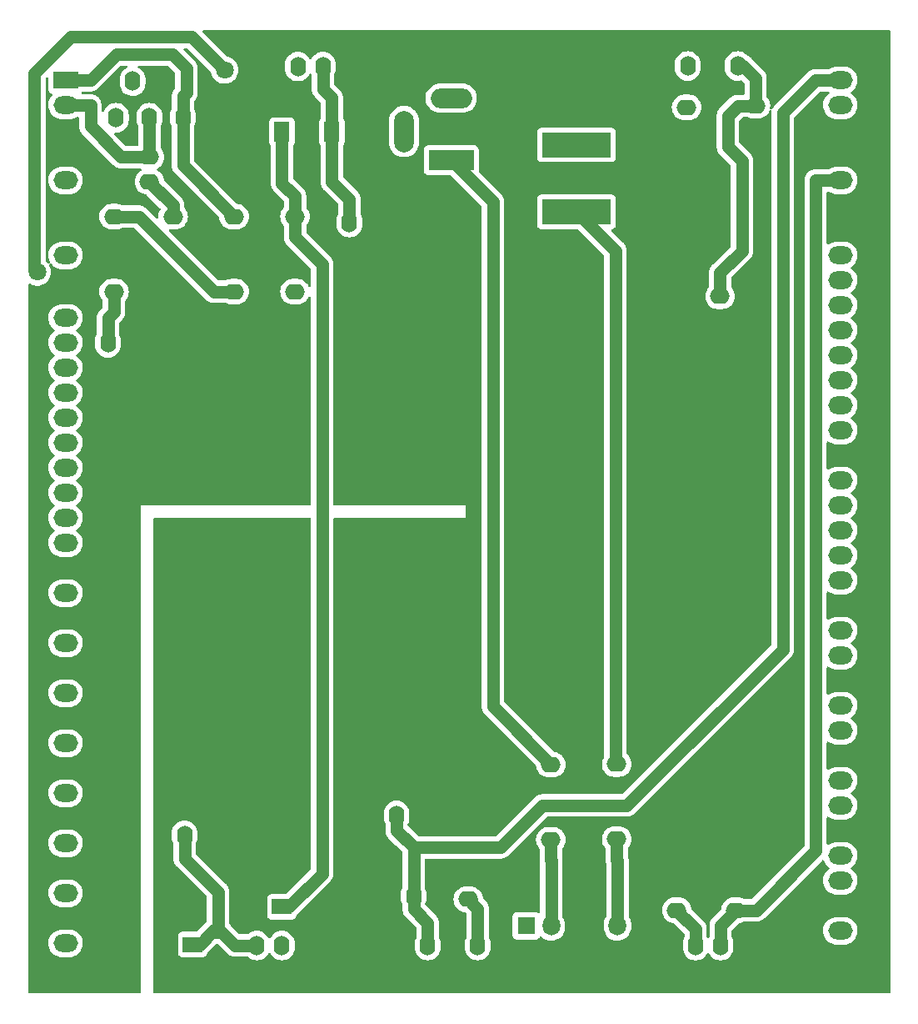
<source format=gtl>
G04 #@! TF.GenerationSoftware,KiCad,Pcbnew,7.0.7-7.0.7~ubuntu22.04.1*
G04 #@! TF.CreationDate,2023-08-25T15:09:43-03:00*
G04 #@! TF.ProjectId,Fonte_tensao_LM675_v05,466f6e74-655f-4746-956e-73616f5f4c4d,v02*
G04 #@! TF.SameCoordinates,Original*
G04 #@! TF.FileFunction,Copper,L1,Top*
G04 #@! TF.FilePolarity,Positive*
%FSLAX46Y46*%
G04 Gerber Fmt 4.6, Leading zero omitted, Abs format (unit mm)*
G04 Created by KiCad (PCBNEW 7.0.7-7.0.7~ubuntu22.04.1) date 2023-08-25 15:09:43*
%MOMM*%
%LPD*%
G01*
G04 APERTURE LIST*
G04 #@! TA.AperFunction,ComponentPad*
%ADD10O,2.000000X1.600000*%
G04 #@! TD*
G04 #@! TA.AperFunction,ComponentPad*
%ADD11O,1.600000X2.000000*%
G04 #@! TD*
G04 #@! TA.AperFunction,ComponentPad*
%ADD12R,1.600000X2.000000*%
G04 #@! TD*
G04 #@! TA.AperFunction,ComponentPad*
%ADD13R,2.000000X1.600000*%
G04 #@! TD*
G04 #@! TA.AperFunction,ComponentPad*
%ADD14R,7.000000X2.500000*%
G04 #@! TD*
G04 #@! TA.AperFunction,ComponentPad*
%ADD15R,1.800000X1.800000*%
G04 #@! TD*
G04 #@! TA.AperFunction,ComponentPad*
%ADD16O,1.800000X2.000000*%
G04 #@! TD*
G04 #@! TA.AperFunction,ComponentPad*
%ADD17O,2.500000X1.800000*%
G04 #@! TD*
G04 #@! TA.AperFunction,ComponentPad*
%ADD18R,2.500000X1.800000*%
G04 #@! TD*
G04 #@! TA.AperFunction,ComponentPad*
%ADD19R,4.600000X2.000000*%
G04 #@! TD*
G04 #@! TA.AperFunction,ComponentPad*
%ADD20O,4.200000X2.000000*%
G04 #@! TD*
G04 #@! TA.AperFunction,ComponentPad*
%ADD21O,2.000000X4.200000*%
G04 #@! TD*
G04 #@! TA.AperFunction,ViaPad*
%ADD22C,1.800000*%
G04 #@! TD*
G04 #@! TA.AperFunction,Conductor*
%ADD23C,1.270000*%
G04 #@! TD*
G04 APERTURE END LIST*
D10*
X173200000Y-79080000D03*
X173200000Y-68920000D03*
X115200000Y-67450000D03*
X115200000Y-64950000D03*
X117600000Y-78610000D03*
X117600000Y-70990000D03*
D11*
X127750000Y-55750000D03*
X130290000Y-55750000D03*
X132830000Y-55750000D03*
D10*
X111600000Y-70990000D03*
X111600000Y-78610000D03*
D11*
X136228900Y-62400000D03*
D12*
X133728900Y-62400000D03*
D10*
X168800000Y-141428900D03*
D13*
X168800000Y-138928900D03*
D10*
X169800000Y-59900000D03*
D13*
X169800000Y-62400000D03*
D10*
X123800000Y-70990000D03*
X123800000Y-78610000D03*
D11*
X111800000Y-60950000D03*
X113500000Y-57250000D03*
X115200000Y-60950000D03*
X116900000Y-57250000D03*
X118600000Y-60950000D03*
D10*
X130000000Y-78610000D03*
X130000000Y-70990000D03*
D14*
X158600000Y-63700000D03*
X158600000Y-70500000D03*
D15*
X160225000Y-143000000D03*
D16*
X162765000Y-143000000D03*
D17*
X185420000Y-57150000D03*
X185420000Y-59690000D03*
X185420000Y-62230000D03*
X185420000Y-64770000D03*
X185420000Y-67310000D03*
X185420000Y-69850000D03*
X185420000Y-72390000D03*
X185420000Y-74930000D03*
X185420000Y-77470000D03*
X185420000Y-80010000D03*
X185420000Y-82550000D03*
X185420000Y-85090000D03*
X185420000Y-87630000D03*
X185420000Y-90170000D03*
X185420000Y-92710000D03*
X185420000Y-95250000D03*
X185420000Y-97790000D03*
X185420000Y-100330000D03*
X185420000Y-102870000D03*
X185420000Y-105410000D03*
X185420000Y-107950000D03*
X185420000Y-110490000D03*
X185420000Y-113030000D03*
X185420000Y-115570000D03*
X185420000Y-118110000D03*
X185420000Y-120650000D03*
X185420000Y-123190000D03*
X185420000Y-125730000D03*
X185420000Y-128270000D03*
X185420000Y-130810000D03*
X185420000Y-133350000D03*
X185420000Y-135890000D03*
X185420000Y-138430000D03*
X185420000Y-140970000D03*
X185420000Y-143510000D03*
D10*
X174800000Y-141428900D03*
D13*
X174800000Y-138928900D03*
D10*
X128650000Y-138571100D03*
D13*
X128650000Y-141071100D03*
D11*
X131200000Y-145000000D03*
X128660000Y-145000000D03*
X126120000Y-145000000D03*
D15*
X153500000Y-143000000D03*
D16*
X156040000Y-143000000D03*
D11*
X126171100Y-62400000D03*
D12*
X128671100Y-62400000D03*
D18*
X106680000Y-57150000D03*
D17*
X106680000Y-59690000D03*
X106680000Y-62230000D03*
X106680000Y-64770000D03*
X106680000Y-67310000D03*
X106680000Y-69850000D03*
X106680000Y-72390000D03*
X106680000Y-74930000D03*
X106680000Y-81280000D03*
X106680000Y-83820000D03*
X106680000Y-86360000D03*
X106680000Y-88900000D03*
X106680000Y-91440000D03*
X106680000Y-93980000D03*
X106680000Y-96520000D03*
X106680000Y-99060000D03*
X106680000Y-101600000D03*
X106680000Y-104140000D03*
X106680000Y-106680000D03*
X106680000Y-109220000D03*
X106680000Y-111760000D03*
X106680000Y-114300000D03*
X106680000Y-116840000D03*
X106680000Y-119380000D03*
X106680000Y-121920000D03*
X106680000Y-124460000D03*
X106680000Y-127000000D03*
X106680000Y-129540000D03*
X106680000Y-132080000D03*
X106680000Y-134620000D03*
X106680000Y-137160000D03*
X106680000Y-139700000D03*
X106680000Y-142240000D03*
X106680000Y-144780000D03*
X106680000Y-147320000D03*
D11*
X128930000Y-133800000D03*
X118770000Y-133800000D03*
X140320000Y-131800000D03*
X150480000Y-131800000D03*
X175790000Y-145000000D03*
X173250000Y-145000000D03*
X170710000Y-145000000D03*
D10*
X176800000Y-59750000D03*
X176800000Y-62250000D03*
X162694700Y-126581200D03*
X162694700Y-134201200D03*
X147600000Y-140300000D03*
D13*
X147600000Y-137800000D03*
D11*
X110990000Y-83800000D03*
X118610000Y-83800000D03*
X145680000Y-71600000D03*
X135520000Y-71600000D03*
X169910000Y-55695000D03*
X172450000Y-55695000D03*
X174990000Y-55695000D03*
X142050000Y-140000000D03*
X139550000Y-140000000D03*
D10*
X119600000Y-142400000D03*
D13*
X119600000Y-144900000D03*
D11*
X148565100Y-145000000D03*
X146025100Y-145000000D03*
X143485100Y-145000000D03*
D19*
X145873400Y-65255400D03*
D20*
X145873400Y-58955400D03*
D21*
X141073400Y-62355400D03*
D10*
X156000000Y-126630000D03*
X156000000Y-134250000D03*
D22*
X103797100Y-76619100D03*
X122843800Y-56102500D03*
D23*
X175439500Y-65377400D02*
X175439500Y-74470500D01*
X176800000Y-59750000D02*
X175000000Y-59750000D01*
X174990000Y-55695000D02*
X175545700Y-55695000D01*
X173200000Y-76710000D02*
X173200000Y-79080000D01*
X174000000Y-63937900D02*
X175439500Y-65377400D01*
X175439500Y-74470500D02*
X173200000Y-76710000D01*
X175545700Y-55695000D02*
X176800000Y-56949300D01*
X176800000Y-56949300D02*
X176800000Y-59750000D01*
X175000000Y-59750000D02*
X174000000Y-60750000D01*
X174000000Y-60750000D02*
X174000000Y-63937900D01*
X133728900Y-67438900D02*
X133728900Y-62400000D01*
X133728900Y-62400000D02*
X133728900Y-58918900D01*
X135520000Y-69230000D02*
X133728900Y-67438900D01*
X135520000Y-71600000D02*
X135520000Y-69230000D01*
X132830000Y-55750000D02*
X132830000Y-58020000D01*
X133728900Y-58918900D02*
X132830000Y-58020000D01*
X140320000Y-133305000D02*
X142050000Y-135035000D01*
X143485100Y-145000000D02*
X143485100Y-142730000D01*
X163719300Y-130780700D02*
X179578000Y-114922000D01*
X182900000Y-57150000D02*
X185420000Y-57150000D01*
X143485100Y-142730000D02*
X142050000Y-141294900D01*
X179578000Y-114922000D02*
X179578000Y-60472000D01*
X179578000Y-60472000D02*
X182900000Y-57150000D01*
X142050000Y-141294900D02*
X142050000Y-140000000D01*
X142050000Y-135035000D02*
X150872000Y-135035000D01*
X150872000Y-135035000D02*
X155126300Y-130780700D01*
X140320000Y-131800000D02*
X140320000Y-133305000D01*
X142050000Y-135035000D02*
X142050000Y-140000000D01*
X155126300Y-130780700D02*
X163719300Y-130780700D01*
X121536900Y-143670900D02*
X120307800Y-144900000D01*
X122174000Y-139574000D02*
X122174000Y-143033800D01*
X122568400Y-143670900D02*
X123897500Y-145000000D01*
X122174000Y-143033800D02*
X121536900Y-143670900D01*
X121536900Y-143670900D02*
X122568400Y-143670900D01*
X118770000Y-133800000D02*
X118770000Y-136170000D01*
X118770000Y-136170000D02*
X122174000Y-139574000D01*
X120307800Y-144900000D02*
X119600000Y-144900000D01*
X126120000Y-145000000D02*
X123897500Y-145000000D01*
X182900000Y-67310000D02*
X182900000Y-135398900D01*
X174800000Y-141428900D02*
X176870000Y-141428900D01*
X173250000Y-145000000D02*
X173250000Y-142978900D01*
X173250000Y-142978900D02*
X174800000Y-141428900D01*
X185420000Y-67310000D02*
X182900000Y-67310000D01*
X182900000Y-135398900D02*
X176870000Y-141428900D01*
X162560000Y-74460000D02*
X162560000Y-126446500D01*
X148565100Y-141265100D02*
X147600000Y-140300000D01*
X118952600Y-58427400D02*
X118600000Y-58780000D01*
X170710000Y-145000000D02*
X170710000Y-143338900D01*
X111830000Y-54520000D02*
X117520000Y-54520000D01*
X158600000Y-70500000D02*
X162560000Y-74460000D01*
X170710000Y-143338900D02*
X168800000Y-141428900D01*
X118600000Y-65790000D02*
X123800000Y-70990000D01*
X118600000Y-58780000D02*
X118600000Y-60950000D01*
X118600000Y-60950000D02*
X118600000Y-65790000D01*
X117520000Y-54520000D02*
X118952600Y-55952600D01*
X106680000Y-57150000D02*
X109200000Y-57150000D01*
X118952600Y-55952600D02*
X118952600Y-58427400D01*
X162560000Y-126446500D02*
X162694700Y-126581200D01*
X148565100Y-145000000D02*
X148565100Y-141265100D01*
X109200000Y-57150000D02*
X111830000Y-54520000D01*
X130000000Y-70990000D02*
X130000000Y-73060000D01*
X132750000Y-137692800D02*
X129371700Y-141071100D01*
X115200000Y-60950000D02*
X115200000Y-64950000D01*
X130000000Y-73060000D02*
X132750000Y-75810000D01*
X129371700Y-141071100D02*
X128650000Y-141071100D01*
X132750000Y-75810000D02*
X132750000Y-137692800D01*
X128671100Y-62400000D02*
X128671100Y-67591100D01*
X130000000Y-69955000D02*
X130000000Y-70990000D01*
X106680000Y-59690000D02*
X109200000Y-59690000D01*
X130000000Y-69955000D02*
X130000000Y-68920000D01*
X112323900Y-64950000D02*
X115200000Y-64950000D01*
X109200000Y-59690000D02*
X109200000Y-61826100D01*
X109200000Y-61826100D02*
X112323900Y-64950000D01*
X128671100Y-67591100D02*
X130000000Y-68920000D01*
X117600000Y-70990000D02*
X117600000Y-69850000D01*
X117600000Y-69850000D02*
X115200000Y-67450000D01*
X162765000Y-136341500D02*
X162694700Y-136271200D01*
X162765000Y-143000000D02*
X162765000Y-136341500D01*
X162694700Y-134201200D02*
X162694700Y-136271200D01*
X156040000Y-136360000D02*
X156000000Y-136320000D01*
X156040000Y-143000000D02*
X156040000Y-136360000D01*
X156000000Y-134250000D02*
X156000000Y-136320000D01*
X123800000Y-78610000D02*
X121730000Y-78610000D01*
X111600000Y-70990000D02*
X114110000Y-70990000D01*
X114110000Y-70990000D02*
X121730000Y-78610000D01*
X103520000Y-56478000D02*
X107248000Y-52750000D01*
X103520000Y-76342000D02*
X103520000Y-56478000D01*
X107248000Y-52750000D02*
X119491300Y-52750000D01*
X119491300Y-52750000D02*
X122843800Y-56102500D01*
X111600000Y-78610000D02*
X111600000Y-80680000D01*
X111600000Y-80680000D02*
X110990000Y-81290000D01*
X103797100Y-76619100D02*
X103520000Y-76342000D01*
X110990000Y-81290000D02*
X110990000Y-83800000D01*
X150114000Y-120744000D02*
X156000000Y-126630000D01*
X150114000Y-69496000D02*
X150114000Y-120744000D01*
X145873400Y-65255400D02*
X150114000Y-69496000D01*
G04 #@! TA.AperFunction,Conductor*
G36*
X190443039Y-52089685D02*
G01*
X190488794Y-52142489D01*
X190500000Y-52194000D01*
X190500000Y-149736000D01*
X190480315Y-149803039D01*
X190427511Y-149848794D01*
X190376000Y-149860000D01*
X115694000Y-149860000D01*
X115626961Y-149840315D01*
X115581206Y-149787511D01*
X115570000Y-149736000D01*
X115570000Y-134056784D01*
X117469500Y-134056784D01*
X117484364Y-134226687D01*
X117484366Y-134226697D01*
X117543258Y-134446488D01*
X117543261Y-134446497D01*
X117582101Y-134529788D01*
X117619136Y-134609210D01*
X117622882Y-134617242D01*
X117634500Y-134669647D01*
X117634500Y-136064838D01*
X117632783Y-136085403D01*
X117632241Y-136088621D01*
X117632241Y-136088624D01*
X117632241Y-136088626D01*
X117634500Y-136183517D01*
X117634500Y-136224091D01*
X117634822Y-136227461D01*
X117635575Y-136235361D01*
X117635838Y-136239774D01*
X117637402Y-136305420D01*
X117645285Y-136341662D01*
X117646422Y-136348951D01*
X117649946Y-136385865D01*
X117649947Y-136385867D01*
X117649947Y-136385869D01*
X117649948Y-136385872D01*
X117660813Y-136422876D01*
X117668445Y-136448869D01*
X117669539Y-136453156D01*
X117676917Y-136487065D01*
X117683498Y-136517317D01*
X117683499Y-136517319D01*
X117698096Y-136551408D01*
X117700592Y-136558352D01*
X117711042Y-136593939D01*
X117711043Y-136593942D01*
X117734419Y-136639285D01*
X117741128Y-136652298D01*
X117743015Y-136656303D01*
X117768860Y-136716658D01*
X117768863Y-136716663D01*
X117789650Y-136747376D01*
X117793415Y-136753722D01*
X117810412Y-136786690D01*
X117850992Y-136838292D01*
X117853603Y-136841867D01*
X117889152Y-136894390D01*
X117890411Y-136896250D01*
X117890414Y-136896253D01*
X117916630Y-136922469D01*
X117921529Y-136927988D01*
X117944463Y-136957150D01*
X117994091Y-137000153D01*
X117997316Y-137003155D01*
X119529637Y-138535476D01*
X121002181Y-140008020D01*
X121035666Y-140069343D01*
X121038500Y-140095701D01*
X121038500Y-142512097D01*
X121018815Y-142579136D01*
X121002181Y-142599778D01*
X120784420Y-142817538D01*
X120778902Y-142822436D01*
X120749752Y-142845360D01*
X120749752Y-142845361D01*
X120749751Y-142845362D01*
X120741724Y-142854626D01*
X120706759Y-142894976D01*
X120703746Y-142898212D01*
X120695736Y-142906223D01*
X120695735Y-142906222D01*
X120695727Y-142906233D01*
X120038778Y-143563181D01*
X119977455Y-143596666D01*
X119951097Y-143599500D01*
X118552129Y-143599500D01*
X118552123Y-143599501D01*
X118492516Y-143605908D01*
X118357671Y-143656202D01*
X118357664Y-143656206D01*
X118242455Y-143742452D01*
X118242452Y-143742455D01*
X118156206Y-143857664D01*
X118156202Y-143857671D01*
X118105908Y-143992517D01*
X118099501Y-144052116D01*
X118099500Y-144052135D01*
X118099500Y-145747870D01*
X118099501Y-145747876D01*
X118105908Y-145807483D01*
X118156202Y-145942328D01*
X118156206Y-145942335D01*
X118242452Y-146057544D01*
X118242455Y-146057547D01*
X118357664Y-146143793D01*
X118357671Y-146143797D01*
X118492517Y-146194091D01*
X118492516Y-146194091D01*
X118499444Y-146194835D01*
X118552127Y-146200500D01*
X120647872Y-146200499D01*
X120707483Y-146194091D01*
X120842331Y-146143796D01*
X120957546Y-146057546D01*
X121043796Y-145942331D01*
X121094091Y-145807483D01*
X121094090Y-145807482D01*
X121099878Y-145753662D01*
X121126616Y-145689111D01*
X121129426Y-145685747D01*
X121137964Y-145675894D01*
X121140940Y-145672697D01*
X121964970Y-144848668D01*
X122026292Y-144815185D01*
X122095984Y-144820169D01*
X122140331Y-144848670D01*
X123020220Y-145728560D01*
X123033544Y-145744311D01*
X123035443Y-145746977D01*
X123072019Y-145781852D01*
X123104121Y-145812462D01*
X123132815Y-145841156D01*
X123132837Y-145841176D01*
X123136823Y-145844467D01*
X123141569Y-145848385D01*
X123144873Y-145851318D01*
X123192389Y-145896624D01*
X123223582Y-145916670D01*
X123229528Y-145921010D01*
X123258005Y-145944523D01*
X123258152Y-145944644D01*
X123284714Y-145959147D01*
X123315803Y-145976122D01*
X123319585Y-145978367D01*
X123374817Y-146013863D01*
X123409244Y-146027644D01*
X123415913Y-146030786D01*
X123448474Y-146048567D01*
X123448472Y-146048567D01*
X123511027Y-146068563D01*
X123515172Y-146070053D01*
X123576138Y-146094460D01*
X123612553Y-146101478D01*
X123619693Y-146103299D01*
X123655034Y-146114597D01*
X123655036Y-146114597D01*
X123655039Y-146114598D01*
X123684145Y-146118077D01*
X123720234Y-146122392D01*
X123724575Y-146123068D01*
X123789073Y-146135500D01*
X123826162Y-146135500D01*
X123833529Y-146135939D01*
X123836994Y-146136353D01*
X123870355Y-146140342D01*
X123935848Y-146135657D01*
X123940270Y-146135500D01*
X125164951Y-146135500D01*
X125231990Y-146155185D01*
X125252632Y-146171819D01*
X125280858Y-146200045D01*
X125281508Y-146200500D01*
X125467266Y-146330568D01*
X125673504Y-146426739D01*
X125893308Y-146485635D01*
X126055230Y-146499801D01*
X126119998Y-146505468D01*
X126120000Y-146505468D01*
X126120002Y-146505468D01*
X126176672Y-146500509D01*
X126346692Y-146485635D01*
X126566496Y-146426739D01*
X126772734Y-146330568D01*
X126959139Y-146200047D01*
X127120047Y-146039139D01*
X127250568Y-145852734D01*
X127277618Y-145794724D01*
X127323790Y-145742285D01*
X127390983Y-145723133D01*
X127457865Y-145743348D01*
X127502381Y-145794724D01*
X127502396Y-145794755D01*
X127529429Y-145852728D01*
X127529432Y-145852734D01*
X127659954Y-146039141D01*
X127820858Y-146200045D01*
X127821508Y-146200500D01*
X128007266Y-146330568D01*
X128213504Y-146426739D01*
X128433308Y-146485635D01*
X128595230Y-146499801D01*
X128659998Y-146505468D01*
X128660000Y-146505468D01*
X128660002Y-146505468D01*
X128716673Y-146500509D01*
X128886692Y-146485635D01*
X129106496Y-146426739D01*
X129312734Y-146330568D01*
X129499139Y-146200047D01*
X129660047Y-146039139D01*
X129790568Y-145852734D01*
X129886739Y-145646496D01*
X129945635Y-145426692D01*
X129960500Y-145256784D01*
X129960500Y-144743216D01*
X129945635Y-144573308D01*
X129897614Y-144394091D01*
X129886741Y-144353511D01*
X129886738Y-144353502D01*
X129883144Y-144345795D01*
X129790568Y-144147266D01*
X129660047Y-143960861D01*
X129660045Y-143960858D01*
X129499141Y-143799954D01*
X129312734Y-143669432D01*
X129312732Y-143669431D01*
X129106497Y-143573261D01*
X129106488Y-143573258D01*
X128886697Y-143514366D01*
X128886693Y-143514365D01*
X128886692Y-143514365D01*
X128886691Y-143514364D01*
X128886686Y-143514364D01*
X128660002Y-143494532D01*
X128659998Y-143494532D01*
X128433313Y-143514364D01*
X128433302Y-143514366D01*
X128213511Y-143573258D01*
X128213502Y-143573261D01*
X128007267Y-143669431D01*
X128007265Y-143669432D01*
X127820858Y-143799954D01*
X127659954Y-143960858D01*
X127529432Y-144147265D01*
X127529431Y-144147267D01*
X127502382Y-144205275D01*
X127456209Y-144257714D01*
X127389016Y-144276866D01*
X127322135Y-144256650D01*
X127277618Y-144205275D01*
X127267116Y-144182754D01*
X127250568Y-144147266D01*
X127120047Y-143960861D01*
X127120045Y-143960858D01*
X126959141Y-143799954D01*
X126772734Y-143669432D01*
X126772732Y-143669431D01*
X126566497Y-143573261D01*
X126566488Y-143573258D01*
X126346697Y-143514366D01*
X126346693Y-143514365D01*
X126346692Y-143514365D01*
X126346691Y-143514364D01*
X126346686Y-143514364D01*
X126120002Y-143494532D01*
X126119998Y-143494532D01*
X125893313Y-143514364D01*
X125893302Y-143514366D01*
X125673511Y-143573258D01*
X125673502Y-143573261D01*
X125467267Y-143669431D01*
X125467265Y-143669432D01*
X125280858Y-143799954D01*
X125252632Y-143828181D01*
X125191309Y-143861666D01*
X125164951Y-143864500D01*
X124419201Y-143864500D01*
X124352162Y-143844815D01*
X124331520Y-143828181D01*
X123897993Y-143394654D01*
X123445678Y-142942338D01*
X123432354Y-142926587D01*
X123430457Y-142923923D01*
X123361778Y-142858438D01*
X123355935Y-142852595D01*
X123345819Y-142842478D01*
X123312334Y-142781155D01*
X123309500Y-142754797D01*
X123309500Y-139679162D01*
X123311218Y-139658595D01*
X123311757Y-139655385D01*
X123311759Y-139655374D01*
X123309500Y-139560482D01*
X123309500Y-139519909D01*
X123308423Y-139508635D01*
X123308160Y-139504223D01*
X123307128Y-139460861D01*
X123306598Y-139438581D01*
X123298716Y-139402347D01*
X123297578Y-139395055D01*
X123294053Y-139358137D01*
X123294052Y-139358136D01*
X123294052Y-139358128D01*
X123275546Y-139295104D01*
X123274460Y-139290846D01*
X123260502Y-139226683D01*
X123245900Y-139192585D01*
X123243408Y-139185654D01*
X123232957Y-139150058D01*
X123202863Y-139091685D01*
X123200983Y-139087695D01*
X123194801Y-139073258D01*
X123175137Y-139027337D01*
X123154343Y-138996614D01*
X123150587Y-138990285D01*
X123133588Y-138957310D01*
X123133587Y-138957308D01*
X123133584Y-138957304D01*
X123109923Y-138927218D01*
X123092995Y-138905692D01*
X123090390Y-138902125D01*
X123064724Y-138864203D01*
X123053589Y-138847750D01*
X123027356Y-138821517D01*
X123022465Y-138816005D01*
X122999538Y-138786851D01*
X122969162Y-138760530D01*
X122949907Y-138743845D01*
X122946667Y-138740828D01*
X119941819Y-135735979D01*
X119908334Y-135674656D01*
X119905500Y-135648298D01*
X119905500Y-134669647D01*
X119917118Y-134617242D01*
X119996739Y-134446496D01*
X120055635Y-134226692D01*
X120070500Y-134056784D01*
X120070500Y-133543216D01*
X120055635Y-133373308D01*
X119996739Y-133153504D01*
X119900568Y-132947266D01*
X119770047Y-132760861D01*
X119770045Y-132760858D01*
X119609141Y-132599954D01*
X119422734Y-132469432D01*
X119422732Y-132469431D01*
X119216497Y-132373261D01*
X119216488Y-132373258D01*
X118996697Y-132314366D01*
X118996693Y-132314365D01*
X118996692Y-132314365D01*
X118996691Y-132314364D01*
X118996686Y-132314364D01*
X118770002Y-132294532D01*
X118769998Y-132294532D01*
X118543313Y-132314364D01*
X118543302Y-132314366D01*
X118323511Y-132373258D01*
X118323502Y-132373261D01*
X118117267Y-132469431D01*
X118117265Y-132469432D01*
X117930858Y-132599954D01*
X117769954Y-132760858D01*
X117639432Y-132947265D01*
X117639431Y-132947267D01*
X117543261Y-133153502D01*
X117543258Y-133153511D01*
X117484366Y-133373302D01*
X117484364Y-133373312D01*
X117469500Y-133543216D01*
X117469500Y-134056784D01*
X115570000Y-134056784D01*
X115570000Y-101724000D01*
X115589685Y-101656961D01*
X115642489Y-101611206D01*
X115694000Y-101600000D01*
X131490500Y-101600000D01*
X131557539Y-101619685D01*
X131603294Y-101672489D01*
X131614500Y-101724000D01*
X131614499Y-137171097D01*
X131594814Y-137238136D01*
X131578180Y-137258778D01*
X129102677Y-139734281D01*
X129041354Y-139767766D01*
X129014996Y-139770600D01*
X127602129Y-139770600D01*
X127602123Y-139770601D01*
X127542516Y-139777008D01*
X127407671Y-139827302D01*
X127407664Y-139827306D01*
X127292455Y-139913552D01*
X127292452Y-139913555D01*
X127206206Y-140028764D01*
X127206202Y-140028771D01*
X127155908Y-140163617D01*
X127149501Y-140223216D01*
X127149500Y-140223235D01*
X127149500Y-141918970D01*
X127149501Y-141918976D01*
X127155908Y-141978583D01*
X127206202Y-142113428D01*
X127206206Y-142113435D01*
X127292452Y-142228644D01*
X127292455Y-142228647D01*
X127407664Y-142314893D01*
X127407671Y-142314897D01*
X127542517Y-142365191D01*
X127542516Y-142365191D01*
X127549444Y-142365935D01*
X127602127Y-142371600D01*
X129697872Y-142371599D01*
X129757483Y-142365191D01*
X129892331Y-142314896D01*
X130007546Y-142228646D01*
X130093796Y-142113431D01*
X130144091Y-141978583D01*
X130147908Y-141943074D01*
X130174645Y-141878528D01*
X130177445Y-141875176D01*
X130201861Y-141846998D01*
X130204858Y-141843779D01*
X133478560Y-138570077D01*
X133494313Y-138556753D01*
X133496977Y-138554857D01*
X133562481Y-138486157D01*
X133591168Y-138457471D01*
X133598383Y-138448731D01*
X133601290Y-138445455D01*
X133646623Y-138397912D01*
X133666674Y-138366712D01*
X133671027Y-138360751D01*
X133694641Y-138332152D01*
X133726121Y-138274498D01*
X133728364Y-138270719D01*
X133763863Y-138215483D01*
X133777646Y-138181053D01*
X133780785Y-138174388D01*
X133798568Y-138141823D01*
X133818561Y-138079277D01*
X133820050Y-138075130D01*
X133844460Y-138014162D01*
X133851482Y-137977728D01*
X133853299Y-137970607D01*
X133864597Y-137935265D01*
X133872392Y-137870061D01*
X133873067Y-137865728D01*
X133885500Y-137801227D01*
X133885500Y-137764136D01*
X133885939Y-137756769D01*
X133890342Y-137719945D01*
X133885658Y-137654453D01*
X133885500Y-137650029D01*
X133885500Y-132056784D01*
X139019500Y-132056784D01*
X139034364Y-132226687D01*
X139034366Y-132226697D01*
X139093258Y-132446488D01*
X139093261Y-132446497D01*
X139172882Y-132617242D01*
X139184500Y-132669647D01*
X139184500Y-133199838D01*
X139182783Y-133220403D01*
X139182241Y-133223621D01*
X139182241Y-133223624D01*
X139182241Y-133223626D01*
X139184500Y-133318517D01*
X139184500Y-133359091D01*
X139185006Y-133364394D01*
X139185575Y-133370361D01*
X139185838Y-133374774D01*
X139187402Y-133440420D01*
X139195285Y-133476662D01*
X139196422Y-133483951D01*
X139199946Y-133520865D01*
X139199947Y-133520867D01*
X139199947Y-133520869D01*
X139199948Y-133520872D01*
X139218135Y-133582816D01*
X139218445Y-133583869D01*
X139219539Y-133588156D01*
X139227799Y-133626123D01*
X139233498Y-133652317D01*
X139233499Y-133652319D01*
X139248096Y-133686408D01*
X139250592Y-133693352D01*
X139261042Y-133728939D01*
X139261043Y-133728942D01*
X139274328Y-133754711D01*
X139291128Y-133787298D01*
X139293015Y-133791303D01*
X139318860Y-133851658D01*
X139318863Y-133851663D01*
X139339650Y-133882376D01*
X139343415Y-133888722D01*
X139360412Y-133921690D01*
X139400992Y-133973292D01*
X139403603Y-133976867D01*
X139435032Y-134023302D01*
X139440411Y-134031250D01*
X139440414Y-134031253D01*
X139466630Y-134057469D01*
X139471529Y-134062988D01*
X139494463Y-134092150D01*
X139544091Y-134135153D01*
X139547316Y-134138155D01*
X140263093Y-134853932D01*
X140878181Y-135469020D01*
X140911666Y-135530343D01*
X140914500Y-135556701D01*
X140914500Y-139130351D01*
X140902882Y-139182756D01*
X140823262Y-139353502D01*
X140823258Y-139353511D01*
X140764366Y-139573302D01*
X140764364Y-139573312D01*
X140749500Y-139743216D01*
X140749500Y-140256784D01*
X140764364Y-140426687D01*
X140764366Y-140426697D01*
X140823258Y-140646488D01*
X140823261Y-140646497D01*
X140902882Y-140817242D01*
X140914500Y-140869647D01*
X140914500Y-141189738D01*
X140912783Y-141210303D01*
X140912241Y-141213521D01*
X140912241Y-141213524D01*
X140912241Y-141213526D01*
X140914500Y-141308417D01*
X140914500Y-141348991D01*
X140915006Y-141354294D01*
X140915575Y-141360261D01*
X140915838Y-141364674D01*
X140917402Y-141430320D01*
X140925285Y-141466562D01*
X140926422Y-141473851D01*
X140929946Y-141510765D01*
X140929947Y-141510767D01*
X140929947Y-141510769D01*
X140929948Y-141510772D01*
X140934637Y-141526741D01*
X140948445Y-141573769D01*
X140949539Y-141578056D01*
X140954205Y-141599500D01*
X140963498Y-141642217D01*
X140963499Y-141642219D01*
X140978096Y-141676308D01*
X140980592Y-141683252D01*
X140985252Y-141699120D01*
X140991043Y-141718842D01*
X141012490Y-141760443D01*
X141021128Y-141777198D01*
X141023015Y-141781203D01*
X141048860Y-141841558D01*
X141048863Y-141841563D01*
X141069650Y-141872276D01*
X141073415Y-141878622D01*
X141090412Y-141911590D01*
X141130992Y-141963192D01*
X141133603Y-141966767D01*
X141158634Y-142003750D01*
X141170411Y-142021150D01*
X141170414Y-142021153D01*
X141196630Y-142047369D01*
X141201529Y-142052888D01*
X141205648Y-142058125D01*
X141224368Y-142081930D01*
X141224463Y-142082050D01*
X141274091Y-142125053D01*
X141277316Y-142128055D01*
X141804899Y-142655638D01*
X142313281Y-143164020D01*
X142346766Y-143225343D01*
X142349600Y-143251701D01*
X142349600Y-144130351D01*
X142337982Y-144182756D01*
X142303030Y-144257712D01*
X142262888Y-144343797D01*
X142258362Y-144353502D01*
X142258358Y-144353511D01*
X142199466Y-144573302D01*
X142199464Y-144573312D01*
X142184600Y-144743216D01*
X142184600Y-145256784D01*
X142199464Y-145426687D01*
X142199466Y-145426697D01*
X142258358Y-145646488D01*
X142258361Y-145646497D01*
X142354531Y-145852732D01*
X142354532Y-145852734D01*
X142485054Y-146039141D01*
X142645958Y-146200045D01*
X142646608Y-146200500D01*
X142832366Y-146330568D01*
X143038604Y-146426739D01*
X143258408Y-146485635D01*
X143420330Y-146499801D01*
X143485098Y-146505468D01*
X143485100Y-146505468D01*
X143485102Y-146505468D01*
X143541773Y-146500509D01*
X143711792Y-146485635D01*
X143931596Y-146426739D01*
X144137834Y-146330568D01*
X144324239Y-146200047D01*
X144485147Y-146039139D01*
X144615668Y-145852734D01*
X144711839Y-145646496D01*
X144770735Y-145426692D01*
X144785600Y-145256784D01*
X144785600Y-144743216D01*
X144770735Y-144573308D01*
X144722714Y-144394091D01*
X144711841Y-144353511D01*
X144711840Y-144353510D01*
X144711839Y-144353504D01*
X144652770Y-144226832D01*
X144632218Y-144182756D01*
X144620600Y-144130351D01*
X144620600Y-142835162D01*
X144622318Y-142814595D01*
X144622857Y-142811385D01*
X144622859Y-142811374D01*
X144620600Y-142716482D01*
X144620600Y-142675909D01*
X144619523Y-142664635D01*
X144619260Y-142660223D01*
X144617698Y-142594581D01*
X144610928Y-142563460D01*
X144609816Y-142558347D01*
X144608678Y-142551055D01*
X144605153Y-142514137D01*
X144605152Y-142514136D01*
X144605152Y-142514128D01*
X144586646Y-142451104D01*
X144585560Y-142446846D01*
X144571602Y-142382683D01*
X144557000Y-142348585D01*
X144554508Y-142341654D01*
X144544057Y-142306058D01*
X144513963Y-142247685D01*
X144512083Y-142243695D01*
X144486237Y-142183337D01*
X144465443Y-142152614D01*
X144461687Y-142146285D01*
X144449805Y-142123237D01*
X144444691Y-142113315D01*
X144444684Y-142113304D01*
X144416113Y-142076975D01*
X144404095Y-142061692D01*
X144401490Y-142058125D01*
X144397431Y-142052128D01*
X144364689Y-142003750D01*
X144338456Y-141977517D01*
X144333565Y-141972005D01*
X144310638Y-141942851D01*
X144264882Y-141903203D01*
X144261007Y-141899845D01*
X144257767Y-141896828D01*
X143252491Y-140891551D01*
X143219006Y-140830228D01*
X143223990Y-140760536D01*
X143227784Y-140751478D01*
X143276739Y-140646496D01*
X143335635Y-140426692D01*
X143346719Y-140300001D01*
X146094532Y-140300001D01*
X146114364Y-140526686D01*
X146114366Y-140526697D01*
X146173258Y-140746488D01*
X146173261Y-140746497D01*
X146269431Y-140952732D01*
X146269432Y-140952734D01*
X146399954Y-141139141D01*
X146560858Y-141300045D01*
X146560861Y-141300047D01*
X146747266Y-141430568D01*
X146953504Y-141526739D01*
X147173308Y-141585635D01*
X147245044Y-141591910D01*
X147310112Y-141617361D01*
X147321918Y-141627757D01*
X147393281Y-141699120D01*
X147426766Y-141760443D01*
X147429600Y-141786801D01*
X147429600Y-144130351D01*
X147417982Y-144182756D01*
X147383030Y-144257712D01*
X147342888Y-144343797D01*
X147338362Y-144353502D01*
X147338358Y-144353511D01*
X147279466Y-144573302D01*
X147279464Y-144573312D01*
X147264600Y-144743216D01*
X147264600Y-145256784D01*
X147279464Y-145426687D01*
X147279466Y-145426697D01*
X147338358Y-145646488D01*
X147338361Y-145646497D01*
X147434531Y-145852732D01*
X147434532Y-145852734D01*
X147565054Y-146039141D01*
X147725958Y-146200045D01*
X147726608Y-146200500D01*
X147912366Y-146330568D01*
X148118604Y-146426739D01*
X148338408Y-146485635D01*
X148500330Y-146499801D01*
X148565098Y-146505468D01*
X148565100Y-146505468D01*
X148565102Y-146505468D01*
X148621772Y-146500509D01*
X148791792Y-146485635D01*
X149011596Y-146426739D01*
X149217834Y-146330568D01*
X149404239Y-146200047D01*
X149565147Y-146039139D01*
X149695668Y-145852734D01*
X149791839Y-145646496D01*
X149850735Y-145426692D01*
X149865600Y-145256784D01*
X149865600Y-144743216D01*
X149850735Y-144573308D01*
X149802714Y-144394091D01*
X149791841Y-144353511D01*
X149791840Y-144353510D01*
X149791839Y-144353504D01*
X149732770Y-144226832D01*
X149712218Y-144182756D01*
X149700600Y-144130351D01*
X149700600Y-143947870D01*
X152099500Y-143947870D01*
X152099501Y-143947876D01*
X152105908Y-144007483D01*
X152156202Y-144142328D01*
X152156206Y-144142335D01*
X152242452Y-144257544D01*
X152242455Y-144257547D01*
X152357664Y-144343793D01*
X152357671Y-144343797D01*
X152492517Y-144394091D01*
X152492516Y-144394091D01*
X152499444Y-144394835D01*
X152552127Y-144400500D01*
X154447872Y-144400499D01*
X154507483Y-144394091D01*
X154642331Y-144343796D01*
X154757546Y-144257546D01*
X154843796Y-144142331D01*
X154846293Y-144135633D01*
X154888162Y-144079699D01*
X154953625Y-144055279D01*
X155021899Y-144070128D01*
X155052000Y-144093163D01*
X155103854Y-144147267D01*
X155111379Y-144155118D01*
X155303053Y-144296879D01*
X155515926Y-144404207D01*
X155743877Y-144474016D01*
X155980346Y-144504298D01*
X156218532Y-144494180D01*
X156451581Y-144443954D01*
X156672790Y-144355064D01*
X156875795Y-144230069D01*
X157054755Y-144072564D01*
X157204523Y-143887080D01*
X157320790Y-143678954D01*
X157400211Y-143454171D01*
X157429249Y-143284817D01*
X157440499Y-143219209D01*
X157440500Y-143219198D01*
X157440500Y-142840498D01*
X157425347Y-142662463D01*
X157396709Y-142552478D01*
X157365275Y-142431751D01*
X157351368Y-142400986D01*
X157267080Y-142214519D01*
X157267075Y-142214511D01*
X157196765Y-142110483D01*
X157175533Y-142043917D01*
X157175500Y-142041046D01*
X157175500Y-136465162D01*
X157177218Y-136444595D01*
X157177757Y-136441385D01*
X157177759Y-136441374D01*
X157175500Y-136346482D01*
X157175500Y-136305909D01*
X157174422Y-136294631D01*
X157174160Y-136290224D01*
X157172598Y-136224582D01*
X157164712Y-136188335D01*
X157163579Y-136181067D01*
X157160052Y-136144128D01*
X157141552Y-136081126D01*
X157140457Y-136076833D01*
X157138332Y-136067061D01*
X157135500Y-136040712D01*
X157135500Y-135205048D01*
X157155185Y-135138009D01*
X157171815Y-135117370D01*
X157200047Y-135089139D01*
X157330568Y-134902734D01*
X157426739Y-134696496D01*
X157485635Y-134476692D01*
X157505468Y-134250000D01*
X157501199Y-134201201D01*
X161189232Y-134201201D01*
X161209064Y-134427886D01*
X161209066Y-134427897D01*
X161267958Y-134647688D01*
X161267961Y-134647697D01*
X161364131Y-134853932D01*
X161364132Y-134853934D01*
X161494651Y-135040337D01*
X161494652Y-135040338D01*
X161494653Y-135040339D01*
X161522881Y-135068567D01*
X161556366Y-135129888D01*
X161559200Y-135156248D01*
X161559200Y-136166038D01*
X161557483Y-136186603D01*
X161556941Y-136189821D01*
X161556941Y-136189824D01*
X161556941Y-136189826D01*
X161559200Y-136284717D01*
X161559200Y-136325291D01*
X161559457Y-136327981D01*
X161560275Y-136336561D01*
X161560538Y-136340974D01*
X161562102Y-136406620D01*
X161569985Y-136442862D01*
X161571122Y-136450151D01*
X161574646Y-136487065D01*
X161574647Y-136487067D01*
X161574647Y-136487069D01*
X161574648Y-136487072D01*
X161588975Y-136535867D01*
X161593145Y-136550069D01*
X161594239Y-136554356D01*
X161601377Y-136587164D01*
X161608198Y-136618517D01*
X161611383Y-136625954D01*
X161619489Y-136644884D01*
X161629500Y-136693696D01*
X161629500Y-142033164D01*
X161609815Y-142100203D01*
X161601977Y-142111062D01*
X161600479Y-142112916D01*
X161600478Y-142112918D01*
X161484210Y-142321044D01*
X161404788Y-142545829D01*
X161364500Y-142780790D01*
X161364500Y-143159502D01*
X161379652Y-143337536D01*
X161439724Y-143568248D01*
X161537919Y-143785480D01*
X161537924Y-143785488D01*
X161671413Y-143982993D01*
X161671418Y-143982998D01*
X161671421Y-143983003D01*
X161836379Y-144155118D01*
X162028053Y-144296879D01*
X162240926Y-144404207D01*
X162468877Y-144474016D01*
X162705346Y-144504298D01*
X162943532Y-144494180D01*
X163176581Y-144443954D01*
X163397790Y-144355064D01*
X163600795Y-144230069D01*
X163779755Y-144072564D01*
X163929523Y-143887080D01*
X164045790Y-143678954D01*
X164125211Y-143454171D01*
X164154249Y-143284817D01*
X164165499Y-143219209D01*
X164165500Y-143219198D01*
X164165500Y-142840498D01*
X164150347Y-142662463D01*
X164121709Y-142552478D01*
X164090275Y-142431751D01*
X164076368Y-142400986D01*
X163992080Y-142214519D01*
X163992075Y-142214511D01*
X163921765Y-142110483D01*
X163900533Y-142043917D01*
X163900500Y-142041046D01*
X163900500Y-141428901D01*
X167294532Y-141428901D01*
X167314364Y-141655586D01*
X167314366Y-141655597D01*
X167373258Y-141875388D01*
X167373261Y-141875397D01*
X167469431Y-142081632D01*
X167469432Y-142081634D01*
X167599954Y-142268041D01*
X167760858Y-142428945D01*
X167799807Y-142456217D01*
X167947266Y-142559468D01*
X168153504Y-142655639D01*
X168373308Y-142714535D01*
X168445044Y-142720810D01*
X168510112Y-142746261D01*
X168521918Y-142756657D01*
X169538181Y-143772920D01*
X169571666Y-143834243D01*
X169574500Y-143860601D01*
X169574500Y-144130351D01*
X169562882Y-144182756D01*
X169527930Y-144257712D01*
X169487788Y-144343797D01*
X169483262Y-144353502D01*
X169483258Y-144353511D01*
X169424366Y-144573302D01*
X169424364Y-144573312D01*
X169409500Y-144743216D01*
X169409500Y-145256784D01*
X169424364Y-145426687D01*
X169424366Y-145426697D01*
X169483258Y-145646488D01*
X169483261Y-145646497D01*
X169579431Y-145852732D01*
X169579432Y-145852734D01*
X169709954Y-146039141D01*
X169870858Y-146200045D01*
X169871508Y-146200500D01*
X170057266Y-146330568D01*
X170263504Y-146426739D01*
X170483308Y-146485635D01*
X170645230Y-146499801D01*
X170709998Y-146505468D01*
X170710000Y-146505468D01*
X170710002Y-146505468D01*
X170766672Y-146500509D01*
X170936692Y-146485635D01*
X171156496Y-146426739D01*
X171362734Y-146330568D01*
X171549139Y-146200047D01*
X171710047Y-146039139D01*
X171840568Y-145852734D01*
X171867618Y-145794724D01*
X171913790Y-145742285D01*
X171980983Y-145723133D01*
X172047865Y-145743348D01*
X172092381Y-145794724D01*
X172092396Y-145794755D01*
X172119429Y-145852728D01*
X172119432Y-145852734D01*
X172249954Y-146039141D01*
X172410858Y-146200045D01*
X172411508Y-146200500D01*
X172597266Y-146330568D01*
X172803504Y-146426739D01*
X173023308Y-146485635D01*
X173185230Y-146499801D01*
X173249998Y-146505468D01*
X173250000Y-146505468D01*
X173250002Y-146505468D01*
X173306672Y-146500509D01*
X173476692Y-146485635D01*
X173696496Y-146426739D01*
X173902734Y-146330568D01*
X174089139Y-146200047D01*
X174250047Y-146039139D01*
X174380568Y-145852734D01*
X174476739Y-145646496D01*
X174535635Y-145426692D01*
X174550500Y-145256784D01*
X174550500Y-144743216D01*
X174535635Y-144573308D01*
X174487614Y-144394091D01*
X174476741Y-144353511D01*
X174476740Y-144353510D01*
X174476739Y-144353504D01*
X174417670Y-144226832D01*
X174397118Y-144182756D01*
X174385500Y-144130351D01*
X174385500Y-143500601D01*
X174400257Y-143450346D01*
X183665702Y-143450346D01*
X183675819Y-143688528D01*
X183675819Y-143688532D01*
X183726045Y-143921580D01*
X183814753Y-144142335D01*
X183814936Y-144142790D01*
X183938700Y-144343796D01*
X183939932Y-144345796D01*
X184079431Y-144504298D01*
X184097436Y-144524755D01*
X184282920Y-144674523D01*
X184491046Y-144790790D01*
X184654862Y-144848670D01*
X184715829Y-144870211D01*
X184950790Y-144910499D01*
X184950798Y-144910499D01*
X184950800Y-144910500D01*
X184950801Y-144910500D01*
X185829502Y-144910500D01*
X186007536Y-144895347D01*
X186007539Y-144895346D01*
X186007541Y-144895346D01*
X186238249Y-144835275D01*
X186370973Y-144775279D01*
X186455480Y-144737080D01*
X186455481Y-144737078D01*
X186455486Y-144737077D01*
X186653003Y-144603579D01*
X186825118Y-144438621D01*
X186966879Y-144246947D01*
X187074207Y-144034074D01*
X187144016Y-143806123D01*
X187174298Y-143569654D01*
X187164180Y-143331468D01*
X187162868Y-143325382D01*
X187113954Y-143098419D01*
X187048293Y-142935017D01*
X187025064Y-142877210D01*
X186900069Y-142674205D01*
X186742564Y-142495245D01*
X186557080Y-142345477D01*
X186439245Y-142279650D01*
X186348955Y-142229210D01*
X186124170Y-142149788D01*
X185889209Y-142109500D01*
X185889200Y-142109500D01*
X185010503Y-142109500D01*
X185010498Y-142109500D01*
X184832463Y-142124652D01*
X184601751Y-142184724D01*
X184384519Y-142282919D01*
X184384511Y-142282924D01*
X184187006Y-142416413D01*
X184186997Y-142416421D01*
X184014881Y-142581379D01*
X183873123Y-142773050D01*
X183873120Y-142773054D01*
X183765796Y-142985920D01*
X183765793Y-142985926D01*
X183695983Y-143213878D01*
X183665702Y-143450346D01*
X174400257Y-143450346D01*
X174405185Y-143433562D01*
X174421819Y-143412920D01*
X174736320Y-143098419D01*
X175078083Y-142756655D01*
X175139404Y-142723172D01*
X175154945Y-142720811D01*
X175226692Y-142714535D01*
X175446496Y-142655639D01*
X175617242Y-142576017D01*
X175669647Y-142564400D01*
X176764838Y-142564400D01*
X176785402Y-142566116D01*
X176788626Y-142566659D01*
X176881456Y-142564449D01*
X176883519Y-142564400D01*
X176924082Y-142564400D01*
X176924091Y-142564400D01*
X176924100Y-142564399D01*
X176924102Y-142564399D01*
X176924803Y-142564331D01*
X176935369Y-142563322D01*
X176939763Y-142563060D01*
X177005419Y-142561498D01*
X177031148Y-142555900D01*
X177041653Y-142553616D01*
X177048945Y-142552478D01*
X177049320Y-142552442D01*
X177085872Y-142548952D01*
X177148900Y-142530444D01*
X177153145Y-142529361D01*
X177217317Y-142515402D01*
X177251405Y-142500803D01*
X177258343Y-142498309D01*
X177293942Y-142487857D01*
X177339502Y-142464367D01*
X177352307Y-142457767D01*
X177356314Y-142455879D01*
X177372383Y-142448998D01*
X177416663Y-142430037D01*
X177447380Y-142409246D01*
X177453730Y-142405479D01*
X177454830Y-142404911D01*
X177486690Y-142388488D01*
X177538313Y-142347889D01*
X177541870Y-142345293D01*
X177542016Y-142345194D01*
X177596250Y-142308489D01*
X177622475Y-142282262D01*
X177627992Y-142277365D01*
X177657149Y-142254438D01*
X177684418Y-142222967D01*
X177700154Y-142204807D01*
X177703144Y-142201593D01*
X183558078Y-136346659D01*
X183619399Y-136313176D01*
X183689091Y-136318160D01*
X183745024Y-136360032D01*
X183760815Y-136388107D01*
X183814935Y-136522788D01*
X183814936Y-136522790D01*
X183939931Y-136725795D01*
X184097436Y-136904755D01*
X184282920Y-137054523D01*
X184282935Y-137054531D01*
X184282942Y-137054538D01*
X184287291Y-137057478D01*
X184286693Y-137058362D01*
X184331861Y-137104411D01*
X184346053Y-137172824D01*
X184321005Y-137238050D01*
X184291897Y-137265520D01*
X184187007Y-137336413D01*
X184186997Y-137336421D01*
X184014881Y-137501379D01*
X183873123Y-137693050D01*
X183873120Y-137693054D01*
X183765796Y-137905920D01*
X183765793Y-137905926D01*
X183695983Y-138133878D01*
X183665702Y-138370346D01*
X183675819Y-138608528D01*
X183675819Y-138608532D01*
X183726045Y-138841580D01*
X183814935Y-139062788D01*
X183814936Y-139062790D01*
X183939931Y-139265795D01*
X184097436Y-139444755D01*
X184282920Y-139594523D01*
X184491046Y-139710790D01*
X184678461Y-139777008D01*
X184715829Y-139790211D01*
X184950790Y-139830499D01*
X184950798Y-139830499D01*
X184950800Y-139830500D01*
X184950801Y-139830500D01*
X185829502Y-139830500D01*
X186007536Y-139815347D01*
X186007539Y-139815346D01*
X186007541Y-139815346D01*
X186238249Y-139755275D01*
X186406629Y-139679162D01*
X186455480Y-139657080D01*
X186455481Y-139657078D01*
X186455486Y-139657077D01*
X186653003Y-139523579D01*
X186825118Y-139358621D01*
X186966879Y-139166947D01*
X187074207Y-138954074D01*
X187144016Y-138726123D01*
X187174298Y-138489654D01*
X187174149Y-138486157D01*
X187165159Y-138274513D01*
X187164180Y-138251468D01*
X187113954Y-138018419D01*
X187025064Y-137797210D01*
X186900069Y-137594205D01*
X186742564Y-137415245D01*
X186557080Y-137265477D01*
X186557074Y-137265474D01*
X186557071Y-137265471D01*
X186557057Y-137265463D01*
X186557051Y-137265457D01*
X186552709Y-137262522D01*
X186553306Y-137261638D01*
X186508134Y-137215580D01*
X186493947Y-137147165D01*
X186518999Y-137081942D01*
X186548099Y-137054481D01*
X186653003Y-136983579D01*
X186825118Y-136818621D01*
X186966879Y-136626947D01*
X187074207Y-136414074D01*
X187144016Y-136186123D01*
X187174298Y-135949654D01*
X187172808Y-135914589D01*
X187164180Y-135711471D01*
X187164180Y-135711467D01*
X187113954Y-135478419D01*
X187025064Y-135257211D01*
X187025064Y-135257210D01*
X186900069Y-135054205D01*
X186742564Y-134875245D01*
X186557080Y-134725477D01*
X186443130Y-134661820D01*
X186348955Y-134609210D01*
X186124170Y-134529788D01*
X185889209Y-134489500D01*
X185889200Y-134489500D01*
X185010503Y-134489500D01*
X185010498Y-134489500D01*
X184832463Y-134504652D01*
X184601751Y-134564724D01*
X184384519Y-134662919D01*
X184384511Y-134662924D01*
X184228937Y-134768074D01*
X184162371Y-134789306D01*
X184094894Y-134771179D01*
X184047929Y-134719448D01*
X184035500Y-134665339D01*
X184035500Y-132034243D01*
X184055185Y-131967204D01*
X184107989Y-131921449D01*
X184177147Y-131911505D01*
X184237396Y-131937765D01*
X184282920Y-131974523D01*
X184491046Y-132090790D01*
X184616951Y-132135275D01*
X184715829Y-132170211D01*
X184950790Y-132210499D01*
X184950798Y-132210499D01*
X184950800Y-132210500D01*
X184950801Y-132210500D01*
X185829502Y-132210500D01*
X186007536Y-132195347D01*
X186007539Y-132195346D01*
X186007541Y-132195346D01*
X186238249Y-132135275D01*
X186370973Y-132075279D01*
X186455480Y-132037080D01*
X186455481Y-132037078D01*
X186455486Y-132037077D01*
X186602420Y-131937767D01*
X186652993Y-131903586D01*
X186652994Y-131903584D01*
X186653003Y-131903579D01*
X186825118Y-131738621D01*
X186966879Y-131546947D01*
X187074207Y-131334074D01*
X187144016Y-131106123D01*
X187174298Y-130869654D01*
X187164180Y-130631468D01*
X187113954Y-130398419D01*
X187025064Y-130177210D01*
X186900069Y-129974205D01*
X186742564Y-129795245D01*
X186557080Y-129645477D01*
X186557074Y-129645474D01*
X186557071Y-129645471D01*
X186557057Y-129645463D01*
X186557051Y-129645457D01*
X186552709Y-129642522D01*
X186553306Y-129641638D01*
X186508134Y-129595580D01*
X186493947Y-129527165D01*
X186518999Y-129461942D01*
X186548099Y-129434481D01*
X186653003Y-129363579D01*
X186825118Y-129198621D01*
X186966879Y-129006947D01*
X187074207Y-128794074D01*
X187144016Y-128566123D01*
X187174298Y-128329654D01*
X187164180Y-128091468D01*
X187113954Y-127858419D01*
X187025064Y-127637210D01*
X186900069Y-127434205D01*
X186742564Y-127255245D01*
X186557080Y-127105477D01*
X186443130Y-127041820D01*
X186348955Y-126989210D01*
X186124170Y-126909788D01*
X185889209Y-126869500D01*
X185889200Y-126869500D01*
X185010503Y-126869500D01*
X185010498Y-126869500D01*
X184832463Y-126884652D01*
X184601751Y-126944724D01*
X184384519Y-127042919D01*
X184384511Y-127042924D01*
X184228937Y-127148074D01*
X184162371Y-127169306D01*
X184094894Y-127151179D01*
X184047929Y-127099448D01*
X184035500Y-127045339D01*
X184035500Y-124414243D01*
X184055185Y-124347204D01*
X184107989Y-124301449D01*
X184177147Y-124291505D01*
X184237396Y-124317765D01*
X184282920Y-124354523D01*
X184491046Y-124470790D01*
X184715829Y-124550211D01*
X184950790Y-124590499D01*
X184950798Y-124590499D01*
X184950800Y-124590500D01*
X184950801Y-124590500D01*
X185829502Y-124590500D01*
X186007536Y-124575347D01*
X186007539Y-124575346D01*
X186007541Y-124575346D01*
X186238249Y-124515275D01*
X186370973Y-124455279D01*
X186455480Y-124417080D01*
X186455481Y-124417078D01*
X186455486Y-124417077D01*
X186602420Y-124317767D01*
X186652993Y-124283586D01*
X186652994Y-124283584D01*
X186653003Y-124283579D01*
X186825118Y-124118621D01*
X186966879Y-123926947D01*
X187074207Y-123714074D01*
X187144016Y-123486123D01*
X187174298Y-123249654D01*
X187164180Y-123011468D01*
X187113954Y-122778419D01*
X187025064Y-122557210D01*
X186900069Y-122354205D01*
X186742564Y-122175245D01*
X186557080Y-122025477D01*
X186557074Y-122025474D01*
X186557071Y-122025471D01*
X186557057Y-122025463D01*
X186557051Y-122025457D01*
X186552709Y-122022522D01*
X186553306Y-122021638D01*
X186508134Y-121975580D01*
X186493947Y-121907165D01*
X186518999Y-121841942D01*
X186548099Y-121814481D01*
X186653003Y-121743579D01*
X186825118Y-121578621D01*
X186966879Y-121386947D01*
X187074207Y-121174074D01*
X187144016Y-120946123D01*
X187174298Y-120709654D01*
X187164180Y-120471468D01*
X187113954Y-120238419D01*
X187025064Y-120017210D01*
X186900069Y-119814205D01*
X186742564Y-119635245D01*
X186557080Y-119485477D01*
X186443130Y-119421820D01*
X186348955Y-119369210D01*
X186124170Y-119289788D01*
X185889209Y-119249500D01*
X185889200Y-119249500D01*
X185010503Y-119249500D01*
X185010498Y-119249500D01*
X184832463Y-119264652D01*
X184601751Y-119324724D01*
X184384519Y-119422919D01*
X184384511Y-119422924D01*
X184228937Y-119528074D01*
X184162371Y-119549306D01*
X184094894Y-119531179D01*
X184047929Y-119479448D01*
X184035500Y-119425339D01*
X184035500Y-116794243D01*
X184055185Y-116727204D01*
X184107989Y-116681449D01*
X184177147Y-116671505D01*
X184237396Y-116697765D01*
X184282920Y-116734523D01*
X184491046Y-116850790D01*
X184616951Y-116895275D01*
X184715829Y-116930211D01*
X184950790Y-116970499D01*
X184950798Y-116970499D01*
X184950800Y-116970500D01*
X184950801Y-116970500D01*
X185829502Y-116970500D01*
X186007536Y-116955347D01*
X186007539Y-116955346D01*
X186007541Y-116955346D01*
X186238249Y-116895275D01*
X186370973Y-116835279D01*
X186455480Y-116797080D01*
X186455481Y-116797078D01*
X186455486Y-116797077D01*
X186602420Y-116697767D01*
X186652993Y-116663586D01*
X186652994Y-116663584D01*
X186653003Y-116663579D01*
X186825118Y-116498621D01*
X186966879Y-116306947D01*
X187074207Y-116094074D01*
X187144016Y-115866123D01*
X187174298Y-115629654D01*
X187172611Y-115589951D01*
X187166441Y-115444684D01*
X187164180Y-115391468D01*
X187159773Y-115371021D01*
X187113954Y-115158419D01*
X187047618Y-114993338D01*
X187025064Y-114937210D01*
X186900069Y-114734205D01*
X186742564Y-114555245D01*
X186557080Y-114405477D01*
X186557074Y-114405474D01*
X186557071Y-114405471D01*
X186557057Y-114405463D01*
X186557051Y-114405457D01*
X186552709Y-114402522D01*
X186553306Y-114401638D01*
X186508134Y-114355580D01*
X186493947Y-114287165D01*
X186518999Y-114221942D01*
X186548099Y-114194481D01*
X186653003Y-114123579D01*
X186825118Y-113958621D01*
X186966879Y-113766947D01*
X187074207Y-113554074D01*
X187144016Y-113326123D01*
X187174298Y-113089654D01*
X187164180Y-112851468D01*
X187113954Y-112618419D01*
X187025064Y-112397210D01*
X186900069Y-112194205D01*
X186742564Y-112015245D01*
X186557080Y-111865477D01*
X186443130Y-111801820D01*
X186348955Y-111749210D01*
X186124170Y-111669788D01*
X185889209Y-111629500D01*
X185889200Y-111629500D01*
X185010503Y-111629500D01*
X185010498Y-111629500D01*
X184832463Y-111644652D01*
X184601751Y-111704724D01*
X184384519Y-111802919D01*
X184384511Y-111802924D01*
X184228937Y-111908074D01*
X184162371Y-111929306D01*
X184094894Y-111911179D01*
X184047929Y-111859448D01*
X184035500Y-111805339D01*
X184035500Y-109174243D01*
X184055185Y-109107204D01*
X184107989Y-109061449D01*
X184177147Y-109051505D01*
X184237396Y-109077765D01*
X184282920Y-109114523D01*
X184491046Y-109230790D01*
X184715829Y-109310211D01*
X184950790Y-109350499D01*
X184950798Y-109350499D01*
X184950800Y-109350500D01*
X184950801Y-109350500D01*
X185829502Y-109350500D01*
X186007536Y-109335347D01*
X186007539Y-109335346D01*
X186007541Y-109335346D01*
X186238249Y-109275275D01*
X186370973Y-109215279D01*
X186455480Y-109177080D01*
X186455481Y-109177078D01*
X186455486Y-109177077D01*
X186602420Y-109077767D01*
X186652993Y-109043586D01*
X186652994Y-109043584D01*
X186653003Y-109043579D01*
X186825118Y-108878621D01*
X186966879Y-108686947D01*
X187074207Y-108474074D01*
X187144016Y-108246123D01*
X187174298Y-108009654D01*
X187164180Y-107771468D01*
X187113954Y-107538419D01*
X187025064Y-107317210D01*
X186900069Y-107114205D01*
X186742564Y-106935245D01*
X186557080Y-106785477D01*
X186557074Y-106785474D01*
X186557071Y-106785471D01*
X186557057Y-106785463D01*
X186557051Y-106785457D01*
X186552709Y-106782522D01*
X186553306Y-106781638D01*
X186508134Y-106735580D01*
X186493947Y-106667165D01*
X186518999Y-106601942D01*
X186548099Y-106574481D01*
X186653003Y-106503579D01*
X186825118Y-106338621D01*
X186966879Y-106146947D01*
X187074207Y-105934074D01*
X187144016Y-105706123D01*
X187174298Y-105469654D01*
X187164180Y-105231468D01*
X187113954Y-104998419D01*
X187025064Y-104777210D01*
X186900069Y-104574205D01*
X186742564Y-104395245D01*
X186557080Y-104245477D01*
X186557074Y-104245474D01*
X186557071Y-104245471D01*
X186557057Y-104245463D01*
X186557051Y-104245457D01*
X186552709Y-104242522D01*
X186553306Y-104241638D01*
X186508134Y-104195580D01*
X186493947Y-104127165D01*
X186518999Y-104061942D01*
X186548099Y-104034481D01*
X186653003Y-103963579D01*
X186825118Y-103798621D01*
X186966879Y-103606947D01*
X187074207Y-103394074D01*
X187144016Y-103166123D01*
X187174298Y-102929654D01*
X187164180Y-102691468D01*
X187113954Y-102458419D01*
X187025064Y-102237210D01*
X186900069Y-102034205D01*
X186742564Y-101855245D01*
X186557080Y-101705477D01*
X186557074Y-101705474D01*
X186557071Y-101705471D01*
X186557057Y-101705463D01*
X186557051Y-101705457D01*
X186552709Y-101702522D01*
X186553306Y-101701638D01*
X186508134Y-101655580D01*
X186493947Y-101587165D01*
X186518999Y-101521942D01*
X186548099Y-101494481D01*
X186653003Y-101423579D01*
X186825118Y-101258621D01*
X186966879Y-101066947D01*
X187074207Y-100854074D01*
X187144016Y-100626123D01*
X187174298Y-100389654D01*
X187164180Y-100151468D01*
X187113954Y-99918419D01*
X187025064Y-99697210D01*
X186900069Y-99494205D01*
X186742564Y-99315245D01*
X186557080Y-99165477D01*
X186557074Y-99165474D01*
X186557071Y-99165471D01*
X186557057Y-99165463D01*
X186557051Y-99165457D01*
X186552709Y-99162522D01*
X186553306Y-99161638D01*
X186508134Y-99115580D01*
X186493947Y-99047165D01*
X186518999Y-98981942D01*
X186548099Y-98954481D01*
X186653003Y-98883579D01*
X186825118Y-98718621D01*
X186966879Y-98526947D01*
X187074207Y-98314074D01*
X187144016Y-98086123D01*
X187174298Y-97849654D01*
X187164180Y-97611468D01*
X187113954Y-97378419D01*
X187025064Y-97157210D01*
X186900069Y-96954205D01*
X186742564Y-96775245D01*
X186557080Y-96625477D01*
X186443130Y-96561820D01*
X186348955Y-96509210D01*
X186124170Y-96429788D01*
X185889209Y-96389500D01*
X185889200Y-96389500D01*
X185010503Y-96389500D01*
X185010498Y-96389500D01*
X184832463Y-96404652D01*
X184601751Y-96464724D01*
X184384519Y-96562919D01*
X184384511Y-96562924D01*
X184228937Y-96668074D01*
X184162371Y-96689306D01*
X184094894Y-96671179D01*
X184047929Y-96619448D01*
X184035500Y-96565339D01*
X184035500Y-93934243D01*
X184055185Y-93867204D01*
X184107989Y-93821449D01*
X184177147Y-93811505D01*
X184237396Y-93837765D01*
X184282920Y-93874523D01*
X184491046Y-93990790D01*
X184715829Y-94070211D01*
X184950790Y-94110499D01*
X184950798Y-94110499D01*
X184950800Y-94110500D01*
X184950801Y-94110500D01*
X185829502Y-94110500D01*
X186007536Y-94095347D01*
X186007539Y-94095346D01*
X186007541Y-94095346D01*
X186238249Y-94035275D01*
X186370973Y-93975279D01*
X186455480Y-93937080D01*
X186455481Y-93937078D01*
X186455486Y-93937077D01*
X186602420Y-93837767D01*
X186652993Y-93803586D01*
X186652994Y-93803584D01*
X186653003Y-93803579D01*
X186825118Y-93638621D01*
X186966879Y-93446947D01*
X187074207Y-93234074D01*
X187144016Y-93006123D01*
X187174298Y-92769654D01*
X187164180Y-92531468D01*
X187113954Y-92298419D01*
X187025064Y-92077210D01*
X186900069Y-91874205D01*
X186742564Y-91695245D01*
X186557080Y-91545477D01*
X186557074Y-91545474D01*
X186557071Y-91545471D01*
X186557057Y-91545463D01*
X186557051Y-91545457D01*
X186552709Y-91542522D01*
X186553306Y-91541638D01*
X186508134Y-91495580D01*
X186493947Y-91427165D01*
X186518999Y-91361942D01*
X186548099Y-91334481D01*
X186653003Y-91263579D01*
X186825118Y-91098621D01*
X186966879Y-90906947D01*
X187074207Y-90694074D01*
X187144016Y-90466123D01*
X187174298Y-90229654D01*
X187164180Y-89991468D01*
X187113954Y-89758419D01*
X187025064Y-89537210D01*
X186900069Y-89334205D01*
X186742564Y-89155245D01*
X186557080Y-89005477D01*
X186557074Y-89005474D01*
X186557071Y-89005471D01*
X186557057Y-89005463D01*
X186557051Y-89005457D01*
X186552709Y-89002522D01*
X186553306Y-89001638D01*
X186508134Y-88955580D01*
X186493947Y-88887165D01*
X186518999Y-88821942D01*
X186548099Y-88794481D01*
X186653003Y-88723579D01*
X186825118Y-88558621D01*
X186966879Y-88366947D01*
X187074207Y-88154074D01*
X187144016Y-87926123D01*
X187174298Y-87689654D01*
X187164180Y-87451468D01*
X187113954Y-87218419D01*
X187025064Y-86997210D01*
X186900069Y-86794205D01*
X186742564Y-86615245D01*
X186557080Y-86465477D01*
X186557074Y-86465474D01*
X186557071Y-86465471D01*
X186557057Y-86465463D01*
X186557051Y-86465457D01*
X186552709Y-86462522D01*
X186553306Y-86461638D01*
X186508134Y-86415580D01*
X186493947Y-86347165D01*
X186518999Y-86281942D01*
X186548099Y-86254481D01*
X186653003Y-86183579D01*
X186825118Y-86018621D01*
X186966879Y-85826947D01*
X187074207Y-85614074D01*
X187144016Y-85386123D01*
X187174298Y-85149654D01*
X187164180Y-84911468D01*
X187113954Y-84678419D01*
X187025064Y-84457210D01*
X186900069Y-84254205D01*
X186742564Y-84075245D01*
X186557080Y-83925477D01*
X186557074Y-83925474D01*
X186557071Y-83925471D01*
X186557057Y-83925463D01*
X186557051Y-83925457D01*
X186552709Y-83922522D01*
X186553306Y-83921638D01*
X186508134Y-83875580D01*
X186493947Y-83807165D01*
X186518999Y-83741942D01*
X186548099Y-83714481D01*
X186653003Y-83643579D01*
X186825118Y-83478621D01*
X186966879Y-83286947D01*
X187074207Y-83074074D01*
X187144016Y-82846123D01*
X187174298Y-82609654D01*
X187164180Y-82371468D01*
X187113954Y-82138419D01*
X187025064Y-81917210D01*
X186900069Y-81714205D01*
X186742564Y-81535245D01*
X186557080Y-81385477D01*
X186557074Y-81385474D01*
X186557071Y-81385471D01*
X186557057Y-81385463D01*
X186557051Y-81385457D01*
X186552709Y-81382522D01*
X186553306Y-81381638D01*
X186508134Y-81335580D01*
X186493947Y-81267165D01*
X186518999Y-81201942D01*
X186548099Y-81174481D01*
X186653003Y-81103579D01*
X186825118Y-80938621D01*
X186966879Y-80746947D01*
X187074207Y-80534074D01*
X187144016Y-80306123D01*
X187174298Y-80069654D01*
X187164180Y-79831468D01*
X187145686Y-79745658D01*
X187113954Y-79598419D01*
X187100544Y-79565048D01*
X187025064Y-79377210D01*
X186900069Y-79174205D01*
X186742564Y-78995245D01*
X186557080Y-78845477D01*
X186557074Y-78845474D01*
X186557071Y-78845471D01*
X186557057Y-78845463D01*
X186557051Y-78845457D01*
X186552709Y-78842522D01*
X186553306Y-78841638D01*
X186508134Y-78795580D01*
X186493947Y-78727165D01*
X186518999Y-78661942D01*
X186548099Y-78634481D01*
X186653003Y-78563579D01*
X186825118Y-78398621D01*
X186966879Y-78206947D01*
X187074207Y-77994074D01*
X187144016Y-77766123D01*
X187174298Y-77529654D01*
X187172284Y-77482253D01*
X187164180Y-77291471D01*
X187164180Y-77291467D01*
X187113954Y-77058419D01*
X187025064Y-76837211D01*
X187025064Y-76837210D01*
X186900069Y-76634205D01*
X186742564Y-76455245D01*
X186557080Y-76305477D01*
X186557074Y-76305474D01*
X186557071Y-76305471D01*
X186557057Y-76305463D01*
X186557051Y-76305457D01*
X186552709Y-76302522D01*
X186553306Y-76301638D01*
X186508134Y-76255580D01*
X186493947Y-76187165D01*
X186518999Y-76121942D01*
X186548099Y-76094481D01*
X186653003Y-76023579D01*
X186825118Y-75858621D01*
X186966879Y-75666947D01*
X187074207Y-75454074D01*
X187144016Y-75226123D01*
X187174298Y-74989654D01*
X187172840Y-74955342D01*
X187165896Y-74791862D01*
X187164180Y-74751468D01*
X187126994Y-74578927D01*
X187113954Y-74518419D01*
X187068748Y-74405920D01*
X187025064Y-74297210D01*
X186900069Y-74094205D01*
X186742564Y-73915245D01*
X186557080Y-73765477D01*
X186443130Y-73701820D01*
X186348955Y-73649210D01*
X186124170Y-73569788D01*
X185889209Y-73529500D01*
X185889200Y-73529500D01*
X185010503Y-73529500D01*
X185010498Y-73529500D01*
X184832463Y-73544652D01*
X184601751Y-73604724D01*
X184384519Y-73702919D01*
X184384511Y-73702924D01*
X184228937Y-73808074D01*
X184162371Y-73829306D01*
X184094894Y-73811179D01*
X184047929Y-73759448D01*
X184035500Y-73705339D01*
X184035500Y-68569500D01*
X184055185Y-68502461D01*
X184107989Y-68456706D01*
X184159500Y-68445500D01*
X184203164Y-68445500D01*
X184270203Y-68465185D01*
X184281058Y-68473019D01*
X184282920Y-68474523D01*
X184491046Y-68590790D01*
X184648078Y-68646273D01*
X184715829Y-68670211D01*
X184950790Y-68710499D01*
X184950798Y-68710499D01*
X184950800Y-68710500D01*
X184950801Y-68710500D01*
X185829502Y-68710500D01*
X186007536Y-68695347D01*
X186007539Y-68695346D01*
X186007541Y-68695346D01*
X186238249Y-68635275D01*
X186452137Y-68538591D01*
X186455480Y-68537080D01*
X186455481Y-68537078D01*
X186455486Y-68537077D01*
X186622391Y-68424269D01*
X186652993Y-68403586D01*
X186652994Y-68403584D01*
X186653003Y-68403579D01*
X186825118Y-68238621D01*
X186966879Y-68046947D01*
X187074207Y-67834074D01*
X187144016Y-67606123D01*
X187174298Y-67369654D01*
X187173038Y-67340004D01*
X187164180Y-67131471D01*
X187164180Y-67131467D01*
X187113954Y-66898419D01*
X187082547Y-66820261D01*
X187025064Y-66677210D01*
X186900069Y-66474205D01*
X186742564Y-66295245D01*
X186557080Y-66145477D01*
X186440887Y-66080567D01*
X186348955Y-66029210D01*
X186124170Y-65949788D01*
X185889209Y-65909500D01*
X185889200Y-65909500D01*
X185010503Y-65909500D01*
X185010498Y-65909500D01*
X184832463Y-65924652D01*
X184601751Y-65984724D01*
X184384519Y-66082919D01*
X184384511Y-66082924D01*
X184280484Y-66153235D01*
X184213919Y-66174467D01*
X184211047Y-66174500D01*
X182990081Y-66174500D01*
X182972436Y-66173238D01*
X182959707Y-66171408D01*
X182954275Y-66170627D01*
X182954274Y-66170627D01*
X182874433Y-66174430D01*
X182871483Y-66174500D01*
X182845906Y-66174500D01*
X182820427Y-66176931D01*
X182817489Y-66177141D01*
X182737670Y-66180944D01*
X182737668Y-66180944D01*
X182737666Y-66180945D01*
X182719827Y-66185272D01*
X182702393Y-66188203D01*
X182684128Y-66189948D01*
X182649893Y-66200000D01*
X182607442Y-66212464D01*
X182604593Y-66213227D01*
X182526934Y-66232068D01*
X182526916Y-66232074D01*
X182510234Y-66239692D01*
X182493669Y-66245871D01*
X182476056Y-66251043D01*
X182405027Y-66287661D01*
X182402374Y-66288950D01*
X182329668Y-66322154D01*
X182314718Y-66332800D01*
X182299622Y-66342001D01*
X182283313Y-66350410D01*
X182220479Y-66399820D01*
X182218118Y-66401587D01*
X182153029Y-66447937D01*
X182153023Y-66447942D01*
X182140356Y-66461226D01*
X182127277Y-66473116D01*
X182112849Y-66484463D01*
X182060501Y-66544875D01*
X182058517Y-66547057D01*
X182003379Y-66604885D01*
X182003374Y-66604891D01*
X181993454Y-66620326D01*
X181982860Y-66634477D01*
X181970844Y-66648345D01*
X181970842Y-66648347D01*
X181930871Y-66717578D01*
X181929336Y-66720096D01*
X181886137Y-66787316D01*
X181886133Y-66787322D01*
X181879315Y-66804354D01*
X181871589Y-66820261D01*
X181862414Y-66836152D01*
X181836274Y-66911677D01*
X181835243Y-66914441D01*
X181805540Y-66988637D01*
X181805538Y-66988642D01*
X181802066Y-67006657D01*
X181797490Y-67023736D01*
X181791489Y-67041075D01*
X181791488Y-67041082D01*
X181780113Y-67120191D01*
X181779623Y-67123100D01*
X181764500Y-67201570D01*
X181764500Y-67219919D01*
X181763238Y-67237564D01*
X181760627Y-67255725D01*
X181764430Y-67335566D01*
X181764500Y-67338516D01*
X181764500Y-134877198D01*
X181744815Y-134944237D01*
X181728181Y-134964879D01*
X176435979Y-140257081D01*
X176374656Y-140290566D01*
X176348298Y-140293400D01*
X175669647Y-140293400D01*
X175617242Y-140281782D01*
X175446497Y-140202161D01*
X175446488Y-140202158D01*
X175226697Y-140143266D01*
X175226687Y-140143264D01*
X175056784Y-140128400D01*
X174543216Y-140128400D01*
X174373312Y-140143264D01*
X174373302Y-140143266D01*
X174153511Y-140202158D01*
X174153502Y-140202161D01*
X173947267Y-140298331D01*
X173947265Y-140298332D01*
X173760858Y-140428854D01*
X173599954Y-140589758D01*
X173469432Y-140776165D01*
X173469431Y-140776167D01*
X173373261Y-140982402D01*
X173373258Y-140982411D01*
X173314366Y-141202202D01*
X173314364Y-141202212D01*
X173308088Y-141273946D01*
X173282635Y-141339014D01*
X173272241Y-141350818D01*
X172521437Y-142101621D01*
X172505695Y-142114939D01*
X172503025Y-142116840D01*
X172503024Y-142116841D01*
X172474961Y-142146273D01*
X172437538Y-142185521D01*
X172427971Y-142195087D01*
X172408842Y-142214216D01*
X172408838Y-142214221D01*
X172401615Y-142222967D01*
X172398681Y-142226272D01*
X172353378Y-142273786D01*
X172353376Y-142273789D01*
X172333326Y-142304985D01*
X172328977Y-142310941D01*
X172305358Y-142339548D01*
X172273888Y-142397180D01*
X172271630Y-142400986D01*
X172236137Y-142456216D01*
X172222354Y-142490642D01*
X172219211Y-142497314D01*
X172201432Y-142529876D01*
X172201432Y-142529877D01*
X172181435Y-142592427D01*
X172179939Y-142596590D01*
X172155541Y-142657534D01*
X172155539Y-142657541D01*
X172148519Y-142693957D01*
X172146695Y-142701103D01*
X172135402Y-142736435D01*
X172127607Y-142801629D01*
X172126925Y-142806002D01*
X172114500Y-142870471D01*
X172114500Y-142907562D01*
X172114061Y-142914929D01*
X172109803Y-142950544D01*
X172109658Y-142951755D01*
X172112506Y-142991582D01*
X172114342Y-143017244D01*
X172114500Y-143021669D01*
X172114500Y-144130351D01*
X172102883Y-144182754D01*
X172092383Y-144205272D01*
X172046211Y-144257712D01*
X171979018Y-144276865D01*
X171912136Y-144256650D01*
X171867617Y-144205272D01*
X171857117Y-144182754D01*
X171845500Y-144130351D01*
X171845500Y-143444062D01*
X171847218Y-143423495D01*
X171847757Y-143420285D01*
X171847759Y-143420274D01*
X171845500Y-143325382D01*
X171845500Y-143284809D01*
X171844423Y-143273535D01*
X171844160Y-143269123D01*
X171842598Y-143203481D01*
X171834716Y-143167247D01*
X171833578Y-143159955D01*
X171830053Y-143123037D01*
X171830052Y-143123036D01*
X171830052Y-143123028D01*
X171811546Y-143060004D01*
X171810460Y-143055746D01*
X171796502Y-142991583D01*
X171781900Y-142957485D01*
X171779408Y-142950554D01*
X171768957Y-142914958D01*
X171738863Y-142856585D01*
X171736983Y-142852595D01*
X171733886Y-142845362D01*
X171711137Y-142792237D01*
X171690343Y-142761514D01*
X171686587Y-142755185D01*
X171674705Y-142732137D01*
X171669591Y-142722215D01*
X171669584Y-142722204D01*
X171631834Y-142674203D01*
X171628995Y-142670592D01*
X171626390Y-142667025D01*
X171624781Y-142664648D01*
X171589589Y-142612650D01*
X171563356Y-142586417D01*
X171558465Y-142580905D01*
X171535538Y-142551751D01*
X171493587Y-142515400D01*
X171485907Y-142508745D01*
X171482667Y-142505728D01*
X170327757Y-141350818D01*
X170294272Y-141289495D01*
X170291911Y-141273952D01*
X170285635Y-141202208D01*
X170226739Y-140982404D01*
X170130568Y-140776166D01*
X170000047Y-140589761D01*
X170000045Y-140589758D01*
X169839141Y-140428854D01*
X169652734Y-140298332D01*
X169652732Y-140298331D01*
X169446497Y-140202161D01*
X169446488Y-140202158D01*
X169226697Y-140143266D01*
X169226687Y-140143264D01*
X169056784Y-140128400D01*
X168543216Y-140128400D01*
X168373312Y-140143264D01*
X168373302Y-140143266D01*
X168153511Y-140202158D01*
X168153502Y-140202161D01*
X167947267Y-140298331D01*
X167947265Y-140298332D01*
X167760858Y-140428854D01*
X167599954Y-140589758D01*
X167469432Y-140776165D01*
X167469431Y-140776167D01*
X167373261Y-140982402D01*
X167373258Y-140982411D01*
X167314366Y-141202202D01*
X167314364Y-141202213D01*
X167294532Y-141428898D01*
X167294532Y-141428901D01*
X163900500Y-141428901D01*
X163900500Y-136446662D01*
X163902218Y-136426095D01*
X163902757Y-136422885D01*
X163902759Y-136422874D01*
X163900500Y-136327982D01*
X163900500Y-136287409D01*
X163899423Y-136276135D01*
X163899160Y-136271723D01*
X163898904Y-136260957D01*
X163897598Y-136206081D01*
X163890349Y-136172758D01*
X163889716Y-136169847D01*
X163888578Y-136162555D01*
X163885053Y-136125637D01*
X163885052Y-136125636D01*
X163885052Y-136125628D01*
X163866546Y-136062604D01*
X163865460Y-136058346D01*
X163851502Y-135994183D01*
X163840211Y-135967816D01*
X163830200Y-135919005D01*
X163830200Y-135156248D01*
X163849885Y-135089209D01*
X163866519Y-135068567D01*
X163875107Y-135059978D01*
X163894747Y-135040339D01*
X164025268Y-134853934D01*
X164121439Y-134647696D01*
X164180335Y-134427892D01*
X164200168Y-134201200D01*
X164194653Y-134138169D01*
X164187533Y-134056784D01*
X164180335Y-133974508D01*
X164130702Y-133789273D01*
X164121441Y-133754711D01*
X164121438Y-133754702D01*
X164109426Y-133728942D01*
X164025268Y-133548466D01*
X163894747Y-133362061D01*
X163894745Y-133362058D01*
X163733841Y-133201154D01*
X163547434Y-133070632D01*
X163547432Y-133070631D01*
X163341197Y-132974461D01*
X163341188Y-132974458D01*
X163121397Y-132915566D01*
X163121387Y-132915564D01*
X162951484Y-132900700D01*
X162437916Y-132900700D01*
X162268012Y-132915564D01*
X162268002Y-132915566D01*
X162048211Y-132974458D01*
X162048202Y-132974461D01*
X161841967Y-133070631D01*
X161841965Y-133070632D01*
X161655558Y-133201154D01*
X161494654Y-133362058D01*
X161364132Y-133548465D01*
X161364131Y-133548467D01*
X161267961Y-133754702D01*
X161267958Y-133754711D01*
X161209066Y-133974502D01*
X161209064Y-133974513D01*
X161189232Y-134201198D01*
X161189232Y-134201201D01*
X157501199Y-134201201D01*
X157485635Y-134023308D01*
X157426739Y-133803504D01*
X157330568Y-133597266D01*
X157200047Y-133410861D01*
X157200045Y-133410858D01*
X157039141Y-133249954D01*
X156852734Y-133119432D01*
X156852732Y-133119431D01*
X156646497Y-133023261D01*
X156646488Y-133023258D01*
X156426697Y-132964366D01*
X156426687Y-132964364D01*
X156256784Y-132949500D01*
X155743216Y-132949500D01*
X155573312Y-132964364D01*
X155573302Y-132964366D01*
X155353511Y-133023258D01*
X155353502Y-133023261D01*
X155147267Y-133119431D01*
X155147265Y-133119432D01*
X154960858Y-133249954D01*
X154799954Y-133410858D01*
X154669432Y-133597265D01*
X154669431Y-133597267D01*
X154573261Y-133803502D01*
X154573258Y-133803511D01*
X154514366Y-134023302D01*
X154514364Y-134023313D01*
X154494532Y-134249998D01*
X154494532Y-134250001D01*
X154514364Y-134476686D01*
X154514366Y-134476697D01*
X154573258Y-134696488D01*
X154573261Y-134696497D01*
X154669431Y-134902732D01*
X154669432Y-134902734D01*
X154799951Y-135089137D01*
X154799952Y-135089138D01*
X154799953Y-135089139D01*
X154828181Y-135117367D01*
X154861666Y-135178688D01*
X154864500Y-135205048D01*
X154864500Y-136214838D01*
X154862783Y-136235403D01*
X154862241Y-136238621D01*
X154862241Y-136238624D01*
X154862241Y-136238626D01*
X154864500Y-136333517D01*
X154864500Y-136374091D01*
X154865006Y-136379394D01*
X154865575Y-136385361D01*
X154865838Y-136389774D01*
X154867402Y-136455420D01*
X154875285Y-136491662D01*
X154876422Y-136498951D01*
X154879946Y-136535865D01*
X154879947Y-136535867D01*
X154879947Y-136535869D01*
X154879948Y-136535872D01*
X154885375Y-136554356D01*
X154898446Y-136598873D01*
X154899539Y-136603153D01*
X154901662Y-136612909D01*
X154904500Y-136639285D01*
X154904500Y-141604741D01*
X154884815Y-141671780D01*
X154832011Y-141717535D01*
X154762853Y-141727479D01*
X154706189Y-141704008D01*
X154642331Y-141656204D01*
X154642328Y-141656202D01*
X154507482Y-141605908D01*
X154507483Y-141605908D01*
X154447883Y-141599501D01*
X154447881Y-141599500D01*
X154447873Y-141599500D01*
X154447864Y-141599500D01*
X152552129Y-141599500D01*
X152552123Y-141599501D01*
X152492516Y-141605908D01*
X152357671Y-141656202D01*
X152357664Y-141656206D01*
X152242455Y-141742452D01*
X152242452Y-141742455D01*
X152156206Y-141857664D01*
X152156202Y-141857671D01*
X152105908Y-141992517D01*
X152099501Y-142052116D01*
X152099500Y-142052135D01*
X152099500Y-143947870D01*
X149700600Y-143947870D01*
X149700600Y-141370262D01*
X149702318Y-141349695D01*
X149702857Y-141346485D01*
X149702859Y-141346474D01*
X149700600Y-141251582D01*
X149700600Y-141211009D01*
X149699522Y-141199731D01*
X149699260Y-141195324D01*
X149699127Y-141189738D01*
X149697698Y-141129682D01*
X149689812Y-141093435D01*
X149688679Y-141086167D01*
X149685152Y-141049228D01*
X149666645Y-140986201D01*
X149665559Y-140981943D01*
X149651602Y-140917784D01*
X149640369Y-140891551D01*
X149637003Y-140883689D01*
X149634506Y-140876745D01*
X149630917Y-140864523D01*
X149624057Y-140841158D01*
X149593967Y-140782792D01*
X149592088Y-140778805D01*
X149590958Y-140776167D01*
X149566238Y-140718438D01*
X149545444Y-140687715D01*
X149541687Y-140681383D01*
X149524688Y-140648410D01*
X149509126Y-140628621D01*
X149484101Y-140596798D01*
X149481490Y-140593223D01*
X149444692Y-140538853D01*
X149444690Y-140538850D01*
X149418453Y-140512613D01*
X149413562Y-140507102D01*
X149390638Y-140477951D01*
X149390636Y-140477949D01*
X149341014Y-140434951D01*
X149337774Y-140431934D01*
X149127757Y-140221917D01*
X149094272Y-140160594D01*
X149091911Y-140145050D01*
X149085635Y-140073308D01*
X149026739Y-139853504D01*
X148930568Y-139647266D01*
X148800047Y-139460861D01*
X148800045Y-139460858D01*
X148639141Y-139299954D01*
X148452734Y-139169432D01*
X148452732Y-139169431D01*
X148246497Y-139073261D01*
X148246488Y-139073258D01*
X148026697Y-139014366D01*
X148026687Y-139014364D01*
X147856784Y-138999500D01*
X147343216Y-138999500D01*
X147173312Y-139014364D01*
X147173302Y-139014366D01*
X146953511Y-139073258D01*
X146953502Y-139073261D01*
X146747267Y-139169431D01*
X146747265Y-139169432D01*
X146560858Y-139299954D01*
X146399954Y-139460858D01*
X146269432Y-139647265D01*
X146269431Y-139647267D01*
X146173261Y-139853502D01*
X146173258Y-139853511D01*
X146114366Y-140073302D01*
X146114364Y-140073313D01*
X146094532Y-140299998D01*
X146094532Y-140300001D01*
X143346719Y-140300001D01*
X143350500Y-140256784D01*
X143350500Y-139743216D01*
X143335635Y-139573308D01*
X143288857Y-139398730D01*
X143276741Y-139353511D01*
X143276740Y-139353510D01*
X143276739Y-139353504D01*
X143217601Y-139226682D01*
X143197118Y-139182756D01*
X143185500Y-139130351D01*
X143185500Y-136294500D01*
X143205185Y-136227461D01*
X143257989Y-136181706D01*
X143309500Y-136170500D01*
X150766838Y-136170500D01*
X150787402Y-136172216D01*
X150790626Y-136172759D01*
X150883456Y-136170549D01*
X150885519Y-136170500D01*
X150926082Y-136170500D01*
X150926091Y-136170500D01*
X150926100Y-136170499D01*
X150926102Y-136170499D01*
X150926803Y-136170431D01*
X150937369Y-136169422D01*
X150941763Y-136169160D01*
X151007419Y-136167598D01*
X151033148Y-136162000D01*
X151043653Y-136159716D01*
X151050945Y-136158578D01*
X151051320Y-136158542D01*
X151087872Y-136155052D01*
X151150900Y-136136544D01*
X151155145Y-136135461D01*
X151219317Y-136121502D01*
X151253405Y-136106903D01*
X151260343Y-136104409D01*
X151295942Y-136093957D01*
X151352423Y-136064838D01*
X151354307Y-136063867D01*
X151358314Y-136061979D01*
X151418663Y-136036137D01*
X151449380Y-136015346D01*
X151455730Y-136011579D01*
X151456830Y-136011011D01*
X151488690Y-135994588D01*
X151540313Y-135953989D01*
X151543870Y-135951393D01*
X151598250Y-135914589D01*
X151624475Y-135888362D01*
X151629992Y-135883465D01*
X151659149Y-135860538D01*
X151702154Y-135810907D01*
X151705144Y-135807693D01*
X155560319Y-131952519D01*
X155621643Y-131919034D01*
X155648001Y-131916200D01*
X163614138Y-131916200D01*
X163634702Y-131917916D01*
X163637926Y-131918459D01*
X163730756Y-131916249D01*
X163732819Y-131916200D01*
X163773382Y-131916200D01*
X163773391Y-131916200D01*
X163773400Y-131916199D01*
X163773402Y-131916199D01*
X163774103Y-131916131D01*
X163784669Y-131915122D01*
X163789063Y-131914860D01*
X163854719Y-131913298D01*
X163880448Y-131907700D01*
X163890953Y-131905416D01*
X163898245Y-131904278D01*
X163898620Y-131904242D01*
X163935172Y-131900752D01*
X163998200Y-131882244D01*
X164002445Y-131881161D01*
X164066617Y-131867202D01*
X164100705Y-131852603D01*
X164107643Y-131850109D01*
X164143242Y-131839657D01*
X164188802Y-131816167D01*
X164201607Y-131809567D01*
X164205614Y-131807679D01*
X164265963Y-131781837D01*
X164296680Y-131761046D01*
X164303030Y-131757279D01*
X164304130Y-131756711D01*
X164335990Y-131740288D01*
X164387613Y-131699689D01*
X164391170Y-131697093D01*
X164445550Y-131660289D01*
X164471775Y-131634062D01*
X164477292Y-131629165D01*
X164506449Y-131606238D01*
X164549454Y-131556607D01*
X164552444Y-131553393D01*
X180306560Y-115799277D01*
X180322313Y-115785953D01*
X180324977Y-115784057D01*
X180390481Y-115715357D01*
X180419168Y-115686671D01*
X180426383Y-115677931D01*
X180429290Y-115674655D01*
X180474623Y-115627112D01*
X180494674Y-115595912D01*
X180499027Y-115589951D01*
X180506592Y-115580789D01*
X180522641Y-115561352D01*
X180554121Y-115503698D01*
X180556364Y-115499919D01*
X180591863Y-115444683D01*
X180605646Y-115410253D01*
X180608785Y-115403588D01*
X180626568Y-115371023D01*
X180646561Y-115308477D01*
X180648050Y-115304330D01*
X180672460Y-115243362D01*
X180679482Y-115206928D01*
X180681299Y-115199807D01*
X180692597Y-115164465D01*
X180700392Y-115099261D01*
X180701067Y-115094928D01*
X180713500Y-115030427D01*
X180713500Y-114993321D01*
X180713936Y-114985988D01*
X180718342Y-114949145D01*
X180713658Y-114883653D01*
X180713500Y-114879229D01*
X180713500Y-60993701D01*
X180733185Y-60926662D01*
X180749819Y-60906020D01*
X183334021Y-58321819D01*
X183395344Y-58288334D01*
X183421702Y-58285500D01*
X184203164Y-58285500D01*
X184270203Y-58305185D01*
X184281058Y-58313019D01*
X184282920Y-58314523D01*
X184282935Y-58314531D01*
X184282942Y-58314538D01*
X184287291Y-58317478D01*
X184286693Y-58318362D01*
X184331861Y-58364411D01*
X184346053Y-58432824D01*
X184321005Y-58498050D01*
X184291897Y-58525520D01*
X184187007Y-58596413D01*
X184186997Y-58596421D01*
X184014881Y-58761379D01*
X183873123Y-58953050D01*
X183873120Y-58953054D01*
X183765796Y-59165920D01*
X183765793Y-59165926D01*
X183695983Y-59393878D01*
X183665702Y-59630346D01*
X183675819Y-59868528D01*
X183675819Y-59868532D01*
X183726045Y-60101580D01*
X183807185Y-60303502D01*
X183814936Y-60322790D01*
X183939931Y-60525795D01*
X184097436Y-60704755D01*
X184282920Y-60854523D01*
X184491046Y-60970790D01*
X184595158Y-61007575D01*
X184715829Y-61050211D01*
X184950790Y-61090499D01*
X184950798Y-61090499D01*
X184950800Y-61090500D01*
X184950801Y-61090500D01*
X185829502Y-61090500D01*
X186007536Y-61075347D01*
X186007539Y-61075346D01*
X186007541Y-61075346D01*
X186238249Y-61015275D01*
X186444996Y-60921819D01*
X186455480Y-60917080D01*
X186455481Y-60917078D01*
X186455486Y-60917077D01*
X186653003Y-60783579D01*
X186825118Y-60618621D01*
X186966879Y-60426947D01*
X187074207Y-60214074D01*
X187144016Y-59986123D01*
X187174298Y-59749654D01*
X187174069Y-59744273D01*
X187166251Y-59560211D01*
X187164180Y-59511468D01*
X187163829Y-59509841D01*
X187113954Y-59278419D01*
X187088073Y-59214013D01*
X187025064Y-59057210D01*
X186900069Y-58854205D01*
X186742564Y-58675245D01*
X186557080Y-58525477D01*
X186557074Y-58525474D01*
X186557071Y-58525471D01*
X186557057Y-58525463D01*
X186557051Y-58525457D01*
X186552709Y-58522522D01*
X186553306Y-58521638D01*
X186508134Y-58475580D01*
X186493947Y-58407165D01*
X186518999Y-58341942D01*
X186548099Y-58314481D01*
X186653003Y-58243579D01*
X186825118Y-58078621D01*
X186966879Y-57886947D01*
X187074207Y-57674074D01*
X187144016Y-57446123D01*
X187174298Y-57209654D01*
X187164180Y-56971468D01*
X187162925Y-56965647D01*
X187113954Y-56738419D01*
X187059739Y-56603502D01*
X187025064Y-56517210D01*
X186900069Y-56314205D01*
X186742564Y-56135245D01*
X186557080Y-55985477D01*
X186438853Y-55919431D01*
X186348955Y-55869210D01*
X186124170Y-55789788D01*
X185889209Y-55749500D01*
X185889200Y-55749500D01*
X185010503Y-55749500D01*
X185010498Y-55749500D01*
X184832463Y-55764652D01*
X184601751Y-55824724D01*
X184384519Y-55922919D01*
X184384511Y-55922924D01*
X184280484Y-55993235D01*
X184213919Y-56014467D01*
X184211047Y-56014500D01*
X183005162Y-56014500D01*
X182984595Y-56012782D01*
X182981385Y-56012242D01*
X182981376Y-56012241D01*
X182981374Y-56012241D01*
X182886501Y-56014500D01*
X182845909Y-56014500D01*
X182841142Y-56014954D01*
X182834628Y-56015576D01*
X182830215Y-56015839D01*
X182767018Y-56017344D01*
X182764581Y-56017403D01*
X182764580Y-56017403D01*
X182764571Y-56017404D01*
X182728339Y-56025285D01*
X182721050Y-56026422D01*
X182684132Y-56029947D01*
X182684128Y-56029947D01*
X182684128Y-56029948D01*
X182670517Y-56033944D01*
X182621117Y-56048449D01*
X182616828Y-56049544D01*
X182552689Y-56063496D01*
X182552680Y-56063499D01*
X182518593Y-56078095D01*
X182511652Y-56080590D01*
X182476063Y-56091040D01*
X182417688Y-56121133D01*
X182413685Y-56123020D01*
X182353335Y-56148863D01*
X182322620Y-56169651D01*
X182316278Y-56173414D01*
X182283310Y-56190412D01*
X182283303Y-56190417D01*
X182231702Y-56230994D01*
X182228130Y-56233603D01*
X182173748Y-56270411D01*
X182147515Y-56296643D01*
X182142001Y-56301536D01*
X182117054Y-56321157D01*
X182112851Y-56324462D01*
X182069852Y-56374084D01*
X182066836Y-56377323D01*
X178849436Y-59594722D01*
X178833689Y-59608043D01*
X178831028Y-59609937D01*
X178765537Y-59678622D01*
X178736842Y-59707316D01*
X178736838Y-59707321D01*
X178729615Y-59716067D01*
X178726681Y-59719372D01*
X178681378Y-59766886D01*
X178681376Y-59766889D01*
X178661326Y-59798085D01*
X178656977Y-59804041D01*
X178633358Y-59832648D01*
X178601888Y-59890280D01*
X178599630Y-59894086D01*
X178564137Y-59949316D01*
X178550354Y-59983742D01*
X178547211Y-59990414D01*
X178529433Y-60022975D01*
X178526585Y-60031884D01*
X178487420Y-60089745D01*
X178423191Y-60117247D01*
X178354289Y-60105658D01*
X178302590Y-60058657D01*
X178284509Y-59991168D01*
X178285411Y-59982107D01*
X178285163Y-59982086D01*
X178305468Y-59750001D01*
X178305468Y-59749998D01*
X178295486Y-59635909D01*
X178285635Y-59523308D01*
X178226739Y-59303504D01*
X178130568Y-59097266D01*
X178066175Y-59005303D01*
X178000051Y-58910866D01*
X178000049Y-58910864D01*
X178000047Y-58910861D01*
X177971816Y-58882630D01*
X177938333Y-58821307D01*
X177935500Y-58794951D01*
X177935500Y-57054462D01*
X177937218Y-57033895D01*
X177937757Y-57030685D01*
X177937759Y-57030674D01*
X177935500Y-56935782D01*
X177935500Y-56895209D01*
X177934423Y-56883935D01*
X177934160Y-56879523D01*
X177932598Y-56813881D01*
X177924716Y-56777647D01*
X177923578Y-56770355D01*
X177920053Y-56733437D01*
X177920052Y-56733436D01*
X177920052Y-56733428D01*
X177901546Y-56670404D01*
X177900460Y-56666146D01*
X177886502Y-56601983D01*
X177871900Y-56567885D01*
X177869408Y-56560954D01*
X177858957Y-56525358D01*
X177828863Y-56466985D01*
X177826983Y-56462995D01*
X177801137Y-56402637D01*
X177780343Y-56371914D01*
X177776587Y-56365585D01*
X177759588Y-56332610D01*
X177759587Y-56332608D01*
X177759584Y-56332604D01*
X177729324Y-56294127D01*
X177718995Y-56280992D01*
X177716390Y-56277425D01*
X177684965Y-56230994D01*
X177679589Y-56223050D01*
X177653356Y-56196817D01*
X177648465Y-56191305D01*
X177625538Y-56162151D01*
X177594487Y-56135245D01*
X177575907Y-56119145D01*
X177572667Y-56116128D01*
X176422978Y-54966438D01*
X176409654Y-54950687D01*
X176407757Y-54948023D01*
X176339078Y-54882538D01*
X176339078Y-54882537D01*
X176310378Y-54853837D01*
X176310376Y-54853835D01*
X176301638Y-54846621D01*
X176298327Y-54843682D01*
X176250816Y-54798381D01*
X176250812Y-54798377D01*
X176233141Y-54787020D01*
X176219615Y-54778327D01*
X176213658Y-54773977D01*
X176185054Y-54750361D01*
X176185054Y-54750360D01*
X176127420Y-54718889D01*
X176123619Y-54716634D01*
X176109827Y-54707771D01*
X176068383Y-54681136D01*
X176068377Y-54681133D01*
X176033950Y-54667350D01*
X176027277Y-54664206D01*
X175994724Y-54646432D01*
X175992016Y-54645273D01*
X175989581Y-54643624D01*
X175989541Y-54643603D01*
X175989543Y-54643599D01*
X175953156Y-54618970D01*
X175829139Y-54494953D01*
X175829138Y-54494952D01*
X175829137Y-54494951D01*
X175642734Y-54364432D01*
X175642732Y-54364431D01*
X175436497Y-54268261D01*
X175436488Y-54268258D01*
X175216697Y-54209366D01*
X175216693Y-54209365D01*
X175216692Y-54209365D01*
X175216691Y-54209364D01*
X175216686Y-54209364D01*
X174990002Y-54189532D01*
X174989998Y-54189532D01*
X174763313Y-54209364D01*
X174763302Y-54209366D01*
X174543511Y-54268258D01*
X174543502Y-54268261D01*
X174337267Y-54364431D01*
X174337265Y-54364432D01*
X174150858Y-54494954D01*
X173989954Y-54655858D01*
X173859432Y-54842265D01*
X173859431Y-54842267D01*
X173763261Y-55048502D01*
X173763258Y-55048511D01*
X173704366Y-55268302D01*
X173704364Y-55268312D01*
X173689500Y-55438216D01*
X173689500Y-55951784D01*
X173704364Y-56121687D01*
X173704366Y-56121697D01*
X173763258Y-56341488D01*
X173763261Y-56341497D01*
X173859431Y-56547732D01*
X173859432Y-56547734D01*
X173989954Y-56734141D01*
X174150858Y-56895045D01*
X174175100Y-56912019D01*
X174337266Y-57025568D01*
X174543504Y-57121739D01*
X174763308Y-57180635D01*
X174925230Y-57194801D01*
X174989998Y-57200468D01*
X174990000Y-57200468D01*
X174990002Y-57200468D01*
X175046672Y-57195509D01*
X175216692Y-57180635D01*
X175312219Y-57155038D01*
X175382068Y-57156701D01*
X175431993Y-57187132D01*
X175628182Y-57383321D01*
X175661666Y-57444642D01*
X175664500Y-57471000D01*
X175664500Y-58490500D01*
X175644815Y-58557539D01*
X175592011Y-58603294D01*
X175540500Y-58614500D01*
X175105162Y-58614500D01*
X175084597Y-58612783D01*
X175081376Y-58612241D01*
X175081374Y-58612241D01*
X175018113Y-58613746D01*
X174986482Y-58614500D01*
X174945909Y-58614500D01*
X174934629Y-58615576D01*
X174930225Y-58615838D01*
X174864577Y-58617402D01*
X174828336Y-58625285D01*
X174821050Y-58626421D01*
X174815821Y-58626920D01*
X174784129Y-58629947D01*
X174784128Y-58629947D01*
X174721112Y-58648449D01*
X174716826Y-58649543D01*
X174652688Y-58663497D01*
X174652676Y-58663500D01*
X174618589Y-58678097D01*
X174611648Y-58680592D01*
X174576057Y-58691043D01*
X174517689Y-58721133D01*
X174513686Y-58723019D01*
X174453332Y-58748864D01*
X174422616Y-58769654D01*
X174416269Y-58773419D01*
X174383314Y-58790409D01*
X174331703Y-58830994D01*
X174328130Y-58833603D01*
X174273751Y-58870408D01*
X174247513Y-58896644D01*
X174241997Y-58901540D01*
X174212852Y-58924460D01*
X174212852Y-58924461D01*
X174169852Y-58974084D01*
X174166836Y-58977323D01*
X173271436Y-59872722D01*
X173255689Y-59886043D01*
X173253028Y-59887937D01*
X173187537Y-59956622D01*
X173158842Y-59985316D01*
X173158838Y-59985321D01*
X173151615Y-59994067D01*
X173148681Y-59997372D01*
X173103378Y-60044886D01*
X173103376Y-60044889D01*
X173083326Y-60076085D01*
X173078977Y-60082041D01*
X173055358Y-60110648D01*
X173023888Y-60168280D01*
X173021630Y-60172086D01*
X172986137Y-60227316D01*
X172972354Y-60261742D01*
X172969211Y-60268414D01*
X172951432Y-60300976D01*
X172951432Y-60300977D01*
X172931435Y-60363527D01*
X172929939Y-60367690D01*
X172905541Y-60428634D01*
X172905539Y-60428641D01*
X172898519Y-60465057D01*
X172896695Y-60472203D01*
X172885402Y-60507535D01*
X172877607Y-60572729D01*
X172876925Y-60577102D01*
X172864500Y-60641571D01*
X172864500Y-60678662D01*
X172864061Y-60686029D01*
X172859658Y-60722851D01*
X172859658Y-60722858D01*
X172864341Y-60788346D01*
X172864499Y-60792769D01*
X172864499Y-63832743D01*
X172862785Y-63853287D01*
X172862241Y-63856526D01*
X172864500Y-63951417D01*
X172864500Y-63991991D01*
X172864783Y-63994951D01*
X172865575Y-64003261D01*
X172865838Y-64007674D01*
X172867402Y-64073320D01*
X172875285Y-64109562D01*
X172876422Y-64116851D01*
X172879946Y-64153765D01*
X172879947Y-64153767D01*
X172898445Y-64216769D01*
X172899539Y-64221056D01*
X172907799Y-64259023D01*
X172913498Y-64285217D01*
X172913499Y-64285219D01*
X172928096Y-64319308D01*
X172930592Y-64326252D01*
X172941042Y-64361839D01*
X172941043Y-64361842D01*
X172950498Y-64380182D01*
X172971128Y-64420198D01*
X172973015Y-64424203D01*
X172998860Y-64484558D01*
X172998863Y-64484563D01*
X173019650Y-64515276D01*
X173023415Y-64521622D01*
X173040412Y-64554590D01*
X173080992Y-64606192D01*
X173083603Y-64609767D01*
X173111610Y-64651147D01*
X173120411Y-64664150D01*
X173120414Y-64664153D01*
X173146630Y-64690369D01*
X173151529Y-64695888D01*
X173174463Y-64725050D01*
X173224091Y-64768053D01*
X173227316Y-64771055D01*
X173750917Y-65294656D01*
X174267681Y-65811420D01*
X174301166Y-65872743D01*
X174304000Y-65899101D01*
X174304000Y-73948797D01*
X174284315Y-74015836D01*
X174267681Y-74036478D01*
X172471437Y-75832721D01*
X172455695Y-75846039D01*
X172453025Y-75847940D01*
X172453024Y-75847941D01*
X172442842Y-75858620D01*
X172387538Y-75916621D01*
X172377971Y-75926187D01*
X172358842Y-75945316D01*
X172358838Y-75945321D01*
X172351615Y-75954067D01*
X172348681Y-75957372D01*
X172303378Y-76004886D01*
X172303376Y-76004889D01*
X172283326Y-76036085D01*
X172278977Y-76042041D01*
X172255358Y-76070648D01*
X172223888Y-76128280D01*
X172221630Y-76132086D01*
X172186137Y-76187316D01*
X172172354Y-76221742D01*
X172169211Y-76228414D01*
X172151432Y-76260976D01*
X172151432Y-76260977D01*
X172131435Y-76323527D01*
X172129939Y-76327690D01*
X172105541Y-76388634D01*
X172105539Y-76388641D01*
X172098519Y-76425057D01*
X172096695Y-76432203D01*
X172085402Y-76467535D01*
X172077607Y-76532729D01*
X172076925Y-76537102D01*
X172064500Y-76601571D01*
X172064500Y-76638662D01*
X172064061Y-76646029D01*
X172059658Y-76682851D01*
X172059658Y-76682856D01*
X172064342Y-76748344D01*
X172064500Y-76752769D01*
X172064500Y-78124951D01*
X172044815Y-78191990D01*
X172028181Y-78212632D01*
X171999954Y-78240858D01*
X171869432Y-78427265D01*
X171869431Y-78427267D01*
X171773261Y-78633502D01*
X171773258Y-78633511D01*
X171714366Y-78853302D01*
X171714364Y-78853313D01*
X171694532Y-79079998D01*
X171694532Y-79080001D01*
X171714364Y-79306686D01*
X171714366Y-79306697D01*
X171773258Y-79526488D01*
X171773261Y-79526497D01*
X171869431Y-79732732D01*
X171869432Y-79732734D01*
X171999954Y-79919141D01*
X172160858Y-80080045D01*
X172160861Y-80080047D01*
X172347266Y-80210568D01*
X172553504Y-80306739D01*
X172773308Y-80365635D01*
X172943216Y-80380500D01*
X173456784Y-80380500D01*
X173626692Y-80365635D01*
X173846496Y-80306739D01*
X174052734Y-80210568D01*
X174239139Y-80080047D01*
X174400047Y-79919139D01*
X174530568Y-79732734D01*
X174626739Y-79526496D01*
X174685635Y-79306692D01*
X174705468Y-79080000D01*
X174685635Y-78853308D01*
X174626739Y-78633504D01*
X174530568Y-78427266D01*
X174400047Y-78240861D01*
X174400045Y-78240858D01*
X174371819Y-78212632D01*
X174338334Y-78151309D01*
X174335500Y-78124951D01*
X174335500Y-77231701D01*
X174355185Y-77164662D01*
X174371819Y-77144020D01*
X175268647Y-76247192D01*
X176168064Y-75347774D01*
X176183817Y-75334450D01*
X176186477Y-75332557D01*
X176251961Y-75263878D01*
X176280668Y-75235172D01*
X176287893Y-75226419D01*
X176290796Y-75223148D01*
X176336123Y-75175612D01*
X176356180Y-75144400D01*
X176360509Y-75138472D01*
X176384141Y-75109852D01*
X176415622Y-75052196D01*
X176417860Y-75048425D01*
X176453363Y-74993183D01*
X176467145Y-74958753D01*
X176470282Y-74952093D01*
X176488068Y-74919524D01*
X176508073Y-74856940D01*
X176509548Y-74852838D01*
X176533960Y-74791862D01*
X176540980Y-74755437D01*
X176542806Y-74748284D01*
X176554097Y-74712966D01*
X176561891Y-74647768D01*
X176562569Y-74643419D01*
X176575000Y-74578927D01*
X176575000Y-74541836D01*
X176575439Y-74534469D01*
X176577358Y-74518419D01*
X176579842Y-74497645D01*
X176575158Y-74432153D01*
X176575000Y-74427729D01*
X176575000Y-65482562D01*
X176576718Y-65461995D01*
X176577257Y-65458785D01*
X176577259Y-65458774D01*
X176575000Y-65363900D01*
X176575000Y-65323309D01*
X176573922Y-65312023D01*
X176573659Y-65307613D01*
X176572097Y-65241981D01*
X176564213Y-65205742D01*
X176563078Y-65198467D01*
X176559552Y-65161528D01*
X176541044Y-65098499D01*
X176539955Y-65094230D01*
X176526002Y-65030083D01*
X176526000Y-65030078D01*
X176526000Y-65030076D01*
X176511403Y-64995991D01*
X176508908Y-64989053D01*
X176498457Y-64953458D01*
X176468363Y-64895085D01*
X176466483Y-64891095D01*
X176440637Y-64830737D01*
X176419845Y-64800017D01*
X176416088Y-64793685D01*
X176399088Y-64760710D01*
X176358507Y-64709106D01*
X176355898Y-64705533D01*
X176319092Y-64651153D01*
X176319087Y-64651147D01*
X176319086Y-64651146D01*
X176292853Y-64624913D01*
X176287962Y-64619402D01*
X176278949Y-64607941D01*
X176265038Y-64590251D01*
X176233748Y-64563138D01*
X176215414Y-64547251D01*
X176212174Y-64544234D01*
X175171818Y-63503878D01*
X175138333Y-63442555D01*
X175135499Y-63416206D01*
X175135499Y-61271700D01*
X175155184Y-61204662D01*
X175171818Y-61184020D01*
X175434020Y-60921819D01*
X175495343Y-60888334D01*
X175521701Y-60885500D01*
X175930353Y-60885500D01*
X175982757Y-60897117D01*
X176153504Y-60976739D01*
X176373308Y-61035635D01*
X176543216Y-61050500D01*
X177056784Y-61050500D01*
X177226692Y-61035635D01*
X177446496Y-60976739D01*
X177652734Y-60880568D01*
X177839139Y-60750047D01*
X178000047Y-60589139D01*
X178130568Y-60402734D01*
X178222816Y-60204907D01*
X178268988Y-60152469D01*
X178336182Y-60133317D01*
X178403063Y-60153533D01*
X178448398Y-60206698D01*
X178458321Y-60272037D01*
X178455607Y-60294730D01*
X178454925Y-60299102D01*
X178442500Y-60363571D01*
X178442500Y-60400662D01*
X178442061Y-60408029D01*
X178437658Y-60444851D01*
X178437658Y-60444856D01*
X178442342Y-60510344D01*
X178442500Y-60514769D01*
X178442500Y-114400298D01*
X178422815Y-114467337D01*
X178406181Y-114487979D01*
X163285279Y-129608881D01*
X163223956Y-129642366D01*
X163197598Y-129645200D01*
X155231462Y-129645200D01*
X155210897Y-129643483D01*
X155207676Y-129642941D01*
X155207674Y-129642941D01*
X155144412Y-129644446D01*
X155112781Y-129645200D01*
X155072209Y-129645200D01*
X155060930Y-129646276D01*
X155056525Y-129646538D01*
X154990879Y-129648102D01*
X154954638Y-129655985D01*
X154947355Y-129657120D01*
X154938979Y-129657920D01*
X154910434Y-129660646D01*
X154910425Y-129660648D01*
X154847419Y-129679147D01*
X154843133Y-129680241D01*
X154778987Y-129694196D01*
X154778976Y-129694200D01*
X154744879Y-129708799D01*
X154737940Y-129711294D01*
X154702354Y-129721744D01*
X154702351Y-129721745D01*
X154643997Y-129751829D01*
X154639993Y-129753716D01*
X154579635Y-129779563D01*
X154579630Y-129779565D01*
X154548913Y-129800356D01*
X154542573Y-129804117D01*
X154528672Y-129811284D01*
X154509611Y-129821111D01*
X154509602Y-129821117D01*
X154457998Y-129861697D01*
X154454426Y-129864306D01*
X154400050Y-129901109D01*
X154373818Y-129927341D01*
X154368300Y-129932238D01*
X154339153Y-129955159D01*
X154296146Y-130004791D01*
X154293130Y-130008030D01*
X150437979Y-133863181D01*
X150376656Y-133896666D01*
X150350298Y-133899500D01*
X142571702Y-133899500D01*
X142504663Y-133879815D01*
X142484021Y-133863181D01*
X141491819Y-132870979D01*
X141458334Y-132809656D01*
X141455500Y-132783298D01*
X141455500Y-132669647D01*
X141467118Y-132617242D01*
X141475180Y-132599953D01*
X141546739Y-132446496D01*
X141605635Y-132226692D01*
X141620500Y-132056784D01*
X141620500Y-131543216D01*
X141605635Y-131373308D01*
X141546739Y-131153504D01*
X141450568Y-130947266D01*
X141324402Y-130767080D01*
X141320045Y-130760858D01*
X141159141Y-130599954D01*
X140972734Y-130469432D01*
X140972732Y-130469431D01*
X140766497Y-130373261D01*
X140766488Y-130373258D01*
X140546697Y-130314366D01*
X140546693Y-130314365D01*
X140546692Y-130314365D01*
X140546691Y-130314364D01*
X140546686Y-130314364D01*
X140320002Y-130294532D01*
X140319998Y-130294532D01*
X140093313Y-130314364D01*
X140093302Y-130314366D01*
X139873511Y-130373258D01*
X139873502Y-130373261D01*
X139667267Y-130469431D01*
X139667265Y-130469432D01*
X139480858Y-130599954D01*
X139319954Y-130760858D01*
X139189432Y-130947265D01*
X139189431Y-130947267D01*
X139093261Y-131153502D01*
X139093258Y-131153511D01*
X139034366Y-131373302D01*
X139034364Y-131373312D01*
X139019500Y-131543216D01*
X139019500Y-132056784D01*
X133885500Y-132056784D01*
X133885500Y-101724000D01*
X133905185Y-101656961D01*
X133957989Y-101611206D01*
X134009500Y-101600000D01*
X147320000Y-101600000D01*
X147320000Y-100330000D01*
X134009500Y-100330000D01*
X133942461Y-100310315D01*
X133896706Y-100257511D01*
X133885500Y-100206000D01*
X133885500Y-75915161D01*
X133887218Y-75894594D01*
X133887759Y-75891376D01*
X133887759Y-75891375D01*
X133885499Y-75796501D01*
X133885499Y-75783201D01*
X133885500Y-75755909D01*
X133884422Y-75744624D01*
X133884159Y-75740213D01*
X133884118Y-75738474D01*
X133882597Y-75674581D01*
X133874713Y-75638342D01*
X133873578Y-75631067D01*
X133870052Y-75594128D01*
X133851544Y-75531099D01*
X133850455Y-75526830D01*
X133836502Y-75462683D01*
X133836500Y-75462678D01*
X133836500Y-75462676D01*
X133821903Y-75428591D01*
X133819408Y-75421653D01*
X133808957Y-75386058D01*
X133778863Y-75327685D01*
X133776983Y-75323695D01*
X133751137Y-75263337D01*
X133730343Y-75232614D01*
X133726587Y-75226285D01*
X133709588Y-75193310D01*
X133709587Y-75193308D01*
X133709584Y-75193304D01*
X133685923Y-75163218D01*
X133668995Y-75141692D01*
X133666390Y-75138125D01*
X133647255Y-75109853D01*
X133629589Y-75083750D01*
X133603356Y-75057517D01*
X133598465Y-75052005D01*
X133575538Y-75022851D01*
X133537222Y-74989650D01*
X133525907Y-74979845D01*
X133522667Y-74976828D01*
X131171819Y-72625979D01*
X131138334Y-72564656D01*
X131135500Y-72538298D01*
X131135500Y-71945048D01*
X131155185Y-71878009D01*
X131171819Y-71857367D01*
X131180407Y-71848778D01*
X131200047Y-71829139D01*
X131330568Y-71642734D01*
X131426739Y-71436496D01*
X131485635Y-71216692D01*
X131505468Y-70990000D01*
X131485635Y-70763308D01*
X131426739Y-70543504D01*
X131330568Y-70337266D01*
X131200047Y-70150861D01*
X131200045Y-70150858D01*
X131171818Y-70122631D01*
X131138333Y-70061308D01*
X131135499Y-70034949D01*
X131135500Y-69991343D01*
X131135500Y-69900909D01*
X131135500Y-69900908D01*
X131135500Y-69025162D01*
X131137218Y-69004595D01*
X131137757Y-69001385D01*
X131137759Y-69001374D01*
X131135500Y-68906500D01*
X131135500Y-68865909D01*
X131134422Y-68854623D01*
X131134159Y-68850213D01*
X131132597Y-68784581D01*
X131124713Y-68748342D01*
X131123578Y-68741067D01*
X131120052Y-68704128D01*
X131101544Y-68641099D01*
X131100455Y-68636830D01*
X131095339Y-68613310D01*
X131086502Y-68572683D01*
X131086500Y-68572678D01*
X131086500Y-68572676D01*
X131071903Y-68538591D01*
X131069408Y-68531653D01*
X131058957Y-68496058D01*
X131028863Y-68437685D01*
X131026983Y-68433695D01*
X131021655Y-68421253D01*
X131001137Y-68373337D01*
X130980345Y-68342617D01*
X130976588Y-68336285D01*
X130959588Y-68303310D01*
X130919007Y-68251706D01*
X130916398Y-68248133D01*
X130879592Y-68193753D01*
X130879587Y-68193747D01*
X130877209Y-68191369D01*
X130853353Y-68167513D01*
X130848462Y-68162002D01*
X130825538Y-68132851D01*
X130825536Y-68132849D01*
X130775914Y-68089851D01*
X130772674Y-68086834D01*
X129842918Y-67157078D01*
X129809433Y-67095755D01*
X129806599Y-67069406D01*
X129806599Y-63828266D01*
X129826284Y-63761228D01*
X129831317Y-63753977D01*
X129914896Y-63642331D01*
X129965191Y-63507483D01*
X129971600Y-63447873D01*
X129971599Y-61352128D01*
X129965191Y-61292517D01*
X129938270Y-61220339D01*
X129914897Y-61157671D01*
X129914893Y-61157664D01*
X129828647Y-61042455D01*
X129828644Y-61042452D01*
X129713435Y-60956206D01*
X129713428Y-60956202D01*
X129578582Y-60905908D01*
X129578583Y-60905908D01*
X129518983Y-60899501D01*
X129518981Y-60899500D01*
X129518973Y-60899500D01*
X129518964Y-60899500D01*
X127823229Y-60899500D01*
X127823223Y-60899501D01*
X127763616Y-60905908D01*
X127628771Y-60956202D01*
X127628764Y-60956206D01*
X127513555Y-61042452D01*
X127513552Y-61042455D01*
X127427306Y-61157664D01*
X127427302Y-61157671D01*
X127377008Y-61292517D01*
X127370601Y-61352116D01*
X127370601Y-61352123D01*
X127370600Y-61352135D01*
X127370600Y-63447870D01*
X127370601Y-63447876D01*
X127377008Y-63507483D01*
X127427302Y-63642328D01*
X127427304Y-63642331D01*
X127510866Y-63753956D01*
X127535283Y-63819421D01*
X127535599Y-63828267D01*
X127535600Y-67485938D01*
X127533883Y-67506503D01*
X127533341Y-67509721D01*
X127533341Y-67509724D01*
X127533341Y-67509726D01*
X127535600Y-67604617D01*
X127535600Y-67645191D01*
X127536106Y-67650494D01*
X127536675Y-67656461D01*
X127536938Y-67660874D01*
X127538502Y-67726520D01*
X127546385Y-67762762D01*
X127547522Y-67770051D01*
X127551046Y-67806965D01*
X127551047Y-67806967D01*
X127551047Y-67806969D01*
X127551048Y-67806972D01*
X127559006Y-67834074D01*
X127569545Y-67869969D01*
X127570639Y-67874256D01*
X127575476Y-67896488D01*
X127584598Y-67938417D01*
X127584599Y-67938419D01*
X127599196Y-67972508D01*
X127601692Y-67979452D01*
X127612142Y-68015039D01*
X127612143Y-68015042D01*
X127633047Y-68055590D01*
X127642228Y-68073398D01*
X127644115Y-68077403D01*
X127669960Y-68137758D01*
X127669963Y-68137763D01*
X127690750Y-68168476D01*
X127694515Y-68174822D01*
X127711512Y-68207790D01*
X127752092Y-68259392D01*
X127754703Y-68262967D01*
X127782009Y-68303311D01*
X127791511Y-68317350D01*
X127791514Y-68317353D01*
X127817730Y-68343569D01*
X127822629Y-68349088D01*
X127845563Y-68378250D01*
X127895191Y-68421253D01*
X127898416Y-68424255D01*
X128366613Y-68892452D01*
X128828181Y-69354020D01*
X128861666Y-69415343D01*
X128864500Y-69441701D01*
X128864500Y-70034951D01*
X128844815Y-70101990D01*
X128828181Y-70122632D01*
X128799954Y-70150858D01*
X128669432Y-70337265D01*
X128669431Y-70337267D01*
X128573261Y-70543502D01*
X128573258Y-70543511D01*
X128514366Y-70763302D01*
X128514364Y-70763313D01*
X128494532Y-70989998D01*
X128494532Y-70990001D01*
X128514364Y-71216686D01*
X128514366Y-71216697D01*
X128573258Y-71436488D01*
X128573261Y-71436497D01*
X128669431Y-71642732D01*
X128669432Y-71642734D01*
X128799954Y-71829141D01*
X128828180Y-71857367D01*
X128861665Y-71918690D01*
X128864499Y-71945048D01*
X128864499Y-72954843D01*
X128862785Y-72975391D01*
X128862241Y-72978626D01*
X128864499Y-73073518D01*
X128864499Y-73114092D01*
X128864500Y-73114093D01*
X128865575Y-73125360D01*
X128865838Y-73129774D01*
X128867402Y-73195420D01*
X128875285Y-73231662D01*
X128876422Y-73238951D01*
X128879946Y-73275865D01*
X128879947Y-73275867D01*
X128898445Y-73338869D01*
X128899539Y-73343156D01*
X128907799Y-73381123D01*
X128913498Y-73407317D01*
X128913499Y-73407319D01*
X128928096Y-73441408D01*
X128930592Y-73448352D01*
X128941042Y-73483939D01*
X128941043Y-73483942D01*
X128964530Y-73529500D01*
X128971128Y-73542298D01*
X128973015Y-73546303D01*
X128998860Y-73606658D01*
X128998863Y-73606663D01*
X129019650Y-73637376D01*
X129023415Y-73643722D01*
X129040412Y-73676690D01*
X129080992Y-73728292D01*
X129083603Y-73731867D01*
X129119152Y-73784390D01*
X129120411Y-73786250D01*
X129120414Y-73786253D01*
X129146630Y-73812469D01*
X129151529Y-73817988D01*
X129160430Y-73829306D01*
X129171441Y-73843308D01*
X129174463Y-73847150D01*
X129224091Y-73890153D01*
X129227316Y-73893155D01*
X130417911Y-75083750D01*
X131578181Y-76244020D01*
X131611666Y-76305343D01*
X131614500Y-76331701D01*
X131614500Y-78006832D01*
X131594815Y-78073871D01*
X131542011Y-78119626D01*
X131472853Y-78129570D01*
X131409297Y-78100545D01*
X131378118Y-78059237D01*
X131347732Y-77994074D01*
X131330568Y-77957266D01*
X131217344Y-77795564D01*
X131200045Y-77770858D01*
X131039141Y-77609954D01*
X130852734Y-77479432D01*
X130852732Y-77479431D01*
X130646497Y-77383261D01*
X130646488Y-77383258D01*
X130426697Y-77324366D01*
X130426687Y-77324364D01*
X130256784Y-77309500D01*
X129743216Y-77309500D01*
X129573312Y-77324364D01*
X129573302Y-77324366D01*
X129353511Y-77383258D01*
X129353502Y-77383261D01*
X129147267Y-77479431D01*
X129147265Y-77479432D01*
X128960858Y-77609954D01*
X128799954Y-77770858D01*
X128669432Y-77957265D01*
X128669431Y-77957267D01*
X128573261Y-78163502D01*
X128573258Y-78163511D01*
X128514366Y-78383302D01*
X128514364Y-78383313D01*
X128494532Y-78609998D01*
X128494532Y-78610001D01*
X128514364Y-78836686D01*
X128514366Y-78836697D01*
X128573258Y-79056488D01*
X128573261Y-79056497D01*
X128669431Y-79262732D01*
X128669432Y-79262734D01*
X128799954Y-79449141D01*
X128960858Y-79610045D01*
X128960861Y-79610047D01*
X129147266Y-79740568D01*
X129353504Y-79836739D01*
X129573308Y-79895635D01*
X129743216Y-79910500D01*
X130256784Y-79910500D01*
X130426692Y-79895635D01*
X130646496Y-79836739D01*
X130852734Y-79740568D01*
X131039139Y-79610047D01*
X131200047Y-79449139D01*
X131330568Y-79262734D01*
X131378119Y-79160760D01*
X131424290Y-79108323D01*
X131491484Y-79089171D01*
X131558365Y-79109387D01*
X131603699Y-79162552D01*
X131614500Y-79213167D01*
X131614500Y-100206000D01*
X131594815Y-100273039D01*
X131542011Y-100318794D01*
X131490500Y-100330000D01*
X114300000Y-100330000D01*
X114300000Y-149736000D01*
X114280315Y-149803039D01*
X114227511Y-149848794D01*
X114176000Y-149860000D01*
X102994000Y-149860000D01*
X102926961Y-149840315D01*
X102881206Y-149787511D01*
X102870000Y-149736000D01*
X102870000Y-144720346D01*
X104925702Y-144720346D01*
X104935819Y-144958528D01*
X104935819Y-144958532D01*
X104986045Y-145191580D01*
X105074935Y-145412788D01*
X105074936Y-145412790D01*
X105119423Y-145485042D01*
X105199932Y-145615796D01*
X105357409Y-145794725D01*
X105357436Y-145794755D01*
X105542920Y-145944523D01*
X105751046Y-146060790D01*
X105925391Y-146122390D01*
X105975829Y-146140211D01*
X106210790Y-146180499D01*
X106210798Y-146180499D01*
X106210800Y-146180500D01*
X106210801Y-146180500D01*
X107089502Y-146180500D01*
X107267536Y-146165347D01*
X107267539Y-146165346D01*
X107267541Y-146165346D01*
X107498249Y-146105275D01*
X107644557Y-146039139D01*
X107715480Y-146007080D01*
X107715481Y-146007078D01*
X107715486Y-146007077D01*
X107913003Y-145873579D01*
X108085118Y-145708621D01*
X108226879Y-145516947D01*
X108334207Y-145304074D01*
X108404016Y-145076123D01*
X108434298Y-144839654D01*
X108432885Y-144806400D01*
X108424180Y-144601471D01*
X108424180Y-144601467D01*
X108373954Y-144368419D01*
X108364058Y-144343793D01*
X108285064Y-144147210D01*
X108160069Y-143944205D01*
X108002564Y-143765245D01*
X107817080Y-143615477D01*
X107703130Y-143551820D01*
X107608955Y-143499210D01*
X107384170Y-143419788D01*
X107149209Y-143379500D01*
X107149200Y-143379500D01*
X106270503Y-143379500D01*
X106270498Y-143379500D01*
X106092463Y-143394652D01*
X105861751Y-143454724D01*
X105644519Y-143552919D01*
X105644511Y-143552924D01*
X105447006Y-143686413D01*
X105446997Y-143686421D01*
X105274881Y-143851379D01*
X105133123Y-144043050D01*
X105133120Y-144043054D01*
X105025796Y-144255920D01*
X105025793Y-144255926D01*
X104955983Y-144483878D01*
X104925702Y-144720346D01*
X102870000Y-144720346D01*
X102870000Y-139640346D01*
X104925702Y-139640346D01*
X104935819Y-139878528D01*
X104935819Y-139878532D01*
X104986045Y-140111580D01*
X105061089Y-140298331D01*
X105074936Y-140332790D01*
X105199931Y-140535795D01*
X105247425Y-140589758D01*
X105333646Y-140687725D01*
X105357436Y-140714755D01*
X105542920Y-140864523D01*
X105751046Y-140980790D01*
X105766412Y-140986219D01*
X105975829Y-141060211D01*
X106210790Y-141100499D01*
X106210798Y-141100499D01*
X106210800Y-141100500D01*
X106210801Y-141100500D01*
X107089502Y-141100500D01*
X107267536Y-141085347D01*
X107267539Y-141085346D01*
X107267541Y-141085346D01*
X107498249Y-141025275D01*
X107658731Y-140952732D01*
X107715480Y-140927080D01*
X107715481Y-140927078D01*
X107715486Y-140927077D01*
X107859434Y-140829784D01*
X107912993Y-140793586D01*
X107912994Y-140793584D01*
X107913003Y-140793579D01*
X108085118Y-140628621D01*
X108226879Y-140436947D01*
X108334207Y-140224074D01*
X108404016Y-139996123D01*
X108434298Y-139759654D01*
X108424180Y-139521468D01*
X108420463Y-139504223D01*
X108373954Y-139288419D01*
X108332655Y-139185644D01*
X108285064Y-139067210D01*
X108160069Y-138864205D01*
X108002564Y-138685245D01*
X107817080Y-138535477D01*
X107677444Y-138457471D01*
X107608955Y-138419210D01*
X107384170Y-138339788D01*
X107149209Y-138299500D01*
X107149200Y-138299500D01*
X106270503Y-138299500D01*
X106270498Y-138299500D01*
X106092463Y-138314652D01*
X105861751Y-138374724D01*
X105644519Y-138472919D01*
X105644511Y-138472924D01*
X105447006Y-138606413D01*
X105446997Y-138606421D01*
X105274881Y-138771379D01*
X105133123Y-138963050D01*
X105133120Y-138963054D01*
X105025796Y-139175920D01*
X105025793Y-139175926D01*
X104955983Y-139403878D01*
X104925702Y-139640346D01*
X102870000Y-139640346D01*
X102870000Y-134560346D01*
X104925702Y-134560346D01*
X104935819Y-134798528D01*
X104935819Y-134798532D01*
X104986045Y-135031580D01*
X105045159Y-135178688D01*
X105074936Y-135252790D01*
X105199931Y-135455795D01*
X105357436Y-135634755D01*
X105542920Y-135784523D01*
X105751046Y-135900790D01*
X105897770Y-135952631D01*
X105975829Y-135980211D01*
X106210790Y-136020499D01*
X106210798Y-136020499D01*
X106210800Y-136020500D01*
X106210801Y-136020500D01*
X107089502Y-136020500D01*
X107267536Y-136005347D01*
X107267539Y-136005346D01*
X107267541Y-136005346D01*
X107498249Y-135945275D01*
X107685703Y-135860540D01*
X107715480Y-135847080D01*
X107715481Y-135847078D01*
X107715486Y-135847077D01*
X107913003Y-135713579D01*
X108085118Y-135548621D01*
X108226879Y-135356947D01*
X108334207Y-135144074D01*
X108404016Y-134916123D01*
X108434298Y-134679654D01*
X108432940Y-134647697D01*
X108426220Y-134489500D01*
X108424180Y-134441468D01*
X108373954Y-134208419D01*
X108285064Y-133987210D01*
X108160069Y-133784205D01*
X108002564Y-133605245D01*
X107817080Y-133455477D01*
X107668662Y-133372565D01*
X107608955Y-133339210D01*
X107384170Y-133259788D01*
X107149209Y-133219500D01*
X107149200Y-133219500D01*
X106270503Y-133219500D01*
X106270498Y-133219500D01*
X106092463Y-133234652D01*
X105861751Y-133294724D01*
X105644519Y-133392919D01*
X105644511Y-133392924D01*
X105447006Y-133526413D01*
X105446997Y-133526421D01*
X105274881Y-133691379D01*
X105133123Y-133883050D01*
X105133120Y-133883054D01*
X105025796Y-134095920D01*
X105025793Y-134095926D01*
X104955983Y-134323878D01*
X104925702Y-134560346D01*
X102870000Y-134560346D01*
X102870000Y-129480346D01*
X104925702Y-129480346D01*
X104935819Y-129718528D01*
X104935819Y-129718532D01*
X104986045Y-129951580D01*
X105074935Y-130172788D01*
X105074936Y-130172790D01*
X105199931Y-130375795D01*
X105357436Y-130554755D01*
X105542920Y-130704523D01*
X105751046Y-130820790D01*
X105975828Y-130900211D01*
X105975829Y-130900211D01*
X106210790Y-130940499D01*
X106210798Y-130940499D01*
X106210800Y-130940500D01*
X106210801Y-130940500D01*
X107089502Y-130940500D01*
X107267536Y-130925347D01*
X107267539Y-130925346D01*
X107267541Y-130925346D01*
X107498249Y-130865275D01*
X107630973Y-130805279D01*
X107715480Y-130767080D01*
X107715481Y-130767078D01*
X107715486Y-130767077D01*
X107913003Y-130633579D01*
X108085118Y-130468621D01*
X108226879Y-130276947D01*
X108334207Y-130064074D01*
X108404016Y-129836123D01*
X108434298Y-129599654D01*
X108424180Y-129361468D01*
X108392480Y-129214382D01*
X108373954Y-129128419D01*
X108285064Y-128907211D01*
X108285064Y-128907210D01*
X108160069Y-128704205D01*
X108002564Y-128525245D01*
X107817080Y-128375477D01*
X107703130Y-128311820D01*
X107608955Y-128259210D01*
X107384170Y-128179788D01*
X107149209Y-128139500D01*
X107149200Y-128139500D01*
X106270503Y-128139500D01*
X106270498Y-128139500D01*
X106092463Y-128154652D01*
X105861751Y-128214724D01*
X105644519Y-128312919D01*
X105644511Y-128312924D01*
X105447006Y-128446413D01*
X105446997Y-128446421D01*
X105274881Y-128611379D01*
X105133123Y-128803050D01*
X105133120Y-128803054D01*
X105025796Y-129015920D01*
X105025793Y-129015926D01*
X104955983Y-129243878D01*
X104925702Y-129480346D01*
X102870000Y-129480346D01*
X102870000Y-124400346D01*
X104925702Y-124400346D01*
X104935819Y-124638528D01*
X104935819Y-124638532D01*
X104986045Y-124871580D01*
X105074935Y-125092788D01*
X105074936Y-125092790D01*
X105199931Y-125295795D01*
X105357436Y-125474755D01*
X105542920Y-125624523D01*
X105751046Y-125740790D01*
X105876951Y-125785275D01*
X105975829Y-125820211D01*
X106210790Y-125860499D01*
X106210798Y-125860499D01*
X106210800Y-125860500D01*
X106210801Y-125860500D01*
X107089502Y-125860500D01*
X107267536Y-125845347D01*
X107267539Y-125845346D01*
X107267541Y-125845346D01*
X107498249Y-125785275D01*
X107630973Y-125725279D01*
X107715480Y-125687080D01*
X107715481Y-125687078D01*
X107715486Y-125687077D01*
X107913003Y-125553579D01*
X108085118Y-125388621D01*
X108226879Y-125196947D01*
X108334207Y-124984074D01*
X108404016Y-124756123D01*
X108434298Y-124519654D01*
X108424180Y-124281468D01*
X108392480Y-124134382D01*
X108373954Y-124048419D01*
X108285064Y-123827211D01*
X108285064Y-123827210D01*
X108160069Y-123624205D01*
X108002564Y-123445245D01*
X107817080Y-123295477D01*
X107703130Y-123231820D01*
X107608955Y-123179210D01*
X107384170Y-123099788D01*
X107149209Y-123059500D01*
X107149200Y-123059500D01*
X106270503Y-123059500D01*
X106270498Y-123059500D01*
X106092463Y-123074652D01*
X105861751Y-123134724D01*
X105644519Y-123232919D01*
X105644511Y-123232924D01*
X105447006Y-123366413D01*
X105446997Y-123366421D01*
X105274881Y-123531379D01*
X105133123Y-123723050D01*
X105133120Y-123723054D01*
X105025796Y-123935920D01*
X105025793Y-123935926D01*
X104955983Y-124163878D01*
X104925702Y-124400346D01*
X102870000Y-124400346D01*
X102870000Y-119320346D01*
X104925702Y-119320346D01*
X104935819Y-119558528D01*
X104935819Y-119558532D01*
X104986045Y-119791580D01*
X105074935Y-120012788D01*
X105074936Y-120012790D01*
X105199931Y-120215795D01*
X105357436Y-120394755D01*
X105542920Y-120544523D01*
X105751046Y-120660790D01*
X105975828Y-120740211D01*
X105975829Y-120740211D01*
X106210790Y-120780499D01*
X106210798Y-120780499D01*
X106210800Y-120780500D01*
X106210801Y-120780500D01*
X107089502Y-120780500D01*
X107267536Y-120765347D01*
X107267539Y-120765346D01*
X107267541Y-120765346D01*
X107498249Y-120705275D01*
X107645223Y-120638838D01*
X107715480Y-120607080D01*
X107715481Y-120607078D01*
X107715486Y-120607077D01*
X107913003Y-120473579D01*
X108085118Y-120308621D01*
X108226879Y-120116947D01*
X108334207Y-119904074D01*
X108404016Y-119676123D01*
X108434298Y-119439654D01*
X108424180Y-119201468D01*
X108373954Y-118968419D01*
X108285064Y-118747210D01*
X108160069Y-118544205D01*
X108002564Y-118365245D01*
X107817080Y-118215477D01*
X107703130Y-118151820D01*
X107608955Y-118099210D01*
X107384170Y-118019788D01*
X107149209Y-117979500D01*
X107149200Y-117979500D01*
X106270503Y-117979500D01*
X106270498Y-117979500D01*
X106092463Y-117994652D01*
X105861751Y-118054724D01*
X105644519Y-118152919D01*
X105644511Y-118152924D01*
X105447006Y-118286413D01*
X105446997Y-118286421D01*
X105274881Y-118451379D01*
X105133123Y-118643050D01*
X105133120Y-118643054D01*
X105025796Y-118855920D01*
X105025793Y-118855926D01*
X104955983Y-119083878D01*
X104925702Y-119320346D01*
X102870000Y-119320346D01*
X102870000Y-114240346D01*
X104925702Y-114240346D01*
X104935819Y-114478528D01*
X104935819Y-114478532D01*
X104986045Y-114711580D01*
X105053413Y-114879229D01*
X105074936Y-114932790D01*
X105199931Y-115135795D01*
X105357436Y-115314755D01*
X105542920Y-115464523D01*
X105751046Y-115580790D01*
X105975828Y-115660210D01*
X105975829Y-115660211D01*
X106210790Y-115700499D01*
X106210798Y-115700499D01*
X106210800Y-115700500D01*
X106210801Y-115700500D01*
X107089502Y-115700500D01*
X107267536Y-115685347D01*
X107267539Y-115685346D01*
X107267541Y-115685346D01*
X107498249Y-115625275D01*
X107639677Y-115561345D01*
X107715480Y-115527080D01*
X107715481Y-115527078D01*
X107715486Y-115527077D01*
X107859434Y-115429784D01*
X107912993Y-115393586D01*
X107912994Y-115393584D01*
X107913003Y-115393579D01*
X108085118Y-115228621D01*
X108226879Y-115036947D01*
X108334207Y-114824074D01*
X108404016Y-114596123D01*
X108434298Y-114359654D01*
X108424180Y-114121468D01*
X108392480Y-113974382D01*
X108373954Y-113888419D01*
X108285064Y-113667211D01*
X108285064Y-113667210D01*
X108160069Y-113464205D01*
X108002564Y-113285245D01*
X107817080Y-113135477D01*
X107703130Y-113071820D01*
X107608955Y-113019210D01*
X107384170Y-112939788D01*
X107149209Y-112899500D01*
X107149200Y-112899500D01*
X106270503Y-112899500D01*
X106270498Y-112899500D01*
X106092463Y-112914652D01*
X105861751Y-112974724D01*
X105644519Y-113072919D01*
X105644511Y-113072924D01*
X105447006Y-113206413D01*
X105446997Y-113206421D01*
X105274881Y-113371379D01*
X105133123Y-113563050D01*
X105133120Y-113563054D01*
X105025796Y-113775920D01*
X105025793Y-113775926D01*
X104955983Y-114003878D01*
X104925702Y-114240346D01*
X102870000Y-114240346D01*
X102870000Y-109160346D01*
X104925702Y-109160346D01*
X104935819Y-109398528D01*
X104935819Y-109398532D01*
X104986045Y-109631580D01*
X105074935Y-109852788D01*
X105074936Y-109852790D01*
X105199931Y-110055795D01*
X105357436Y-110234755D01*
X105542920Y-110384523D01*
X105751046Y-110500790D01*
X105876951Y-110545275D01*
X105975829Y-110580211D01*
X106210790Y-110620499D01*
X106210798Y-110620499D01*
X106210800Y-110620500D01*
X106210801Y-110620500D01*
X107089502Y-110620500D01*
X107267536Y-110605347D01*
X107267539Y-110605346D01*
X107267541Y-110605346D01*
X107498249Y-110545275D01*
X107630973Y-110485279D01*
X107715480Y-110447080D01*
X107715481Y-110447078D01*
X107715486Y-110447077D01*
X107913003Y-110313579D01*
X108085118Y-110148621D01*
X108226879Y-109956947D01*
X108334207Y-109744074D01*
X108404016Y-109516123D01*
X108434298Y-109279654D01*
X108424180Y-109041468D01*
X108392480Y-108894382D01*
X108373954Y-108808419D01*
X108285064Y-108587211D01*
X108285064Y-108587210D01*
X108160069Y-108384205D01*
X108002564Y-108205245D01*
X107817080Y-108055477D01*
X107703130Y-107991820D01*
X107608955Y-107939210D01*
X107384170Y-107859788D01*
X107149209Y-107819500D01*
X107149200Y-107819500D01*
X106270503Y-107819500D01*
X106270498Y-107819500D01*
X106092463Y-107834652D01*
X105861751Y-107894724D01*
X105644519Y-107992919D01*
X105644511Y-107992924D01*
X105447006Y-108126413D01*
X105446997Y-108126421D01*
X105274881Y-108291379D01*
X105133123Y-108483050D01*
X105133120Y-108483054D01*
X105025796Y-108695920D01*
X105025793Y-108695926D01*
X104955983Y-108923878D01*
X104925702Y-109160346D01*
X102870000Y-109160346D01*
X102870000Y-104080346D01*
X104925702Y-104080346D01*
X104935819Y-104318528D01*
X104935819Y-104318532D01*
X104986045Y-104551580D01*
X105074935Y-104772788D01*
X105074936Y-104772790D01*
X105199931Y-104975795D01*
X105357436Y-105154755D01*
X105542920Y-105304523D01*
X105751046Y-105420790D01*
X105975829Y-105500211D01*
X106210790Y-105540499D01*
X106210798Y-105540499D01*
X106210800Y-105540500D01*
X106210801Y-105540500D01*
X107089502Y-105540500D01*
X107267536Y-105525347D01*
X107267539Y-105525346D01*
X107267541Y-105525346D01*
X107498249Y-105465275D01*
X107630973Y-105405279D01*
X107715480Y-105367080D01*
X107715481Y-105367078D01*
X107715486Y-105367077D01*
X107913003Y-105233579D01*
X108085118Y-105068621D01*
X108226879Y-104876947D01*
X108334207Y-104664074D01*
X108404016Y-104436123D01*
X108434298Y-104199654D01*
X108424180Y-103961468D01*
X108392480Y-103814382D01*
X108373954Y-103728419D01*
X108285064Y-103507211D01*
X108285064Y-103507210D01*
X108160069Y-103304205D01*
X108002564Y-103125245D01*
X107817080Y-102975477D01*
X107817074Y-102975474D01*
X107817071Y-102975471D01*
X107817057Y-102975463D01*
X107817051Y-102975457D01*
X107812709Y-102972522D01*
X107813306Y-102971638D01*
X107768134Y-102925580D01*
X107753947Y-102857165D01*
X107778999Y-102791942D01*
X107808099Y-102764481D01*
X107913003Y-102693579D01*
X108085118Y-102528621D01*
X108226879Y-102336947D01*
X108334207Y-102124074D01*
X108404016Y-101896123D01*
X108434298Y-101659654D01*
X108424180Y-101421468D01*
X108392480Y-101274382D01*
X108373954Y-101188419D01*
X108285064Y-100967211D01*
X108285064Y-100967210D01*
X108160069Y-100764205D01*
X108002564Y-100585245D01*
X107817080Y-100435477D01*
X107817074Y-100435474D01*
X107817071Y-100435471D01*
X107817057Y-100435463D01*
X107817051Y-100435457D01*
X107812709Y-100432522D01*
X107813306Y-100431638D01*
X107768134Y-100385580D01*
X107753947Y-100317165D01*
X107778999Y-100251942D01*
X107808099Y-100224481D01*
X107913003Y-100153579D01*
X108085118Y-99988621D01*
X108226879Y-99796947D01*
X108334207Y-99584074D01*
X108404016Y-99356123D01*
X108434298Y-99119654D01*
X108424180Y-98881468D01*
X108392480Y-98734382D01*
X108373954Y-98648419D01*
X108285064Y-98427211D01*
X108285064Y-98427210D01*
X108160069Y-98224205D01*
X108002564Y-98045245D01*
X107817080Y-97895477D01*
X107817074Y-97895474D01*
X107817071Y-97895471D01*
X107817057Y-97895463D01*
X107817051Y-97895457D01*
X107812709Y-97892522D01*
X107813306Y-97891638D01*
X107768134Y-97845580D01*
X107753947Y-97777165D01*
X107778999Y-97711942D01*
X107808099Y-97684481D01*
X107913003Y-97613579D01*
X108085118Y-97448621D01*
X108226879Y-97256947D01*
X108334207Y-97044074D01*
X108404016Y-96816123D01*
X108434298Y-96579654D01*
X108424180Y-96341468D01*
X108373954Y-96108419D01*
X108285064Y-95887210D01*
X108160069Y-95684205D01*
X108002564Y-95505245D01*
X107817080Y-95355477D01*
X107817074Y-95355474D01*
X107817071Y-95355471D01*
X107817057Y-95355463D01*
X107817051Y-95355457D01*
X107812709Y-95352522D01*
X107813306Y-95351638D01*
X107768134Y-95305580D01*
X107753947Y-95237165D01*
X107778999Y-95171942D01*
X107808099Y-95144481D01*
X107913003Y-95073579D01*
X108085118Y-94908621D01*
X108226879Y-94716947D01*
X108334207Y-94504074D01*
X108404016Y-94276123D01*
X108434298Y-94039654D01*
X108424180Y-93801468D01*
X108392480Y-93654382D01*
X108373954Y-93568419D01*
X108285064Y-93347211D01*
X108285064Y-93347210D01*
X108160069Y-93144205D01*
X108002564Y-92965245D01*
X107817080Y-92815477D01*
X107817074Y-92815474D01*
X107817071Y-92815471D01*
X107817057Y-92815463D01*
X107817051Y-92815457D01*
X107812709Y-92812522D01*
X107813306Y-92811638D01*
X107768134Y-92765580D01*
X107753947Y-92697165D01*
X107778999Y-92631942D01*
X107808099Y-92604481D01*
X107913003Y-92533579D01*
X108085118Y-92368621D01*
X108226879Y-92176947D01*
X108334207Y-91964074D01*
X108404016Y-91736123D01*
X108434298Y-91499654D01*
X108424180Y-91261468D01*
X108392480Y-91114382D01*
X108373954Y-91028419D01*
X108285064Y-90807211D01*
X108285064Y-90807210D01*
X108160069Y-90604205D01*
X108002564Y-90425245D01*
X107817080Y-90275477D01*
X107817074Y-90275474D01*
X107817071Y-90275471D01*
X107817057Y-90275463D01*
X107817051Y-90275457D01*
X107812709Y-90272522D01*
X107813306Y-90271638D01*
X107768134Y-90225580D01*
X107753947Y-90157165D01*
X107778999Y-90091942D01*
X107808099Y-90064481D01*
X107913003Y-89993579D01*
X108085118Y-89828621D01*
X108226879Y-89636947D01*
X108334207Y-89424074D01*
X108404016Y-89196123D01*
X108434298Y-88959654D01*
X108424180Y-88721468D01*
X108392480Y-88574382D01*
X108373954Y-88488419D01*
X108285064Y-88267211D01*
X108285064Y-88267210D01*
X108160069Y-88064205D01*
X108002564Y-87885245D01*
X107817080Y-87735477D01*
X107817074Y-87735474D01*
X107817071Y-87735471D01*
X107817057Y-87735463D01*
X107817051Y-87735457D01*
X107812709Y-87732522D01*
X107813306Y-87731638D01*
X107768134Y-87685580D01*
X107753947Y-87617165D01*
X107778999Y-87551942D01*
X107808099Y-87524481D01*
X107913003Y-87453579D01*
X108085118Y-87288621D01*
X108226879Y-87096947D01*
X108334207Y-86884074D01*
X108404016Y-86656123D01*
X108434298Y-86419654D01*
X108424180Y-86181468D01*
X108392480Y-86034382D01*
X108373954Y-85948419D01*
X108285064Y-85727211D01*
X108285064Y-85727210D01*
X108160069Y-85524205D01*
X108002564Y-85345245D01*
X107817080Y-85195477D01*
X107817074Y-85195474D01*
X107817071Y-85195471D01*
X107817057Y-85195463D01*
X107817051Y-85195457D01*
X107812709Y-85192522D01*
X107813306Y-85191638D01*
X107768134Y-85145580D01*
X107753947Y-85077165D01*
X107778999Y-85011942D01*
X107808099Y-84984481D01*
X107913003Y-84913579D01*
X108085118Y-84748621D01*
X108226879Y-84556947D01*
X108334207Y-84344074D01*
X108404016Y-84116123D01*
X108411615Y-84056784D01*
X109689500Y-84056784D01*
X109704364Y-84226687D01*
X109704366Y-84226697D01*
X109763258Y-84446488D01*
X109763261Y-84446497D01*
X109859431Y-84652732D01*
X109859432Y-84652734D01*
X109989954Y-84839141D01*
X110150858Y-85000045D01*
X110150861Y-85000047D01*
X110337266Y-85130568D01*
X110543504Y-85226739D01*
X110763308Y-85285635D01*
X110925230Y-85299801D01*
X110989998Y-85305468D01*
X110990000Y-85305468D01*
X110990002Y-85305468D01*
X111046672Y-85300509D01*
X111216692Y-85285635D01*
X111436496Y-85226739D01*
X111642734Y-85130568D01*
X111829139Y-85000047D01*
X111990047Y-84839139D01*
X112120568Y-84652734D01*
X112216739Y-84446496D01*
X112275635Y-84226692D01*
X112290500Y-84056784D01*
X112290500Y-83543216D01*
X112275635Y-83373308D01*
X112216739Y-83153504D01*
X112157670Y-83026832D01*
X112137118Y-82982756D01*
X112125500Y-82930351D01*
X112125500Y-81811700D01*
X112145185Y-81744661D01*
X112161814Y-81724024D01*
X112328564Y-81557274D01*
X112344317Y-81543950D01*
X112346977Y-81542057D01*
X112412462Y-81473377D01*
X112441168Y-81444672D01*
X112448393Y-81435919D01*
X112451296Y-81432648D01*
X112496623Y-81385112D01*
X112516680Y-81353900D01*
X112521009Y-81347972D01*
X112544641Y-81319352D01*
X112576122Y-81261696D01*
X112578360Y-81257925D01*
X112613863Y-81202683D01*
X112627645Y-81168253D01*
X112630782Y-81161593D01*
X112648568Y-81129024D01*
X112668573Y-81066440D01*
X112670048Y-81062338D01*
X112694460Y-81001362D01*
X112701480Y-80964937D01*
X112703306Y-80957784D01*
X112704394Y-80954382D01*
X112714597Y-80922466D01*
X112722391Y-80857268D01*
X112723069Y-80852919D01*
X112735500Y-80788427D01*
X112735500Y-80751336D01*
X112735939Y-80743969D01*
X112739751Y-80712086D01*
X112740342Y-80707145D01*
X112735658Y-80641653D01*
X112735500Y-80637229D01*
X112735500Y-79565048D01*
X112755185Y-79498009D01*
X112771819Y-79477367D01*
X112780407Y-79468778D01*
X112800047Y-79449139D01*
X112930568Y-79262734D01*
X113026739Y-79056496D01*
X113085635Y-78836692D01*
X113105468Y-78610000D01*
X113085635Y-78383308D01*
X113034372Y-78191990D01*
X113026741Y-78163511D01*
X113026738Y-78163502D01*
X113006278Y-78119626D01*
X112930568Y-77957266D01*
X112817344Y-77795564D01*
X112800045Y-77770858D01*
X112639141Y-77609954D01*
X112452734Y-77479432D01*
X112452732Y-77479431D01*
X112246497Y-77383261D01*
X112246488Y-77383258D01*
X112026697Y-77324366D01*
X112026687Y-77324364D01*
X111856784Y-77309500D01*
X111343216Y-77309500D01*
X111173312Y-77324364D01*
X111173302Y-77324366D01*
X110953511Y-77383258D01*
X110953502Y-77383261D01*
X110747267Y-77479431D01*
X110747265Y-77479432D01*
X110560858Y-77609954D01*
X110399954Y-77770858D01*
X110269432Y-77957265D01*
X110269431Y-77957267D01*
X110173261Y-78163502D01*
X110173258Y-78163511D01*
X110114366Y-78383302D01*
X110114364Y-78383313D01*
X110094532Y-78609998D01*
X110094532Y-78610001D01*
X110114364Y-78836686D01*
X110114366Y-78836697D01*
X110173258Y-79056488D01*
X110173261Y-79056497D01*
X110269431Y-79262732D01*
X110269432Y-79262734D01*
X110399951Y-79449137D01*
X110399952Y-79449138D01*
X110399953Y-79449139D01*
X110428181Y-79477367D01*
X110461666Y-79538688D01*
X110464500Y-79565048D01*
X110464500Y-80158297D01*
X110444815Y-80225336D01*
X110428181Y-80245979D01*
X110261437Y-80412722D01*
X110245695Y-80426039D01*
X110243025Y-80427940D01*
X110243024Y-80427941D01*
X110227517Y-80444205D01*
X110177537Y-80496622D01*
X110167970Y-80506188D01*
X110148842Y-80525316D01*
X110148838Y-80525321D01*
X110141615Y-80534067D01*
X110138681Y-80537372D01*
X110093378Y-80584886D01*
X110093376Y-80584889D01*
X110073326Y-80616085D01*
X110068977Y-80622041D01*
X110045358Y-80650648D01*
X110013888Y-80708280D01*
X110011630Y-80712086D01*
X109976137Y-80767316D01*
X109962354Y-80801742D01*
X109959211Y-80808414D01*
X109941432Y-80840976D01*
X109941432Y-80840977D01*
X109921435Y-80903527D01*
X109919939Y-80907690D01*
X109895541Y-80968634D01*
X109895539Y-80968641D01*
X109888519Y-81005057D01*
X109886695Y-81012203D01*
X109875402Y-81047535D01*
X109867607Y-81112729D01*
X109866925Y-81117102D01*
X109854500Y-81181571D01*
X109854500Y-81218662D01*
X109854061Y-81226029D01*
X109849658Y-81262851D01*
X109849658Y-81262856D01*
X109854342Y-81328344D01*
X109854500Y-81332769D01*
X109854500Y-82930351D01*
X109842882Y-82982756D01*
X109763262Y-83153502D01*
X109763258Y-83153511D01*
X109704366Y-83373302D01*
X109704364Y-83373312D01*
X109689500Y-83543216D01*
X109689500Y-84056784D01*
X108411615Y-84056784D01*
X108434298Y-83879654D01*
X108424180Y-83641468D01*
X108392480Y-83494382D01*
X108373954Y-83408419D01*
X108285064Y-83187211D01*
X108285064Y-83187210D01*
X108160069Y-82984205D01*
X108002564Y-82805245D01*
X107817080Y-82655477D01*
X107817074Y-82655474D01*
X107817071Y-82655471D01*
X107817057Y-82655463D01*
X107817051Y-82655457D01*
X107812709Y-82652522D01*
X107813306Y-82651638D01*
X107768134Y-82605580D01*
X107753947Y-82537165D01*
X107778999Y-82471942D01*
X107808099Y-82444481D01*
X107913003Y-82373579D01*
X108085118Y-82208621D01*
X108226879Y-82016947D01*
X108334207Y-81804074D01*
X108404016Y-81576123D01*
X108434298Y-81339654D01*
X108433911Y-81330555D01*
X108426871Y-81164825D01*
X108424180Y-81101468D01*
X108416639Y-81066480D01*
X108373954Y-80868419D01*
X108347161Y-80801742D01*
X108285064Y-80647210D01*
X108160069Y-80444205D01*
X108002564Y-80265245D01*
X107817080Y-80115477D01*
X107703130Y-80051820D01*
X107608955Y-79999210D01*
X107384170Y-79919788D01*
X107149209Y-79879500D01*
X107149200Y-79879500D01*
X106270503Y-79879500D01*
X106270498Y-79879500D01*
X106092463Y-79894652D01*
X105861751Y-79954724D01*
X105644519Y-80052919D01*
X105644511Y-80052924D01*
X105447006Y-80186413D01*
X105446997Y-80186421D01*
X105274881Y-80351379D01*
X105133123Y-80543050D01*
X105133120Y-80543054D01*
X105025796Y-80755920D01*
X105025793Y-80755926D01*
X104955983Y-80983878D01*
X104925702Y-81220346D01*
X104935819Y-81458528D01*
X104935819Y-81458532D01*
X104986045Y-81691580D01*
X105034314Y-81811700D01*
X105074936Y-81912790D01*
X105199931Y-82115795D01*
X105357436Y-82294755D01*
X105542920Y-82444523D01*
X105542935Y-82444531D01*
X105542942Y-82444538D01*
X105547291Y-82447478D01*
X105546693Y-82448362D01*
X105591861Y-82494411D01*
X105606053Y-82562824D01*
X105581005Y-82628050D01*
X105551897Y-82655520D01*
X105447007Y-82726413D01*
X105446997Y-82726421D01*
X105274881Y-82891379D01*
X105133123Y-83083050D01*
X105133120Y-83083054D01*
X105025796Y-83295920D01*
X105025793Y-83295926D01*
X104955983Y-83523878D01*
X104925702Y-83760346D01*
X104935819Y-83998528D01*
X104935819Y-83998532D01*
X104986045Y-84231580D01*
X105072407Y-84446496D01*
X105074936Y-84452790D01*
X105199931Y-84655795D01*
X105357436Y-84834755D01*
X105542920Y-84984523D01*
X105542935Y-84984531D01*
X105542942Y-84984538D01*
X105547291Y-84987478D01*
X105546693Y-84988362D01*
X105591861Y-85034411D01*
X105606053Y-85102824D01*
X105581005Y-85168050D01*
X105551897Y-85195520D01*
X105447007Y-85266413D01*
X105446997Y-85266421D01*
X105274881Y-85431379D01*
X105133123Y-85623050D01*
X105133120Y-85623054D01*
X105025796Y-85835920D01*
X105025793Y-85835926D01*
X104955983Y-86063878D01*
X104925702Y-86300346D01*
X104935819Y-86538528D01*
X104935819Y-86538532D01*
X104986045Y-86771580D01*
X105074935Y-86992788D01*
X105074936Y-86992790D01*
X105199931Y-87195795D01*
X105357436Y-87374755D01*
X105542920Y-87524523D01*
X105542935Y-87524531D01*
X105542942Y-87524538D01*
X105547291Y-87527478D01*
X105546693Y-87528362D01*
X105591861Y-87574411D01*
X105606053Y-87642824D01*
X105581005Y-87708050D01*
X105551897Y-87735520D01*
X105447007Y-87806413D01*
X105446997Y-87806421D01*
X105274881Y-87971379D01*
X105133123Y-88163050D01*
X105133120Y-88163054D01*
X105025796Y-88375920D01*
X105025793Y-88375926D01*
X104955983Y-88603878D01*
X104925702Y-88840346D01*
X104935819Y-89078528D01*
X104935819Y-89078532D01*
X104986045Y-89311580D01*
X105074935Y-89532788D01*
X105074936Y-89532790D01*
X105199931Y-89735795D01*
X105357436Y-89914755D01*
X105542920Y-90064523D01*
X105542935Y-90064531D01*
X105542942Y-90064538D01*
X105547291Y-90067478D01*
X105546693Y-90068362D01*
X105591861Y-90114411D01*
X105606053Y-90182824D01*
X105581005Y-90248050D01*
X105551897Y-90275520D01*
X105447007Y-90346413D01*
X105446997Y-90346421D01*
X105274881Y-90511379D01*
X105133123Y-90703050D01*
X105133120Y-90703054D01*
X105025796Y-90915920D01*
X105025793Y-90915926D01*
X104955983Y-91143878D01*
X104925702Y-91380346D01*
X104935819Y-91618528D01*
X104935819Y-91618532D01*
X104986045Y-91851580D01*
X105074935Y-92072788D01*
X105074936Y-92072790D01*
X105199931Y-92275795D01*
X105357436Y-92454755D01*
X105542920Y-92604523D01*
X105542935Y-92604531D01*
X105542942Y-92604538D01*
X105547291Y-92607478D01*
X105546693Y-92608362D01*
X105591861Y-92654411D01*
X105606053Y-92722824D01*
X105581005Y-92788050D01*
X105551897Y-92815520D01*
X105447007Y-92886413D01*
X105446997Y-92886421D01*
X105274881Y-93051379D01*
X105133123Y-93243050D01*
X105133120Y-93243054D01*
X105025796Y-93455920D01*
X105025793Y-93455926D01*
X104955983Y-93683878D01*
X104925702Y-93920346D01*
X104935819Y-94158528D01*
X104935819Y-94158532D01*
X104986045Y-94391580D01*
X105074935Y-94612788D01*
X105074936Y-94612790D01*
X105199931Y-94815795D01*
X105357436Y-94994755D01*
X105542920Y-95144523D01*
X105542935Y-95144531D01*
X105542942Y-95144538D01*
X105547291Y-95147478D01*
X105546693Y-95148362D01*
X105591861Y-95194411D01*
X105606053Y-95262824D01*
X105581005Y-95328050D01*
X105551897Y-95355520D01*
X105447007Y-95426413D01*
X105446997Y-95426421D01*
X105274881Y-95591379D01*
X105133123Y-95783050D01*
X105133120Y-95783054D01*
X105025796Y-95995920D01*
X105025793Y-95995926D01*
X104955983Y-96223878D01*
X104925702Y-96460346D01*
X104935819Y-96698528D01*
X104935819Y-96698532D01*
X104986045Y-96931580D01*
X105074935Y-97152788D01*
X105074936Y-97152790D01*
X105199931Y-97355795D01*
X105357436Y-97534755D01*
X105542920Y-97684523D01*
X105542935Y-97684531D01*
X105542942Y-97684538D01*
X105547291Y-97687478D01*
X105546693Y-97688362D01*
X105591861Y-97734411D01*
X105606053Y-97802824D01*
X105581005Y-97868050D01*
X105551897Y-97895520D01*
X105447007Y-97966413D01*
X105446997Y-97966421D01*
X105274881Y-98131379D01*
X105133123Y-98323050D01*
X105133120Y-98323054D01*
X105025796Y-98535920D01*
X105025793Y-98535926D01*
X104955983Y-98763878D01*
X104925702Y-99000346D01*
X104935819Y-99238528D01*
X104935819Y-99238532D01*
X104986045Y-99471580D01*
X105074935Y-99692788D01*
X105074936Y-99692790D01*
X105199931Y-99895795D01*
X105357436Y-100074755D01*
X105542920Y-100224523D01*
X105542935Y-100224531D01*
X105542942Y-100224538D01*
X105547291Y-100227478D01*
X105546693Y-100228362D01*
X105591861Y-100274411D01*
X105606053Y-100342824D01*
X105581005Y-100408050D01*
X105551897Y-100435520D01*
X105447007Y-100506413D01*
X105446997Y-100506421D01*
X105274881Y-100671379D01*
X105133123Y-100863050D01*
X105133120Y-100863054D01*
X105025796Y-101075920D01*
X105025793Y-101075926D01*
X104955983Y-101303878D01*
X104925702Y-101540346D01*
X104935819Y-101778528D01*
X104935819Y-101778532D01*
X104986045Y-102011580D01*
X105074935Y-102232788D01*
X105074936Y-102232790D01*
X105199931Y-102435795D01*
X105357436Y-102614755D01*
X105542920Y-102764523D01*
X105542935Y-102764531D01*
X105542942Y-102764538D01*
X105547291Y-102767478D01*
X105546693Y-102768362D01*
X105591861Y-102814411D01*
X105606053Y-102882824D01*
X105581005Y-102948050D01*
X105551897Y-102975520D01*
X105447007Y-103046413D01*
X105446997Y-103046421D01*
X105274881Y-103211379D01*
X105133123Y-103403050D01*
X105133120Y-103403054D01*
X105025796Y-103615920D01*
X105025793Y-103615926D01*
X104955983Y-103843878D01*
X104925702Y-104080346D01*
X102870000Y-104080346D01*
X102870000Y-77917907D01*
X102889685Y-77850868D01*
X102942489Y-77805113D01*
X103011647Y-77795169D01*
X103053015Y-77808851D01*
X103232597Y-77906036D01*
X103346587Y-77945168D01*
X103452115Y-77981397D01*
X103452117Y-77981397D01*
X103452119Y-77981398D01*
X103681051Y-78019600D01*
X103681052Y-78019600D01*
X103913148Y-78019600D01*
X103913149Y-78019600D01*
X104142081Y-77981398D01*
X104361603Y-77906036D01*
X104565726Y-77795570D01*
X104748884Y-77653013D01*
X104906079Y-77482253D01*
X105033024Y-77287949D01*
X105126257Y-77075400D01*
X105183234Y-76850405D01*
X105183235Y-76850397D01*
X105202400Y-76619106D01*
X105202400Y-76619093D01*
X105183235Y-76387802D01*
X105183233Y-76387791D01*
X105126257Y-76162799D01*
X105033025Y-75950252D01*
X105031399Y-75947764D01*
X105031046Y-75946595D01*
X105030584Y-75945741D01*
X105030759Y-75945645D01*
X105011211Y-75880874D01*
X105030390Y-75813688D01*
X105082848Y-75767537D01*
X105151930Y-75757074D01*
X105215702Y-75785620D01*
X105228290Y-75798017D01*
X105310455Y-75891375D01*
X105357436Y-75944755D01*
X105542920Y-76094523D01*
X105751046Y-76210790D01*
X105893086Y-76260976D01*
X105975829Y-76290211D01*
X106210790Y-76330499D01*
X106210798Y-76330499D01*
X106210800Y-76330500D01*
X106210801Y-76330500D01*
X107089502Y-76330500D01*
X107267536Y-76315347D01*
X107267539Y-76315346D01*
X107267541Y-76315346D01*
X107498249Y-76255275D01*
X107648924Y-76187165D01*
X107715480Y-76157080D01*
X107715481Y-76157078D01*
X107715486Y-76157077D01*
X107913003Y-76023579D01*
X108085118Y-75858621D01*
X108226879Y-75666947D01*
X108334207Y-75454074D01*
X108404016Y-75226123D01*
X108434298Y-74989654D01*
X108432840Y-74955342D01*
X108425896Y-74791862D01*
X108424180Y-74751468D01*
X108386994Y-74578927D01*
X108373954Y-74518419D01*
X108328748Y-74405920D01*
X108285064Y-74297210D01*
X108160069Y-74094205D01*
X108002564Y-73915245D01*
X107817080Y-73765477D01*
X107703130Y-73701820D01*
X107608955Y-73649210D01*
X107384170Y-73569788D01*
X107149209Y-73529500D01*
X107149200Y-73529500D01*
X106270503Y-73529500D01*
X106270498Y-73529500D01*
X106092463Y-73544652D01*
X105861751Y-73604724D01*
X105644519Y-73702919D01*
X105644511Y-73702924D01*
X105447006Y-73836413D01*
X105446997Y-73836421D01*
X105274881Y-74001379D01*
X105133123Y-74193050D01*
X105133120Y-74193054D01*
X105025796Y-74405920D01*
X105025793Y-74405926D01*
X104955983Y-74633878D01*
X104925702Y-74870346D01*
X104935819Y-75108528D01*
X104935819Y-75108532D01*
X104986045Y-75341580D01*
X105069690Y-75549736D01*
X105074936Y-75562790D01*
X105094232Y-75594129D01*
X105100569Y-75604420D01*
X105118956Y-75671827D01*
X105097981Y-75738474D01*
X105044304Y-75783201D01*
X104974967Y-75791808D01*
X104911983Y-75761562D01*
X104903759Y-75753427D01*
X104748884Y-75585187D01*
X104703337Y-75549736D01*
X104662524Y-75493025D01*
X104655500Y-75451883D01*
X104655500Y-67250346D01*
X104925702Y-67250346D01*
X104935819Y-67488528D01*
X104935819Y-67488532D01*
X104986045Y-67721580D01*
X105074935Y-67942788D01*
X105074936Y-67942790D01*
X105199931Y-68145795D01*
X105357436Y-68324755D01*
X105542920Y-68474523D01*
X105751046Y-68590790D01*
X105908078Y-68646273D01*
X105975829Y-68670211D01*
X106210790Y-68710499D01*
X106210798Y-68710499D01*
X106210800Y-68710500D01*
X106210801Y-68710500D01*
X107089502Y-68710500D01*
X107267536Y-68695347D01*
X107267539Y-68695346D01*
X107267541Y-68695346D01*
X107498249Y-68635275D01*
X107712137Y-68538591D01*
X107715480Y-68537080D01*
X107715481Y-68537078D01*
X107715486Y-68537077D01*
X107882391Y-68424269D01*
X107912993Y-68403586D01*
X107912994Y-68403584D01*
X107913003Y-68403579D01*
X108085118Y-68238621D01*
X108226879Y-68046947D01*
X108334207Y-67834074D01*
X108404016Y-67606123D01*
X108434298Y-67369654D01*
X108433038Y-67340004D01*
X108424180Y-67131471D01*
X108424180Y-67131467D01*
X108373954Y-66898419D01*
X108342547Y-66820261D01*
X108285064Y-66677210D01*
X108160069Y-66474205D01*
X108002564Y-66295245D01*
X107817080Y-66145477D01*
X107700887Y-66080567D01*
X107608955Y-66029210D01*
X107384170Y-65949788D01*
X107149209Y-65909500D01*
X107149200Y-65909500D01*
X106270503Y-65909500D01*
X106270498Y-65909500D01*
X106092463Y-65924652D01*
X105861751Y-65984724D01*
X105644519Y-66082919D01*
X105644511Y-66082924D01*
X105447006Y-66216413D01*
X105446997Y-66216421D01*
X105274881Y-66381379D01*
X105133123Y-66573050D01*
X105133120Y-66573054D01*
X105025796Y-66785920D01*
X105025793Y-66785926D01*
X104955983Y-67013878D01*
X104925702Y-67250346D01*
X104655500Y-67250346D01*
X104655500Y-56999700D01*
X104675185Y-56932661D01*
X104691815Y-56912023D01*
X104717820Y-56886018D01*
X104779142Y-56852534D01*
X104848834Y-56857518D01*
X104904767Y-56899390D01*
X104929184Y-56964854D01*
X104929500Y-56973700D01*
X104929500Y-58097870D01*
X104929501Y-58097876D01*
X104935908Y-58157483D01*
X104986202Y-58292328D01*
X104986206Y-58292335D01*
X105072452Y-58407544D01*
X105072455Y-58407547D01*
X105187664Y-58493793D01*
X105187671Y-58493797D01*
X105266355Y-58523144D01*
X105322288Y-58565015D01*
X105346706Y-58630479D01*
X105331855Y-58698752D01*
X105308824Y-58728847D01*
X105274882Y-58761378D01*
X105133123Y-58953050D01*
X105133120Y-58953054D01*
X105025796Y-59165920D01*
X105025793Y-59165926D01*
X104955983Y-59393878D01*
X104925702Y-59630346D01*
X104935819Y-59868528D01*
X104935819Y-59868532D01*
X104986045Y-60101580D01*
X105067185Y-60303502D01*
X105074936Y-60322790D01*
X105199931Y-60525795D01*
X105357436Y-60704755D01*
X105542920Y-60854523D01*
X105751046Y-60970790D01*
X105855158Y-61007575D01*
X105975829Y-61050211D01*
X106210790Y-61090499D01*
X106210798Y-61090499D01*
X106210800Y-61090500D01*
X106210801Y-61090500D01*
X107089502Y-61090500D01*
X107267536Y-61075347D01*
X107267539Y-61075346D01*
X107267541Y-61075346D01*
X107498249Y-61015275D01*
X107704996Y-60921819D01*
X107715480Y-60917080D01*
X107715481Y-60917078D01*
X107715486Y-60917077D01*
X107819516Y-60846764D01*
X107886081Y-60825533D01*
X107888953Y-60825500D01*
X107940500Y-60825500D01*
X108007539Y-60845185D01*
X108053294Y-60897989D01*
X108064500Y-60949500D01*
X108064500Y-61720938D01*
X108062783Y-61741503D01*
X108062241Y-61744721D01*
X108062241Y-61744724D01*
X108062241Y-61744726D01*
X108064500Y-61839617D01*
X108064500Y-61880191D01*
X108065006Y-61885494D01*
X108065575Y-61891461D01*
X108065838Y-61895874D01*
X108067402Y-61961520D01*
X108075285Y-61997762D01*
X108076422Y-62005051D01*
X108079946Y-62041965D01*
X108079947Y-62041967D01*
X108098445Y-62104969D01*
X108099539Y-62109256D01*
X108107799Y-62147223D01*
X108113498Y-62173417D01*
X108113499Y-62173419D01*
X108128096Y-62207508D01*
X108130592Y-62214452D01*
X108141042Y-62250039D01*
X108141043Y-62250042D01*
X108171128Y-62308398D01*
X108173015Y-62312403D01*
X108198860Y-62372758D01*
X108198863Y-62372763D01*
X108219650Y-62403476D01*
X108223415Y-62409822D01*
X108240412Y-62442790D01*
X108280992Y-62494392D01*
X108283603Y-62497967D01*
X108319152Y-62550490D01*
X108320411Y-62552350D01*
X108320414Y-62552353D01*
X108346630Y-62578569D01*
X108351529Y-62584088D01*
X108374463Y-62613250D01*
X108424092Y-62656254D01*
X108427317Y-62659256D01*
X109940067Y-64172006D01*
X111446617Y-65678556D01*
X111459942Y-65694308D01*
X111461843Y-65696977D01*
X111495375Y-65728949D01*
X111530542Y-65762482D01*
X111559223Y-65791163D01*
X111559235Y-65791174D01*
X111567958Y-65798376D01*
X111571268Y-65801314D01*
X111587041Y-65816352D01*
X111618788Y-65846623D01*
X111635814Y-65857565D01*
X111649983Y-65866672D01*
X111655941Y-65871022D01*
X111684544Y-65894638D01*
X111684548Y-65894641D01*
X111742184Y-65926112D01*
X111745985Y-65928368D01*
X111801217Y-65963863D01*
X111835661Y-65977652D01*
X111842315Y-65980788D01*
X111874877Y-65998568D01*
X111937436Y-66018565D01*
X111941574Y-66020053D01*
X112002538Y-66044460D01*
X112038970Y-66051482D01*
X112046099Y-66053301D01*
X112071238Y-66061337D01*
X112081434Y-66064597D01*
X112146623Y-66072391D01*
X112150998Y-66073073D01*
X112215467Y-66085499D01*
X112215468Y-66085499D01*
X112215473Y-66085500D01*
X112252563Y-66085500D01*
X112259930Y-66085939D01*
X112262577Y-66086255D01*
X112296755Y-66090342D01*
X112362248Y-66085657D01*
X112366670Y-66085500D01*
X114289674Y-66085500D01*
X114356713Y-66105185D01*
X114402468Y-66157989D01*
X114412412Y-66227147D01*
X114383387Y-66290703D01*
X114351678Y-66316885D01*
X114347265Y-66319432D01*
X114160858Y-66449954D01*
X113999954Y-66610858D01*
X113869432Y-66797265D01*
X113869431Y-66797267D01*
X113773261Y-67003502D01*
X113773258Y-67003511D01*
X113714366Y-67223302D01*
X113714364Y-67223313D01*
X113694532Y-67449998D01*
X113694532Y-67450001D01*
X113714364Y-67676686D01*
X113714366Y-67676697D01*
X113773258Y-67896488D01*
X113773261Y-67896497D01*
X113869431Y-68102732D01*
X113869432Y-68102734D01*
X113999954Y-68289141D01*
X114160858Y-68450045D01*
X114192221Y-68472005D01*
X114347266Y-68580568D01*
X114553504Y-68676739D01*
X114773308Y-68735635D01*
X114845044Y-68741910D01*
X114910112Y-68767361D01*
X114921918Y-68777757D01*
X116283165Y-70139004D01*
X116316650Y-70200327D01*
X116311666Y-70270019D01*
X116297060Y-70297807D01*
X116269433Y-70337263D01*
X116173261Y-70543502D01*
X116173258Y-70543511D01*
X116114366Y-70763302D01*
X116114364Y-70763313D01*
X116094532Y-70989998D01*
X116094532Y-70990003D01*
X116101146Y-71065610D01*
X116087379Y-71134110D01*
X116038763Y-71184292D01*
X115970734Y-71200225D01*
X115904891Y-71176849D01*
X115889937Y-71164097D01*
X114987278Y-70261438D01*
X114973951Y-70245683D01*
X114972057Y-70243023D01*
X114903378Y-70177538D01*
X114903377Y-70177537D01*
X114874678Y-70148837D01*
X114874676Y-70148835D01*
X114865938Y-70141621D01*
X114862627Y-70138682D01*
X114815116Y-70093381D01*
X114815112Y-70093377D01*
X114797441Y-70082020D01*
X114783915Y-70073327D01*
X114777958Y-70068977D01*
X114749354Y-70045361D01*
X114749354Y-70045360D01*
X114691720Y-70013889D01*
X114687919Y-70011634D01*
X114674127Y-70002771D01*
X114632683Y-69976136D01*
X114632677Y-69976134D01*
X114598249Y-69962350D01*
X114591576Y-69959206D01*
X114559029Y-69941435D01*
X114559027Y-69941434D01*
X114559023Y-69941432D01*
X114537636Y-69934595D01*
X114496476Y-69921436D01*
X114492312Y-69919940D01*
X114431362Y-69895540D01*
X114431363Y-69895540D01*
X114394939Y-69888519D01*
X114387789Y-69886694D01*
X114352466Y-69875402D01*
X114287269Y-69867607D01*
X114282896Y-69866925D01*
X114218428Y-69854500D01*
X114218427Y-69854500D01*
X114181338Y-69854500D01*
X114173971Y-69854061D01*
X114137146Y-69849658D01*
X114137145Y-69849658D01*
X114071651Y-69854342D01*
X114067230Y-69854500D01*
X112469647Y-69854500D01*
X112417242Y-69842882D01*
X112403517Y-69836482D01*
X112316531Y-69795919D01*
X112246497Y-69763261D01*
X112246488Y-69763258D01*
X112026697Y-69704366D01*
X112026687Y-69704364D01*
X111856784Y-69689500D01*
X111343216Y-69689500D01*
X111173312Y-69704364D01*
X111173302Y-69704366D01*
X110953511Y-69763258D01*
X110953502Y-69763261D01*
X110747267Y-69859431D01*
X110747265Y-69859432D01*
X110560858Y-69989954D01*
X110399954Y-70150858D01*
X110269432Y-70337265D01*
X110269431Y-70337267D01*
X110173261Y-70543502D01*
X110173258Y-70543511D01*
X110114366Y-70763302D01*
X110114364Y-70763313D01*
X110094532Y-70989998D01*
X110094532Y-70990001D01*
X110114364Y-71216686D01*
X110114366Y-71216697D01*
X110173258Y-71436488D01*
X110173261Y-71436497D01*
X110269431Y-71642732D01*
X110269432Y-71642734D01*
X110399954Y-71829141D01*
X110560858Y-71990045D01*
X110607693Y-72022839D01*
X110747266Y-72120568D01*
X110953504Y-72216739D01*
X111173308Y-72275635D01*
X111343216Y-72290500D01*
X111856784Y-72290500D01*
X112026692Y-72275635D01*
X112246496Y-72216739D01*
X112417242Y-72137117D01*
X112469647Y-72125500D01*
X113588299Y-72125500D01*
X113655338Y-72145185D01*
X113675979Y-72161818D01*
X117267577Y-75753417D01*
X120852721Y-79338561D01*
X120866049Y-79354317D01*
X120867942Y-79356976D01*
X120867944Y-79356978D01*
X120936621Y-79422461D01*
X120965316Y-79451157D01*
X120965337Y-79451176D01*
X120969323Y-79454467D01*
X120974069Y-79458385D01*
X120977373Y-79461318D01*
X121024889Y-79506624D01*
X121035878Y-79513686D01*
X121055812Y-79526497D01*
X121056082Y-79526670D01*
X121062028Y-79531010D01*
X121090648Y-79554641D01*
X121090652Y-79554644D01*
X121109707Y-79565048D01*
X121148303Y-79586122D01*
X121152085Y-79588367D01*
X121207317Y-79623863D01*
X121241744Y-79637644D01*
X121248413Y-79640786D01*
X121280974Y-79658567D01*
X121280972Y-79658567D01*
X121343527Y-79678563D01*
X121347672Y-79680053D01*
X121408638Y-79704460D01*
X121445053Y-79711478D01*
X121452193Y-79713299D01*
X121487534Y-79724597D01*
X121487536Y-79724597D01*
X121487539Y-79724598D01*
X121516645Y-79728077D01*
X121552734Y-79732392D01*
X121557075Y-79733068D01*
X121621573Y-79745500D01*
X121658662Y-79745500D01*
X121666029Y-79745939D01*
X121669494Y-79746353D01*
X121702855Y-79750342D01*
X121768348Y-79745657D01*
X121772770Y-79745500D01*
X122930353Y-79745500D01*
X122982757Y-79757117D01*
X123153504Y-79836739D01*
X123373308Y-79895635D01*
X123543216Y-79910500D01*
X124056784Y-79910500D01*
X124226692Y-79895635D01*
X124446496Y-79836739D01*
X124652734Y-79740568D01*
X124839139Y-79610047D01*
X125000047Y-79449139D01*
X125130568Y-79262734D01*
X125226739Y-79056496D01*
X125285635Y-78836692D01*
X125305468Y-78610000D01*
X125285635Y-78383308D01*
X125234372Y-78191990D01*
X125226741Y-78163511D01*
X125226738Y-78163502D01*
X125206278Y-78119626D01*
X125130568Y-77957266D01*
X125017344Y-77795564D01*
X125000045Y-77770858D01*
X124839141Y-77609954D01*
X124652734Y-77479432D01*
X124652732Y-77479431D01*
X124446497Y-77383261D01*
X124446488Y-77383258D01*
X124226697Y-77324366D01*
X124226687Y-77324364D01*
X124056784Y-77309500D01*
X123543216Y-77309500D01*
X123373312Y-77324364D01*
X123373302Y-77324366D01*
X123153511Y-77383258D01*
X123153502Y-77383261D01*
X122982758Y-77462882D01*
X122930353Y-77474500D01*
X122251702Y-77474500D01*
X122184663Y-77454815D01*
X122164021Y-77438181D01*
X117225902Y-72500062D01*
X117192417Y-72438739D01*
X117197401Y-72369047D01*
X117239273Y-72313114D01*
X117304737Y-72288697D01*
X117324390Y-72288852D01*
X117343216Y-72290500D01*
X117856784Y-72290500D01*
X118026692Y-72275635D01*
X118246496Y-72216739D01*
X118452734Y-72120568D01*
X118639139Y-71990047D01*
X118800047Y-71829139D01*
X118930568Y-71642734D01*
X119026739Y-71436496D01*
X119085635Y-71216692D01*
X119105468Y-70990000D01*
X119085635Y-70763308D01*
X119026739Y-70543504D01*
X118930568Y-70337266D01*
X118872346Y-70254116D01*
X118800051Y-70150866D01*
X118800049Y-70150864D01*
X118800047Y-70150861D01*
X118771816Y-70122630D01*
X118738333Y-70061307D01*
X118735500Y-70034951D01*
X118735500Y-69955162D01*
X118737218Y-69934595D01*
X118737757Y-69931385D01*
X118737759Y-69931374D01*
X118735500Y-69836482D01*
X118735500Y-69795909D01*
X118734422Y-69784631D01*
X118734160Y-69780224D01*
X118732598Y-69714582D01*
X118724712Y-69678335D01*
X118723579Y-69671067D01*
X118720052Y-69634128D01*
X118701545Y-69571101D01*
X118700459Y-69566843D01*
X118686502Y-69502684D01*
X118686500Y-69502679D01*
X118671903Y-69468589D01*
X118669406Y-69461645D01*
X118663613Y-69441917D01*
X118658957Y-69426058D01*
X118628864Y-69367689D01*
X118626991Y-69363712D01*
X118601138Y-69303337D01*
X118589640Y-69286349D01*
X118580344Y-69272614D01*
X118576577Y-69266266D01*
X118559588Y-69233310D01*
X118559583Y-69233304D01*
X118559583Y-69233303D01*
X118535056Y-69202116D01*
X118519002Y-69181701D01*
X118516397Y-69178134D01*
X118514891Y-69175909D01*
X118479590Y-69123750D01*
X118453353Y-69097513D01*
X118448462Y-69092002D01*
X118425538Y-69062851D01*
X118425536Y-69062849D01*
X118375914Y-69019851D01*
X118372674Y-69016834D01*
X116727757Y-67371917D01*
X116694272Y-67310594D01*
X116691911Y-67295050D01*
X116685635Y-67223308D01*
X116629519Y-67013878D01*
X116626741Y-67003511D01*
X116626738Y-67003502D01*
X116610444Y-66968560D01*
X116530568Y-66797266D01*
X116400047Y-66610861D01*
X116400045Y-66610858D01*
X116239141Y-66449954D01*
X116052734Y-66319432D01*
X116037614Y-66312381D01*
X115985176Y-66266211D01*
X115966023Y-66199018D01*
X115986238Y-66132136D01*
X116037614Y-66087618D01*
X116052734Y-66080568D01*
X116239139Y-65950047D01*
X116400047Y-65789139D01*
X116530568Y-65602734D01*
X116626739Y-65396496D01*
X116685635Y-65176692D01*
X116704952Y-64955900D01*
X116705468Y-64950001D01*
X116705468Y-64949998D01*
X116692347Y-64800027D01*
X116685635Y-64723308D01*
X116626739Y-64503504D01*
X116530568Y-64297266D01*
X116400047Y-64110861D01*
X116400045Y-64110858D01*
X116371819Y-64082632D01*
X116338334Y-64021309D01*
X116335500Y-63994951D01*
X116335500Y-61819647D01*
X116347118Y-61767242D01*
X116426739Y-61596496D01*
X116485635Y-61376692D01*
X116500500Y-61206784D01*
X116500500Y-60693216D01*
X116485635Y-60523308D01*
X116426739Y-60303504D01*
X116330568Y-60097266D01*
X116200047Y-59910861D01*
X116200045Y-59910858D01*
X116039141Y-59749954D01*
X115852734Y-59619432D01*
X115852732Y-59619431D01*
X115646497Y-59523261D01*
X115646488Y-59523258D01*
X115426697Y-59464366D01*
X115426693Y-59464365D01*
X115426692Y-59464365D01*
X115426691Y-59464364D01*
X115426686Y-59464364D01*
X115200002Y-59444532D01*
X115199998Y-59444532D01*
X114973313Y-59464364D01*
X114973302Y-59464366D01*
X114753511Y-59523258D01*
X114753502Y-59523261D01*
X114547267Y-59619431D01*
X114547265Y-59619432D01*
X114360858Y-59749954D01*
X114199954Y-59910858D01*
X114069432Y-60097265D01*
X114069431Y-60097267D01*
X113973261Y-60303502D01*
X113973258Y-60303511D01*
X113914366Y-60523302D01*
X113914364Y-60523312D01*
X113899500Y-60693216D01*
X113899500Y-61206784D01*
X113914364Y-61376687D01*
X113914366Y-61376697D01*
X113973258Y-61596488D01*
X113973261Y-61596497D01*
X114031290Y-61720938D01*
X114042381Y-61744724D01*
X114052882Y-61767242D01*
X114064500Y-61819647D01*
X114064500Y-63690500D01*
X114044815Y-63757539D01*
X113992011Y-63803294D01*
X113940500Y-63814500D01*
X112845601Y-63814500D01*
X112778562Y-63794815D01*
X112757920Y-63778181D01*
X111641134Y-62661394D01*
X111607649Y-62600071D01*
X111612633Y-62530379D01*
X111654505Y-62474446D01*
X111719969Y-62450029D01*
X111739614Y-62450184D01*
X111800000Y-62455468D01*
X111800000Y-62455467D01*
X111800001Y-62455468D01*
X111800002Y-62455468D01*
X111862168Y-62450029D01*
X112026692Y-62435635D01*
X112246496Y-62376739D01*
X112452734Y-62280568D01*
X112639139Y-62150047D01*
X112800047Y-61989139D01*
X112930568Y-61802734D01*
X113026739Y-61596496D01*
X113085635Y-61376692D01*
X113100500Y-61206784D01*
X113100500Y-60693216D01*
X113085635Y-60523308D01*
X113026739Y-60303504D01*
X112930568Y-60097266D01*
X112800047Y-59910861D01*
X112800045Y-59910858D01*
X112639141Y-59749954D01*
X112452734Y-59619432D01*
X112452732Y-59619431D01*
X112246497Y-59523261D01*
X112246488Y-59523258D01*
X112026697Y-59464366D01*
X112026693Y-59464365D01*
X112026692Y-59464365D01*
X112026691Y-59464364D01*
X112026686Y-59464364D01*
X111800002Y-59444532D01*
X111799998Y-59444532D01*
X111573313Y-59464364D01*
X111573302Y-59464366D01*
X111353511Y-59523258D01*
X111353502Y-59523261D01*
X111147267Y-59619431D01*
X111147265Y-59619432D01*
X110960858Y-59749954D01*
X110799954Y-59910858D01*
X110669432Y-60097265D01*
X110669431Y-60097267D01*
X110571882Y-60306461D01*
X110525709Y-60358900D01*
X110458516Y-60378052D01*
X110391635Y-60357836D01*
X110346300Y-60304671D01*
X110335500Y-60254056D01*
X110335500Y-59780080D01*
X110336762Y-59762434D01*
X110337845Y-59754900D01*
X110339373Y-59744275D01*
X110335570Y-59664432D01*
X110335500Y-59661482D01*
X110335500Y-59635914D01*
X110334968Y-59630346D01*
X110333067Y-59610433D01*
X110332858Y-59607498D01*
X110332249Y-59594722D01*
X110329055Y-59527666D01*
X110324729Y-59509838D01*
X110321795Y-59492391D01*
X110320052Y-59474128D01*
X110297534Y-59397441D01*
X110296772Y-59394597D01*
X110286661Y-59352919D01*
X110277929Y-59316925D01*
X110270305Y-59300232D01*
X110264126Y-59283666D01*
X110258957Y-59266058D01*
X110222330Y-59195011D01*
X110221049Y-59192375D01*
X110205402Y-59158114D01*
X110187847Y-59119671D01*
X110187843Y-59119665D01*
X110177202Y-59104722D01*
X110167993Y-59089614D01*
X110162900Y-59079735D01*
X110159588Y-59073310D01*
X110146927Y-59057210D01*
X110110184Y-59010486D01*
X110108415Y-59008124D01*
X110106406Y-59005303D01*
X110067085Y-58950084D01*
X110062060Y-58943027D01*
X110062049Y-58943014D01*
X110048779Y-58930361D01*
X110036880Y-58917273D01*
X110027528Y-58905382D01*
X110025538Y-58902851D01*
X110002203Y-58882631D01*
X109965133Y-58850509D01*
X109962949Y-58848524D01*
X109944638Y-58831065D01*
X109905112Y-58793377D01*
X109905110Y-58793375D01*
X109889677Y-58783457D01*
X109875522Y-58772861D01*
X109861651Y-58760842D01*
X109852343Y-58755468D01*
X109792439Y-58720882D01*
X109789920Y-58719347D01*
X109757873Y-58698752D01*
X109722683Y-58676137D01*
X109722680Y-58676136D01*
X109722679Y-58676135D01*
X109705645Y-58669315D01*
X109689735Y-58661587D01*
X109673849Y-58652415D01*
X109673842Y-58652412D01*
X109673841Y-58652412D01*
X109598329Y-58626276D01*
X109595565Y-58625245D01*
X109521362Y-58595540D01*
X109503343Y-58592067D01*
X109486258Y-58587489D01*
X109468922Y-58581489D01*
X109462510Y-58580567D01*
X109389807Y-58570113D01*
X109386898Y-58569623D01*
X109308429Y-58554500D01*
X109308427Y-58554500D01*
X109290081Y-58554500D01*
X109272436Y-58553238D01*
X109262160Y-58551760D01*
X109254275Y-58550627D01*
X109254274Y-58550627D01*
X109174433Y-58554430D01*
X109171483Y-58554500D01*
X108425258Y-58554500D01*
X108358219Y-58534815D01*
X108312464Y-58482011D01*
X108302520Y-58412853D01*
X108325991Y-58356189D01*
X108341713Y-58335187D01*
X108397648Y-58293317D01*
X108440979Y-58285500D01*
X109094838Y-58285500D01*
X109115402Y-58287216D01*
X109118626Y-58287759D01*
X109211456Y-58285549D01*
X109213519Y-58285500D01*
X109254082Y-58285500D01*
X109254091Y-58285500D01*
X109254100Y-58285499D01*
X109254102Y-58285499D01*
X109254803Y-58285431D01*
X109265369Y-58284422D01*
X109269763Y-58284160D01*
X109335419Y-58282598D01*
X109361148Y-58277000D01*
X109371653Y-58274716D01*
X109378945Y-58273578D01*
X109379320Y-58273542D01*
X109415872Y-58270052D01*
X109478900Y-58251544D01*
X109483145Y-58250461D01*
X109547317Y-58236502D01*
X109581405Y-58221903D01*
X109588343Y-58219409D01*
X109623942Y-58208957D01*
X109669502Y-58185467D01*
X109682307Y-58178867D01*
X109686314Y-58176979D01*
X109746663Y-58151137D01*
X109777380Y-58130346D01*
X109783730Y-58126579D01*
X109784830Y-58126011D01*
X109816690Y-58109588D01*
X109868313Y-58068989D01*
X109871870Y-58066393D01*
X109926250Y-58029589D01*
X109952475Y-58003362D01*
X109957992Y-57998465D01*
X109987149Y-57975538D01*
X110019134Y-57938625D01*
X110030154Y-57925907D01*
X110033144Y-57922693D01*
X112264019Y-55691819D01*
X112325343Y-55658334D01*
X112351701Y-55655500D01*
X112853942Y-55655500D01*
X112920981Y-55675185D01*
X112966736Y-55727989D01*
X112976680Y-55797147D01*
X112947655Y-55860703D01*
X112906347Y-55891881D01*
X112905120Y-55892454D01*
X112847267Y-55919431D01*
X112847265Y-55919432D01*
X112660858Y-56049954D01*
X112499954Y-56210858D01*
X112369432Y-56397265D01*
X112369431Y-56397267D01*
X112273261Y-56603502D01*
X112273258Y-56603511D01*
X112214366Y-56823302D01*
X112214364Y-56823312D01*
X112199500Y-56993216D01*
X112199500Y-57506784D01*
X112214364Y-57676687D01*
X112214366Y-57676697D01*
X112273258Y-57896488D01*
X112273261Y-57896497D01*
X112369431Y-58102732D01*
X112369432Y-58102734D01*
X112499954Y-58289141D01*
X112660858Y-58450045D01*
X112660861Y-58450047D01*
X112847266Y-58580568D01*
X113053504Y-58676739D01*
X113053509Y-58676740D01*
X113053511Y-58676741D01*
X113096621Y-58688292D01*
X113273308Y-58735635D01*
X113424493Y-58748862D01*
X113499998Y-58755468D01*
X113500000Y-58755468D01*
X113500002Y-58755468D01*
X113556673Y-58750509D01*
X113726692Y-58735635D01*
X113946496Y-58676739D01*
X114152734Y-58580568D01*
X114339139Y-58450047D01*
X114500047Y-58289139D01*
X114630568Y-58102734D01*
X114726739Y-57896496D01*
X114785635Y-57676692D01*
X114800500Y-57506784D01*
X114800500Y-56993216D01*
X114785635Y-56823308D01*
X114740916Y-56656415D01*
X114726741Y-56603511D01*
X114726738Y-56603502D01*
X114690299Y-56525359D01*
X114630568Y-56397266D01*
X114500047Y-56210861D01*
X114500045Y-56210858D01*
X114339141Y-56049954D01*
X114152734Y-55919432D01*
X114152732Y-55919431D01*
X114094880Y-55892454D01*
X114093652Y-55891881D01*
X114041214Y-55845709D01*
X114022062Y-55778516D01*
X114042278Y-55711635D01*
X114095444Y-55666300D01*
X114146058Y-55655500D01*
X116998299Y-55655500D01*
X117065338Y-55675185D01*
X117085980Y-55691819D01*
X117780781Y-56386620D01*
X117814266Y-56447943D01*
X117817100Y-56474301D01*
X117817100Y-57905696D01*
X117797415Y-57972735D01*
X117780783Y-57993375D01*
X117758843Y-58015315D01*
X117758838Y-58015321D01*
X117751615Y-58024067D01*
X117748681Y-58027372D01*
X117703378Y-58074886D01*
X117703376Y-58074889D01*
X117683326Y-58106085D01*
X117678977Y-58112041D01*
X117655358Y-58140648D01*
X117623888Y-58198280D01*
X117621630Y-58202086D01*
X117586137Y-58257316D01*
X117572354Y-58291742D01*
X117569211Y-58298414D01*
X117551432Y-58330976D01*
X117551432Y-58330977D01*
X117531435Y-58393527D01*
X117529939Y-58397690D01*
X117505541Y-58458634D01*
X117505539Y-58458641D01*
X117498519Y-58495057D01*
X117496695Y-58502203D01*
X117485402Y-58537535D01*
X117477607Y-58602729D01*
X117476925Y-58607102D01*
X117464500Y-58671571D01*
X117464500Y-58708662D01*
X117464061Y-58716029D01*
X117459658Y-58752851D01*
X117459658Y-58752858D01*
X117464341Y-58818346D01*
X117464499Y-58822769D01*
X117464500Y-60080351D01*
X117452882Y-60132756D01*
X117373262Y-60303502D01*
X117373258Y-60303511D01*
X117314366Y-60523302D01*
X117314364Y-60523312D01*
X117299500Y-60693216D01*
X117299500Y-61206784D01*
X117314364Y-61376687D01*
X117314366Y-61376697D01*
X117373258Y-61596488D01*
X117373263Y-61596502D01*
X117452881Y-61767243D01*
X117464499Y-61819647D01*
X117464500Y-65684838D01*
X117462783Y-65705403D01*
X117462241Y-65708621D01*
X117462241Y-65708624D01*
X117462241Y-65708626D01*
X117464500Y-65803517D01*
X117464500Y-65844091D01*
X117464742Y-65846623D01*
X117465575Y-65855361D01*
X117465838Y-65859774D01*
X117467402Y-65925420D01*
X117475285Y-65961662D01*
X117476422Y-65968951D01*
X117479946Y-66005865D01*
X117479947Y-66005867D01*
X117479947Y-66005869D01*
X117479948Y-66005872D01*
X117491278Y-66044459D01*
X117498445Y-66068869D01*
X117499539Y-66073156D01*
X117506508Y-66105185D01*
X117513498Y-66137317D01*
X117513499Y-66137319D01*
X117528096Y-66171408D01*
X117530592Y-66178352D01*
X117536949Y-66200000D01*
X117541043Y-66213942D01*
X117556217Y-66243375D01*
X117571128Y-66272298D01*
X117573015Y-66276303D01*
X117598860Y-66336658D01*
X117598863Y-66336663D01*
X117619650Y-66367376D01*
X117623415Y-66373722D01*
X117640412Y-66406690D01*
X117680992Y-66458292D01*
X117683603Y-66461867D01*
X117698896Y-66484462D01*
X117720411Y-66516250D01*
X117720414Y-66516253D01*
X117746630Y-66542469D01*
X117751529Y-66547988D01*
X117774463Y-66577150D01*
X117824092Y-66620154D01*
X117827317Y-66623156D01*
X120052751Y-68848590D01*
X122272241Y-71068080D01*
X122305726Y-71129403D01*
X122308088Y-71144952D01*
X122314364Y-71216687D01*
X122314366Y-71216697D01*
X122373258Y-71436488D01*
X122373261Y-71436497D01*
X122469431Y-71642732D01*
X122469432Y-71642734D01*
X122599954Y-71829141D01*
X122760858Y-71990045D01*
X122807693Y-72022839D01*
X122947266Y-72120568D01*
X123153504Y-72216739D01*
X123373308Y-72275635D01*
X123543216Y-72290500D01*
X124056784Y-72290500D01*
X124226692Y-72275635D01*
X124446496Y-72216739D01*
X124652734Y-72120568D01*
X124839139Y-71990047D01*
X125000047Y-71829139D01*
X125130568Y-71642734D01*
X125226739Y-71436496D01*
X125285635Y-71216692D01*
X125305468Y-70990000D01*
X125285635Y-70763308D01*
X125226739Y-70543504D01*
X125130568Y-70337266D01*
X125000047Y-70150861D01*
X125000045Y-70150858D01*
X124839141Y-69989954D01*
X124652734Y-69859432D01*
X124652732Y-69859431D01*
X124446497Y-69763261D01*
X124446488Y-69763258D01*
X124226697Y-69704366D01*
X124226687Y-69704364D01*
X124154953Y-69698088D01*
X124089885Y-69672635D01*
X124078081Y-69662241D01*
X119771819Y-65355979D01*
X119738334Y-65294656D01*
X119735500Y-65268298D01*
X119735500Y-61819647D01*
X119747118Y-61767242D01*
X119826739Y-61596496D01*
X119885635Y-61376692D01*
X119900500Y-61206784D01*
X119900500Y-60693216D01*
X119885635Y-60523308D01*
X119826739Y-60303504D01*
X119791212Y-60227317D01*
X119747117Y-60132756D01*
X119735499Y-60080351D01*
X119735499Y-59707316D01*
X119735499Y-59301696D01*
X119755184Y-59234661D01*
X119771813Y-59214024D01*
X119793768Y-59192071D01*
X119800983Y-59183331D01*
X119803890Y-59180055D01*
X119849223Y-59132512D01*
X119869274Y-59101312D01*
X119873627Y-59095351D01*
X119878364Y-59089614D01*
X119897241Y-59066752D01*
X119928721Y-59009098D01*
X119930964Y-59005319D01*
X119966463Y-58950083D01*
X119980246Y-58915653D01*
X119983385Y-58908988D01*
X120001168Y-58876423D01*
X120016720Y-58827767D01*
X120021161Y-58813877D01*
X120022650Y-58809730D01*
X120047060Y-58748762D01*
X120054082Y-58712328D01*
X120055899Y-58705207D01*
X120067197Y-58669865D01*
X120067657Y-58666022D01*
X120071969Y-58629948D01*
X120074992Y-58604661D01*
X120075667Y-58600328D01*
X120088100Y-58535827D01*
X120088100Y-58498736D01*
X120088539Y-58491369D01*
X120092452Y-58458641D01*
X120092942Y-58454545D01*
X120088258Y-58389053D01*
X120088100Y-58384629D01*
X120088100Y-56057761D01*
X120089818Y-56037194D01*
X120090359Y-56033976D01*
X120090359Y-56033975D01*
X120088099Y-55939101D01*
X120088099Y-55919431D01*
X120088100Y-55898509D01*
X120087022Y-55887224D01*
X120086759Y-55882813D01*
X120086483Y-55871202D01*
X120085197Y-55817181D01*
X120077313Y-55780942D01*
X120076178Y-55773667D01*
X120072652Y-55736728D01*
X120054144Y-55673699D01*
X120053055Y-55669430D01*
X120052374Y-55666300D01*
X120039102Y-55605283D01*
X120039100Y-55605278D01*
X120039100Y-55605276D01*
X120024503Y-55571191D01*
X120022008Y-55564253D01*
X120011557Y-55528658D01*
X119981463Y-55470285D01*
X119979583Y-55466295D01*
X119967559Y-55438216D01*
X119953737Y-55405937D01*
X119932945Y-55375217D01*
X119929188Y-55368885D01*
X119912188Y-55335910D01*
X119871607Y-55284306D01*
X119868998Y-55280733D01*
X119832192Y-55226353D01*
X119832187Y-55226347D01*
X119828664Y-55222824D01*
X119805953Y-55200113D01*
X119801062Y-55194602D01*
X119778138Y-55165451D01*
X119778136Y-55165449D01*
X119728514Y-55122451D01*
X119725274Y-55119434D01*
X118703021Y-54097181D01*
X118669536Y-54035858D01*
X118674520Y-53966166D01*
X118716392Y-53910233D01*
X118781856Y-53885816D01*
X118790702Y-53885500D01*
X118969599Y-53885500D01*
X119036638Y-53905185D01*
X119057280Y-53921819D01*
X121429588Y-56294127D01*
X121462112Y-56351367D01*
X121514641Y-56558795D01*
X121514641Y-56558796D01*
X121607875Y-56771348D01*
X121734816Y-56965647D01*
X121734819Y-56965651D01*
X121734821Y-56965653D01*
X121892016Y-57136413D01*
X121892019Y-57136415D01*
X121892022Y-57136418D01*
X122075165Y-57278964D01*
X122075171Y-57278968D01*
X122075174Y-57278970D01*
X122279297Y-57389436D01*
X122393287Y-57428568D01*
X122498815Y-57464797D01*
X122498817Y-57464797D01*
X122498819Y-57464798D01*
X122727751Y-57503000D01*
X122727752Y-57503000D01*
X122959848Y-57503000D01*
X122959849Y-57503000D01*
X123188781Y-57464798D01*
X123408303Y-57389436D01*
X123612426Y-57278970D01*
X123642622Y-57255468D01*
X123673929Y-57231100D01*
X123795584Y-57136413D01*
X123952779Y-56965653D01*
X124079724Y-56771349D01*
X124172957Y-56558800D01*
X124229934Y-56333805D01*
X124230034Y-56332604D01*
X124249100Y-56102506D01*
X124249100Y-56102493D01*
X124241169Y-56006784D01*
X128989500Y-56006784D01*
X129004364Y-56176687D01*
X129004366Y-56176697D01*
X129063258Y-56396488D01*
X129063261Y-56396497D01*
X129159431Y-56602732D01*
X129159432Y-56602734D01*
X129289954Y-56789141D01*
X129450858Y-56950045D01*
X129450861Y-56950047D01*
X129637266Y-57080568D01*
X129843504Y-57176739D01*
X129843509Y-57176740D01*
X129843511Y-57176741D01*
X129858040Y-57180634D01*
X130063308Y-57235635D01*
X130225230Y-57249801D01*
X130289998Y-57255468D01*
X130290000Y-57255468D01*
X130290002Y-57255468D01*
X130346673Y-57250509D01*
X130516692Y-57235635D01*
X130736496Y-57176739D01*
X130942734Y-57080568D01*
X131129139Y-56950047D01*
X131290047Y-56789139D01*
X131420568Y-56602734D01*
X131447619Y-56544721D01*
X131493788Y-56492287D01*
X131560982Y-56473134D01*
X131627863Y-56493349D01*
X131672381Y-56544725D01*
X131682881Y-56567242D01*
X131694499Y-56619647D01*
X131694499Y-57914843D01*
X131692785Y-57935387D01*
X131692241Y-57938626D01*
X131694500Y-58033517D01*
X131694500Y-58074091D01*
X131694932Y-58078620D01*
X131695575Y-58085361D01*
X131695838Y-58089774D01*
X131697402Y-58155420D01*
X131705285Y-58191662D01*
X131706421Y-58198945D01*
X131706721Y-58202086D01*
X131709946Y-58235865D01*
X131709947Y-58235867D01*
X131709947Y-58235869D01*
X131709948Y-58235872D01*
X131716245Y-58257317D01*
X131728445Y-58298869D01*
X131729539Y-58303156D01*
X131736508Y-58335188D01*
X131743498Y-58367317D01*
X131743499Y-58367319D01*
X131758096Y-58401408D01*
X131760592Y-58408352D01*
X131764580Y-58421933D01*
X131771043Y-58443942D01*
X131801079Y-58502203D01*
X131801128Y-58502298D01*
X131803015Y-58506303D01*
X131828860Y-58566658D01*
X131828863Y-58566663D01*
X131849650Y-58597376D01*
X131853415Y-58603722D01*
X131870412Y-58636690D01*
X131910992Y-58688292D01*
X131913603Y-58691867D01*
X131946150Y-58739954D01*
X131950411Y-58746250D01*
X131950414Y-58746253D01*
X131976630Y-58772469D01*
X131981529Y-58777988D01*
X132004463Y-58807150D01*
X132054092Y-58850154D01*
X132057317Y-58853156D01*
X132308883Y-59104722D01*
X132557080Y-59352919D01*
X132590565Y-59414242D01*
X132593399Y-59440600D01*
X132593400Y-60971733D01*
X132573715Y-61038772D01*
X132568666Y-61046044D01*
X132485106Y-61157664D01*
X132485102Y-61157671D01*
X132434808Y-61292517D01*
X132428401Y-61352116D01*
X132428401Y-61352123D01*
X132428400Y-61352135D01*
X132428400Y-63447870D01*
X132428401Y-63447876D01*
X132434808Y-63507483D01*
X132485102Y-63642328D01*
X132485106Y-63642335D01*
X132568666Y-63753956D01*
X132593084Y-63819420D01*
X132593400Y-63828267D01*
X132593400Y-67333738D01*
X132591683Y-67354303D01*
X132591141Y-67357521D01*
X132591141Y-67357524D01*
X132591141Y-67357526D01*
X132593400Y-67452417D01*
X132593400Y-67492991D01*
X132593715Y-67496292D01*
X132594475Y-67504261D01*
X132594738Y-67508674D01*
X132596302Y-67574320D01*
X132604185Y-67610562D01*
X132605322Y-67617851D01*
X132608846Y-67654765D01*
X132608847Y-67654767D01*
X132608847Y-67654769D01*
X132608848Y-67654772D01*
X132615284Y-67676692D01*
X132627345Y-67717769D01*
X132628439Y-67722056D01*
X132636699Y-67760023D01*
X132642398Y-67786217D01*
X132642399Y-67786219D01*
X132656996Y-67820308D01*
X132659492Y-67827252D01*
X132661497Y-67834079D01*
X132669943Y-67862842D01*
X132700028Y-67921198D01*
X132701915Y-67925203D01*
X132727760Y-67985558D01*
X132727763Y-67985563D01*
X132748550Y-68016276D01*
X132752315Y-68022622D01*
X132769312Y-68055590D01*
X132809892Y-68107192D01*
X132812503Y-68110767D01*
X132830775Y-68137763D01*
X132849311Y-68165150D01*
X132849314Y-68165153D01*
X132875530Y-68191369D01*
X132880429Y-68196888D01*
X132903363Y-68226050D01*
X132952991Y-68269053D01*
X132956216Y-68272055D01*
X133685535Y-69001374D01*
X134348181Y-69664020D01*
X134381666Y-69725343D01*
X134384500Y-69751701D01*
X134384500Y-70730351D01*
X134372882Y-70782756D01*
X134293262Y-70953502D01*
X134293258Y-70953511D01*
X134234366Y-71173302D01*
X134234364Y-71173312D01*
X134219500Y-71343216D01*
X134219500Y-71856784D01*
X134234364Y-72026687D01*
X134234366Y-72026697D01*
X134293258Y-72246488D01*
X134293261Y-72246497D01*
X134389431Y-72452732D01*
X134389432Y-72452734D01*
X134519954Y-72639141D01*
X134680858Y-72800045D01*
X134680861Y-72800047D01*
X134867266Y-72930568D01*
X135073504Y-73026739D01*
X135293308Y-73085635D01*
X135455230Y-73099801D01*
X135519998Y-73105468D01*
X135520000Y-73105468D01*
X135520002Y-73105468D01*
X135576673Y-73100509D01*
X135746692Y-73085635D01*
X135966496Y-73026739D01*
X136172734Y-72930568D01*
X136359139Y-72800047D01*
X136520047Y-72639139D01*
X136650568Y-72452734D01*
X136746739Y-72246496D01*
X136805635Y-72026692D01*
X136820500Y-71856784D01*
X136820500Y-71343216D01*
X136805635Y-71173308D01*
X136756518Y-70990000D01*
X136746741Y-70953511D01*
X136746740Y-70953510D01*
X136746739Y-70953504D01*
X136667118Y-70782756D01*
X136655500Y-70730351D01*
X136655500Y-69335162D01*
X136657218Y-69314595D01*
X136657757Y-69311385D01*
X136657759Y-69311374D01*
X136655500Y-69216482D01*
X136655500Y-69175909D01*
X136654423Y-69164635D01*
X136654160Y-69160223D01*
X136652598Y-69094581D01*
X136644716Y-69058347D01*
X136643578Y-69051055D01*
X136640053Y-69014137D01*
X136640052Y-69014136D01*
X136640052Y-69014128D01*
X136621546Y-68951104D01*
X136620460Y-68946846D01*
X136606502Y-68882683D01*
X136591900Y-68848585D01*
X136589408Y-68841654D01*
X136578957Y-68806058D01*
X136548863Y-68747685D01*
X136546983Y-68743695D01*
X136546219Y-68741910D01*
X136521137Y-68683337D01*
X136500343Y-68652614D01*
X136496587Y-68646285D01*
X136479588Y-68613310D01*
X136479587Y-68613308D01*
X136479584Y-68613304D01*
X136447635Y-68572679D01*
X136438995Y-68561692D01*
X136436390Y-68558125D01*
X136423169Y-68538591D01*
X136399589Y-68503750D01*
X136373356Y-68477517D01*
X136368465Y-68472005D01*
X136345538Y-68442851D01*
X136300215Y-68403578D01*
X136295907Y-68399845D01*
X136292667Y-68396828D01*
X134900719Y-67004879D01*
X134867234Y-66943556D01*
X134864400Y-66917198D01*
X134864400Y-66303270D01*
X143072900Y-66303270D01*
X143072901Y-66303276D01*
X143079308Y-66362883D01*
X143129602Y-66497728D01*
X143129606Y-66497735D01*
X143215852Y-66612944D01*
X143215855Y-66612947D01*
X143331064Y-66699193D01*
X143331071Y-66699197D01*
X143465917Y-66749491D01*
X143465916Y-66749491D01*
X143472844Y-66750235D01*
X143525527Y-66755900D01*
X145716698Y-66755899D01*
X145783737Y-66775584D01*
X145804379Y-66792218D01*
X148942181Y-69930020D01*
X148975666Y-69991343D01*
X148978500Y-70017701D01*
X148978500Y-120638838D01*
X148976783Y-120659403D01*
X148976241Y-120662621D01*
X148976241Y-120662624D01*
X148976241Y-120662626D01*
X148978500Y-120757517D01*
X148978500Y-120798091D01*
X148979006Y-120803394D01*
X148979575Y-120809361D01*
X148979838Y-120813774D01*
X148981402Y-120879420D01*
X148989285Y-120915662D01*
X148990422Y-120922951D01*
X148993946Y-120959865D01*
X148993947Y-120959867D01*
X149012445Y-121022869D01*
X149013539Y-121027156D01*
X149021799Y-121065123D01*
X149027498Y-121091317D01*
X149027499Y-121091319D01*
X149042096Y-121125408D01*
X149044592Y-121132352D01*
X149055042Y-121167939D01*
X149055043Y-121167942D01*
X149058207Y-121174079D01*
X149085128Y-121226298D01*
X149087015Y-121230303D01*
X149112860Y-121290658D01*
X149112863Y-121290663D01*
X149133650Y-121321376D01*
X149137415Y-121327722D01*
X149154412Y-121360690D01*
X149194992Y-121412292D01*
X149197603Y-121415867D01*
X149233152Y-121468390D01*
X149234411Y-121470250D01*
X149234414Y-121470253D01*
X149260630Y-121496469D01*
X149265529Y-121501988D01*
X149288463Y-121531150D01*
X149338091Y-121574153D01*
X149341316Y-121577155D01*
X153238914Y-125474754D01*
X154472241Y-126708081D01*
X154505726Y-126769404D01*
X154508088Y-126784953D01*
X154514364Y-126856687D01*
X154514366Y-126856697D01*
X154573258Y-127076488D01*
X154573261Y-127076497D01*
X154669431Y-127282732D01*
X154669432Y-127282734D01*
X154799954Y-127469141D01*
X154960858Y-127630045D01*
X154960861Y-127630047D01*
X155147266Y-127760568D01*
X155353504Y-127856739D01*
X155353509Y-127856740D01*
X155353511Y-127856741D01*
X155391183Y-127866835D01*
X155573308Y-127915635D01*
X155743216Y-127930500D01*
X156256784Y-127930500D01*
X156426692Y-127915635D01*
X156646496Y-127856739D01*
X156852734Y-127760568D01*
X157039139Y-127630047D01*
X157200047Y-127469139D01*
X157330568Y-127282734D01*
X157426739Y-127076496D01*
X157485635Y-126856692D01*
X157505468Y-126630000D01*
X157485635Y-126403308D01*
X157426739Y-126183504D01*
X157330568Y-125977266D01*
X157200047Y-125790861D01*
X157200045Y-125790858D01*
X157039141Y-125629954D01*
X156852734Y-125499432D01*
X156852732Y-125499431D01*
X156646497Y-125403261D01*
X156646488Y-125403258D01*
X156426697Y-125344366D01*
X156426687Y-125344364D01*
X156354952Y-125338088D01*
X156289884Y-125312635D01*
X156278080Y-125302241D01*
X151285819Y-120309979D01*
X151252334Y-120248656D01*
X151249500Y-120222298D01*
X151249500Y-71797870D01*
X154599500Y-71797870D01*
X154599501Y-71797876D01*
X154605908Y-71857483D01*
X154656202Y-71992328D01*
X154656206Y-71992335D01*
X154742452Y-72107544D01*
X154742455Y-72107547D01*
X154857664Y-72193793D01*
X154857671Y-72193797D01*
X154992517Y-72244091D01*
X154992516Y-72244091D01*
X154999444Y-72244835D01*
X155052127Y-72250500D01*
X158693298Y-72250499D01*
X158760337Y-72270184D01*
X158780978Y-72286818D01*
X161388182Y-74894021D01*
X161421666Y-74955342D01*
X161424500Y-74981700D01*
X161424500Y-125803153D01*
X161404815Y-125870192D01*
X161402075Y-125874276D01*
X161364134Y-125928462D01*
X161267961Y-126134702D01*
X161267958Y-126134711D01*
X161209066Y-126354502D01*
X161209064Y-126354513D01*
X161189232Y-126581198D01*
X161189232Y-126581201D01*
X161209064Y-126807886D01*
X161209066Y-126807897D01*
X161267958Y-127027688D01*
X161267961Y-127027697D01*
X161364131Y-127233932D01*
X161364132Y-127233934D01*
X161494654Y-127420341D01*
X161655558Y-127581245D01*
X161655561Y-127581247D01*
X161841966Y-127711768D01*
X162048204Y-127807939D01*
X162268008Y-127866835D01*
X162437916Y-127881700D01*
X162951484Y-127881700D01*
X163121392Y-127866835D01*
X163341196Y-127807939D01*
X163547434Y-127711768D01*
X163733839Y-127581247D01*
X163894747Y-127420339D01*
X164025268Y-127233934D01*
X164121439Y-127027696D01*
X164180335Y-126807892D01*
X164200168Y-126581200D01*
X164180335Y-126354508D01*
X164121439Y-126134704D01*
X164025268Y-125928466D01*
X163927539Y-125788893D01*
X163894745Y-125742058D01*
X163731819Y-125579132D01*
X163698334Y-125517809D01*
X163695500Y-125491451D01*
X163695500Y-74565162D01*
X163697218Y-74544595D01*
X163697757Y-74541385D01*
X163697759Y-74541374D01*
X163695500Y-74446482D01*
X163695500Y-74405909D01*
X163694423Y-74394635D01*
X163694160Y-74390223D01*
X163692598Y-74324581D01*
X163684716Y-74288347D01*
X163683578Y-74281055D01*
X163680053Y-74244137D01*
X163680052Y-74244136D01*
X163680052Y-74244128D01*
X163661546Y-74181104D01*
X163660460Y-74176846D01*
X163646502Y-74112683D01*
X163631899Y-74078583D01*
X163629410Y-74071659D01*
X163618957Y-74036058D01*
X163588871Y-73977701D01*
X163586985Y-73973698D01*
X163561139Y-73913340D01*
X163561138Y-73913337D01*
X163540342Y-73882612D01*
X163536580Y-73876271D01*
X163519588Y-73843310D01*
X163478998Y-73791695D01*
X163476395Y-73788129D01*
X163439589Y-73733750D01*
X163434131Y-73728292D01*
X163413357Y-73707518D01*
X163408469Y-73702011D01*
X163385538Y-73672851D01*
X163351921Y-73643722D01*
X163335907Y-73629845D01*
X163332667Y-73626828D01*
X162156330Y-72450491D01*
X162122845Y-72389168D01*
X162127829Y-72319476D01*
X162169701Y-72263543D01*
X162200679Y-72246628D01*
X162207480Y-72244091D01*
X162207483Y-72244091D01*
X162342331Y-72193796D01*
X162457546Y-72107546D01*
X162543796Y-71992331D01*
X162594091Y-71857483D01*
X162600500Y-71797873D01*
X162600499Y-69202128D01*
X162594091Y-69142517D01*
X162587092Y-69123753D01*
X162543797Y-69007671D01*
X162543793Y-69007664D01*
X162457547Y-68892455D01*
X162457544Y-68892452D01*
X162342335Y-68806206D01*
X162342328Y-68806202D01*
X162207482Y-68755908D01*
X162207483Y-68755908D01*
X162147883Y-68749501D01*
X162147881Y-68749500D01*
X162147873Y-68749500D01*
X162147864Y-68749500D01*
X155052129Y-68749500D01*
X155052123Y-68749501D01*
X154992516Y-68755908D01*
X154857671Y-68806202D01*
X154857664Y-68806206D01*
X154742455Y-68892452D01*
X154742452Y-68892455D01*
X154656206Y-69007664D01*
X154656202Y-69007671D01*
X154605908Y-69142517D01*
X154601695Y-69181711D01*
X154599501Y-69202123D01*
X154599500Y-69202135D01*
X154599500Y-71797870D01*
X151249500Y-71797870D01*
X151249500Y-69601162D01*
X151251218Y-69580595D01*
X151251757Y-69577385D01*
X151251759Y-69577374D01*
X151249500Y-69482482D01*
X151249500Y-69441909D01*
X151248423Y-69430635D01*
X151248160Y-69426223D01*
X151247306Y-69390339D01*
X151246598Y-69360581D01*
X151238716Y-69324347D01*
X151237578Y-69317055D01*
X151234053Y-69280137D01*
X151234052Y-69280136D01*
X151234052Y-69280128D01*
X151215546Y-69217104D01*
X151214460Y-69212846D01*
X151200502Y-69148683D01*
X151185900Y-69114585D01*
X151183408Y-69107654D01*
X151172957Y-69072058D01*
X151142863Y-69013685D01*
X151140983Y-69009695D01*
X151115137Y-68949337D01*
X151094343Y-68918614D01*
X151090587Y-68912285D01*
X151075327Y-68882683D01*
X151073591Y-68879315D01*
X151073584Y-68879304D01*
X151049429Y-68848590D01*
X151032995Y-68827692D01*
X151030390Y-68824125D01*
X151018262Y-68806206D01*
X150993589Y-68769750D01*
X150967356Y-68743517D01*
X150962465Y-68738005D01*
X150939538Y-68708851D01*
X150894945Y-68670211D01*
X150889907Y-68665845D01*
X150886667Y-68662828D01*
X148700951Y-66477112D01*
X148667466Y-66415789D01*
X148667869Y-66370725D01*
X148666662Y-66370596D01*
X148669736Y-66342001D01*
X148673900Y-66303273D01*
X148673899Y-64997870D01*
X154599500Y-64997870D01*
X154599501Y-64997876D01*
X154605908Y-65057483D01*
X154656202Y-65192328D01*
X154656206Y-65192335D01*
X154742452Y-65307544D01*
X154742455Y-65307547D01*
X154857664Y-65393793D01*
X154857671Y-65393797D01*
X154992517Y-65444091D01*
X154992516Y-65444091D01*
X154999444Y-65444835D01*
X155052127Y-65450500D01*
X162147872Y-65450499D01*
X162207483Y-65444091D01*
X162342331Y-65393796D01*
X162457546Y-65307546D01*
X162543796Y-65192331D01*
X162594091Y-65057483D01*
X162600500Y-64997873D01*
X162600499Y-62402128D01*
X162594091Y-62342517D01*
X162582859Y-62312403D01*
X162543797Y-62207671D01*
X162543793Y-62207664D01*
X162457547Y-62092455D01*
X162457544Y-62092452D01*
X162342335Y-62006206D01*
X162342328Y-62006202D01*
X162207482Y-61955908D01*
X162207483Y-61955908D01*
X162147883Y-61949501D01*
X162147881Y-61949500D01*
X162147873Y-61949500D01*
X162147864Y-61949500D01*
X155052129Y-61949500D01*
X155052123Y-61949501D01*
X154992516Y-61955908D01*
X154857671Y-62006202D01*
X154857664Y-62006206D01*
X154742455Y-62092452D01*
X154742452Y-62092455D01*
X154656206Y-62207664D01*
X154656202Y-62207671D01*
X154605908Y-62342517D01*
X154599501Y-62402116D01*
X154599501Y-62402123D01*
X154599500Y-62402135D01*
X154599500Y-64997870D01*
X148673899Y-64997870D01*
X148673899Y-64207528D01*
X148667491Y-64147917D01*
X148643141Y-64082632D01*
X148617197Y-64013071D01*
X148617193Y-64013064D01*
X148530947Y-63897855D01*
X148530944Y-63897852D01*
X148415735Y-63811606D01*
X148415728Y-63811602D01*
X148280882Y-63761308D01*
X148280883Y-63761308D01*
X148221283Y-63754901D01*
X148221281Y-63754900D01*
X148221273Y-63754900D01*
X148221264Y-63754900D01*
X143525529Y-63754900D01*
X143525523Y-63754901D01*
X143465916Y-63761308D01*
X143331071Y-63811602D01*
X143331064Y-63811606D01*
X143215855Y-63897852D01*
X143215852Y-63897855D01*
X143129606Y-64013064D01*
X143129602Y-64013071D01*
X143079308Y-64147917D01*
X143072901Y-64207516D01*
X143072901Y-64207523D01*
X143072900Y-64207535D01*
X143072900Y-66303270D01*
X134864400Y-66303270D01*
X134864400Y-63828267D01*
X134884085Y-63761228D01*
X134889134Y-63753956D01*
X134972693Y-63642335D01*
X134972692Y-63642335D01*
X134972696Y-63642331D01*
X135019268Y-63517465D01*
X139572900Y-63517465D01*
X139588290Y-63703213D01*
X139588292Y-63703224D01*
X139649336Y-63944281D01*
X139749226Y-64172006D01*
X139885233Y-64380182D01*
X139885236Y-64380185D01*
X140053656Y-64563138D01*
X140249891Y-64715874D01*
X140468590Y-64834228D01*
X140703786Y-64914971D01*
X140949065Y-64955900D01*
X141197735Y-64955900D01*
X141443014Y-64914971D01*
X141678210Y-64834228D01*
X141896909Y-64715874D01*
X142093144Y-64563138D01*
X142261564Y-64380185D01*
X142397573Y-64172007D01*
X142497463Y-63944281D01*
X142558508Y-63703221D01*
X142563554Y-63642331D01*
X142573900Y-63517465D01*
X142573900Y-61193335D01*
X142558509Y-61007586D01*
X142558507Y-61007575D01*
X142497463Y-60766518D01*
X142397573Y-60538793D01*
X142261566Y-60330617D01*
X142230550Y-60296925D01*
X142093144Y-60147662D01*
X141896909Y-59994926D01*
X141896907Y-59994925D01*
X141896906Y-59994924D01*
X141678211Y-59876572D01*
X141678202Y-59876569D01*
X141443016Y-59795829D01*
X141197735Y-59754900D01*
X140949065Y-59754900D01*
X140703783Y-59795829D01*
X140468597Y-59876569D01*
X140468588Y-59876572D01*
X140249893Y-59994924D01*
X140053657Y-60147661D01*
X139885233Y-60330617D01*
X139749226Y-60538793D01*
X139649336Y-60766518D01*
X139588292Y-61007575D01*
X139588290Y-61007586D01*
X139572900Y-61193335D01*
X139572900Y-63517465D01*
X135019268Y-63517465D01*
X135022991Y-63507483D01*
X135029400Y-63447873D01*
X135029399Y-61352128D01*
X135022991Y-61292517D01*
X134996070Y-61220339D01*
X134972697Y-61157671D01*
X134972693Y-61157664D01*
X134889134Y-61046044D01*
X134864716Y-60980580D01*
X134864400Y-60971733D01*
X134864400Y-59079735D01*
X143272900Y-59079735D01*
X143277070Y-59104722D01*
X143313829Y-59325016D01*
X143394569Y-59560202D01*
X143394572Y-59560211D01*
X143506421Y-59766889D01*
X143512926Y-59778909D01*
X143665662Y-59975144D01*
X143790152Y-60089745D01*
X143848617Y-60143566D01*
X144056793Y-60279573D01*
X144284518Y-60379463D01*
X144525575Y-60440507D01*
X144525579Y-60440508D01*
X144525581Y-60440508D01*
X144525586Y-60440509D01*
X144658776Y-60451545D01*
X144711333Y-60455900D01*
X144711335Y-60455900D01*
X147035465Y-60455900D01*
X147035467Y-60455900D01*
X147096684Y-60450827D01*
X147221213Y-60440509D01*
X147221216Y-60440508D01*
X147221221Y-60440508D01*
X147462281Y-60379463D01*
X147690007Y-60279573D01*
X147898185Y-60143564D01*
X148081138Y-59975144D01*
X148139624Y-59900001D01*
X168294532Y-59900001D01*
X168314364Y-60126686D01*
X168314366Y-60126697D01*
X168373258Y-60346488D01*
X168373261Y-60346497D01*
X168469431Y-60552732D01*
X168469432Y-60552734D01*
X168599954Y-60739141D01*
X168760858Y-60900045D01*
X168807693Y-60932839D01*
X168947266Y-61030568D01*
X169153504Y-61126739D01*
X169373308Y-61185635D01*
X169543216Y-61200500D01*
X170056784Y-61200500D01*
X170226692Y-61185635D01*
X170446496Y-61126739D01*
X170652734Y-61030568D01*
X170839139Y-60900047D01*
X171000047Y-60739139D01*
X171130568Y-60552734D01*
X171226739Y-60346496D01*
X171285635Y-60126692D01*
X171305468Y-59900000D01*
X171303081Y-59872722D01*
X171296823Y-59801192D01*
X171285635Y-59673308D01*
X171232265Y-59474127D01*
X171226741Y-59453511D01*
X171226738Y-59453502D01*
X171198934Y-59393877D01*
X171130568Y-59247266D01*
X171000047Y-59060861D01*
X171000045Y-59060858D01*
X170839141Y-58899954D01*
X170652734Y-58769432D01*
X170652732Y-58769431D01*
X170446497Y-58673261D01*
X170446488Y-58673258D01*
X170226697Y-58614366D01*
X170226687Y-58614364D01*
X170056784Y-58599500D01*
X169543216Y-58599500D01*
X169373312Y-58614364D01*
X169373302Y-58614366D01*
X169153511Y-58673258D01*
X169153502Y-58673261D01*
X168947267Y-58769431D01*
X168947265Y-58769432D01*
X168760858Y-58899954D01*
X168599954Y-59060858D01*
X168469432Y-59247265D01*
X168469431Y-59247267D01*
X168373261Y-59453502D01*
X168373258Y-59453511D01*
X168314366Y-59673302D01*
X168314364Y-59673313D01*
X168294532Y-59899998D01*
X168294532Y-59900001D01*
X148139624Y-59900001D01*
X148233874Y-59778909D01*
X148352228Y-59560210D01*
X148432971Y-59325014D01*
X148473900Y-59079735D01*
X148473900Y-58831065D01*
X148432971Y-58585786D01*
X148352228Y-58350590D01*
X148315431Y-58282596D01*
X148233875Y-58131893D01*
X148233874Y-58131891D01*
X148081138Y-57935656D01*
X147898185Y-57767236D01*
X147898182Y-57767233D01*
X147690006Y-57631226D01*
X147462281Y-57531336D01*
X147221224Y-57470292D01*
X147221213Y-57470290D01*
X147055948Y-57456597D01*
X147035467Y-57454900D01*
X144711333Y-57454900D01*
X144691921Y-57456508D01*
X144525586Y-57470290D01*
X144525575Y-57470292D01*
X144284518Y-57531336D01*
X144056793Y-57631226D01*
X143848617Y-57767233D01*
X143665661Y-57935657D01*
X143512924Y-58131893D01*
X143394572Y-58350588D01*
X143394569Y-58350597D01*
X143313829Y-58585783D01*
X143275768Y-58813877D01*
X143272900Y-58831065D01*
X143272900Y-59079735D01*
X134864400Y-59079735D01*
X134864400Y-59024062D01*
X134866118Y-59003495D01*
X134866657Y-59000285D01*
X134866659Y-59000274D01*
X134864400Y-58905382D01*
X134864400Y-58864809D01*
X134863322Y-58853531D01*
X134863060Y-58849124D01*
X134863046Y-58848524D01*
X134861498Y-58783482D01*
X134853612Y-58747235D01*
X134852479Y-58739967D01*
X134848952Y-58703028D01*
X134830445Y-58640001D01*
X134829359Y-58635743D01*
X134815402Y-58571584D01*
X134809388Y-58557539D01*
X134800803Y-58537489D01*
X134798306Y-58530545D01*
X134795950Y-58522522D01*
X134787857Y-58494958D01*
X134757764Y-58436589D01*
X134755891Y-58432612D01*
X134730038Y-58372237D01*
X134715391Y-58350597D01*
X134709244Y-58341514D01*
X134705477Y-58335166D01*
X134688488Y-58302210D01*
X134688483Y-58302204D01*
X134688483Y-58302203D01*
X134653182Y-58257316D01*
X134647902Y-58250601D01*
X134645297Y-58247034D01*
X134637739Y-58235867D01*
X134608490Y-58192650D01*
X134582253Y-58166413D01*
X134577362Y-58160902D01*
X134574673Y-58157483D01*
X134554438Y-58131751D01*
X134550428Y-58128276D01*
X134504814Y-58088751D01*
X134501574Y-58085734D01*
X134001819Y-57585979D01*
X133968334Y-57524656D01*
X133965500Y-57498298D01*
X133965500Y-56619647D01*
X133977118Y-56567242D01*
X134056739Y-56396496D01*
X134115635Y-56176692D01*
X134130500Y-56006784D01*
X134130500Y-55951784D01*
X168609500Y-55951784D01*
X168624364Y-56121687D01*
X168624366Y-56121697D01*
X168683258Y-56341488D01*
X168683261Y-56341497D01*
X168779431Y-56547732D01*
X168779432Y-56547734D01*
X168909954Y-56734141D01*
X169070858Y-56895045D01*
X169095100Y-56912019D01*
X169257266Y-57025568D01*
X169463504Y-57121739D01*
X169683308Y-57180635D01*
X169845230Y-57194801D01*
X169909998Y-57200468D01*
X169910000Y-57200468D01*
X169910002Y-57200468D01*
X169966673Y-57195509D01*
X170136692Y-57180635D01*
X170356496Y-57121739D01*
X170562734Y-57025568D01*
X170749139Y-56895047D01*
X170910047Y-56734139D01*
X171040568Y-56547734D01*
X171136739Y-56341496D01*
X171195635Y-56121692D01*
X171210500Y-55951784D01*
X171210500Y-55438216D01*
X171195635Y-55268308D01*
X171136739Y-55048504D01*
X171040568Y-54842266D01*
X170927745Y-54681136D01*
X170910045Y-54655858D01*
X170749141Y-54494954D01*
X170562734Y-54364432D01*
X170562732Y-54364431D01*
X170356497Y-54268261D01*
X170356488Y-54268258D01*
X170136697Y-54209366D01*
X170136693Y-54209365D01*
X170136692Y-54209365D01*
X170136691Y-54209364D01*
X170136686Y-54209364D01*
X169910002Y-54189532D01*
X169909998Y-54189532D01*
X169683313Y-54209364D01*
X169683302Y-54209366D01*
X169463511Y-54268258D01*
X169463502Y-54268261D01*
X169257267Y-54364431D01*
X169257265Y-54364432D01*
X169070858Y-54494954D01*
X168909954Y-54655858D01*
X168779432Y-54842265D01*
X168779431Y-54842267D01*
X168683261Y-55048502D01*
X168683258Y-55048511D01*
X168624366Y-55268302D01*
X168624364Y-55268312D01*
X168609500Y-55438216D01*
X168609500Y-55951784D01*
X134130500Y-55951784D01*
X134130500Y-55493216D01*
X134115635Y-55323308D01*
X134056739Y-55103504D01*
X133960568Y-54897266D01*
X133830047Y-54710861D01*
X133830045Y-54710858D01*
X133669141Y-54549954D01*
X133482734Y-54419432D01*
X133482732Y-54419431D01*
X133276497Y-54323261D01*
X133276488Y-54323258D01*
X133056697Y-54264366D01*
X133056693Y-54264365D01*
X133056692Y-54264365D01*
X133056691Y-54264364D01*
X133056686Y-54264364D01*
X132830002Y-54244532D01*
X132829998Y-54244532D01*
X132603313Y-54264364D01*
X132603302Y-54264366D01*
X132383511Y-54323258D01*
X132383502Y-54323261D01*
X132177267Y-54419431D01*
X132177265Y-54419432D01*
X131990858Y-54549954D01*
X131829954Y-54710858D01*
X131699432Y-54897265D01*
X131699431Y-54897267D01*
X131686017Y-54926035D01*
X131674525Y-54950680D01*
X131672382Y-54955275D01*
X131626209Y-55007714D01*
X131559016Y-55026866D01*
X131492135Y-55006650D01*
X131447618Y-54955275D01*
X131420568Y-54897266D01*
X131290047Y-54710861D01*
X131290045Y-54710858D01*
X131129141Y-54549954D01*
X130942734Y-54419432D01*
X130942732Y-54419431D01*
X130736497Y-54323261D01*
X130736488Y-54323258D01*
X130516697Y-54264366D01*
X130516693Y-54264365D01*
X130516692Y-54264365D01*
X130516691Y-54264364D01*
X130516686Y-54264364D01*
X130290002Y-54244532D01*
X130289998Y-54244532D01*
X130063313Y-54264364D01*
X130063302Y-54264366D01*
X129843511Y-54323258D01*
X129843502Y-54323261D01*
X129637267Y-54419431D01*
X129637265Y-54419432D01*
X129450858Y-54549954D01*
X129289954Y-54710858D01*
X129159432Y-54897265D01*
X129159431Y-54897267D01*
X129063261Y-55103502D01*
X129063258Y-55103511D01*
X129004366Y-55323302D01*
X129004364Y-55323312D01*
X128989500Y-55493216D01*
X128989500Y-56006784D01*
X124241169Y-56006784D01*
X124229935Y-55871202D01*
X124229933Y-55871191D01*
X124172957Y-55646199D01*
X124079724Y-55433651D01*
X123952783Y-55239352D01*
X123952780Y-55239349D01*
X123952779Y-55239347D01*
X123795584Y-55068587D01*
X123795579Y-55068583D01*
X123795577Y-55068581D01*
X123612434Y-54926035D01*
X123612428Y-54926031D01*
X123408304Y-54815564D01*
X123408295Y-54815561D01*
X123188783Y-54740202D01*
X123106204Y-54726422D01*
X123043319Y-54695971D01*
X123038933Y-54691794D01*
X120628821Y-52281681D01*
X120595336Y-52220358D01*
X120600320Y-52150666D01*
X120642192Y-52094733D01*
X120707656Y-52070316D01*
X120716502Y-52070000D01*
X190376000Y-52070000D01*
X190443039Y-52089685D01*
G37*
G04 #@! TD.AperFunction*
M02*

</source>
